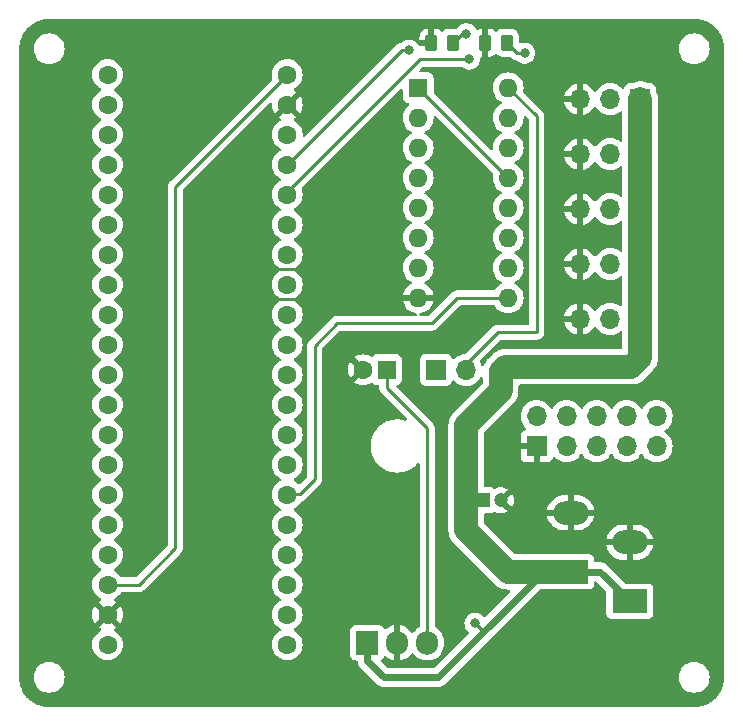
<source format=gbl>
%TF.GenerationSoftware,KiCad,Pcbnew,7.0.5-0*%
%TF.CreationDate,2024-02-27T14:02:21-05:00*%
%TF.ProjectId,LED Controller,4c454420-436f-46e7-9472-6f6c6c65722e,rev?*%
%TF.SameCoordinates,Original*%
%TF.FileFunction,Copper,L2,Bot*%
%TF.FilePolarity,Positive*%
%FSLAX46Y46*%
G04 Gerber Fmt 4.6, Leading zero omitted, Abs format (unit mm)*
G04 Created by KiCad (PCBNEW 7.0.5-0) date 2024-02-27 14:02:21*
%MOMM*%
%LPD*%
G01*
G04 APERTURE LIST*
G04 Aperture macros list*
%AMRoundRect*
0 Rectangle with rounded corners*
0 $1 Rounding radius*
0 $2 $3 $4 $5 $6 $7 $8 $9 X,Y pos of 4 corners*
0 Add a 4 corners polygon primitive as box body*
4,1,4,$2,$3,$4,$5,$6,$7,$8,$9,$2,$3,0*
0 Add four circle primitives for the rounded corners*
1,1,$1+$1,$2,$3*
1,1,$1+$1,$4,$5*
1,1,$1+$1,$6,$7*
1,1,$1+$1,$8,$9*
0 Add four rect primitives between the rounded corners*
20,1,$1+$1,$2,$3,$4,$5,0*
20,1,$1+$1,$4,$5,$6,$7,0*
20,1,$1+$1,$6,$7,$8,$9,0*
20,1,$1+$1,$8,$9,$2,$3,0*%
G04 Aperture macros list end*
%TA.AperFunction,ComponentPad*%
%ADD10R,1.200000X1.200000*%
%TD*%
%TA.AperFunction,ComponentPad*%
%ADD11C,1.200000*%
%TD*%
%TA.AperFunction,ComponentPad*%
%ADD12R,1.700000X1.700000*%
%TD*%
%TA.AperFunction,ComponentPad*%
%ADD13O,1.700000X1.700000*%
%TD*%
%TA.AperFunction,ComponentPad*%
%ADD14R,3.000000X2.000000*%
%TD*%
%TA.AperFunction,ComponentPad*%
%ADD15O,3.000000X2.000000*%
%TD*%
%TA.AperFunction,ComponentPad*%
%ADD16C,1.600000*%
%TD*%
%TA.AperFunction,ComponentPad*%
%ADD17R,1.600000X1.600000*%
%TD*%
%TA.AperFunction,ComponentPad*%
%ADD18O,1.600000X1.600000*%
%TD*%
%TA.AperFunction,ComponentPad*%
%ADD19R,1.905000X2.000000*%
%TD*%
%TA.AperFunction,ComponentPad*%
%ADD20O,1.905000X2.000000*%
%TD*%
%TA.AperFunction,SMDPad,CuDef*%
%ADD21RoundRect,0.250000X-0.262500X-0.450000X0.262500X-0.450000X0.262500X0.450000X-0.262500X0.450000X0*%
%TD*%
%TA.AperFunction,ViaPad*%
%ADD22C,0.800000*%
%TD*%
%TA.AperFunction,Conductor*%
%ADD23C,1.000000*%
%TD*%
%TA.AperFunction,Conductor*%
%ADD24C,0.250000*%
%TD*%
%TA.AperFunction,Conductor*%
%ADD25C,2.000000*%
%TD*%
%TA.AperFunction,Conductor*%
%ADD26C,0.600000*%
%TD*%
G04 APERTURE END LIST*
D10*
%TO.P,C2,1*%
%TO.N,/12V*%
X167537000Y-96774000D03*
D11*
%TO.P,C2,2*%
%TO.N,GND*%
X169037000Y-96774000D03*
%TD*%
D12*
%TO.P,J4,1,Pin_1*%
%TO.N,/12V*%
X180848000Y-76757000D03*
D13*
%TO.P,J4,2,Pin_2*%
%TO.N,/CH4_H*%
X178308000Y-76757000D03*
%TO.P,J4,3,Pin_3*%
%TO.N,GND*%
X175768000Y-76757000D03*
%TD*%
D14*
%TO.P,J6,1,Pin_1*%
%TO.N,/12V*%
X179959000Y-105330000D03*
X174959000Y-102830000D03*
D15*
%TO.P,J6,2,Pin_2*%
%TO.N,GND*%
X179959000Y-100330000D03*
X174959000Y-97830000D03*
%TD*%
D16*
%TO.P,M1,1,B12*%
%TO.N,unconnected-(M1-B12-Pad1)*%
X135751999Y-60742000D03*
%TO.P,M1,2,B13*%
%TO.N,unconnected-(M1-B13-Pad2)*%
X135751999Y-63282000D03*
%TO.P,M1,3,B14*%
%TO.N,unconnected-(M1-B14-Pad3)*%
X135751999Y-65822000D03*
%TO.P,M1,4,B15*%
%TO.N,unconnected-(M1-B15-Pad4)*%
X135751999Y-68362000D03*
%TO.P,M1,5,A8*%
%TO.N,unconnected-(M1-A8-Pad5)*%
X135751999Y-70902000D03*
%TO.P,M1,6,A9*%
%TO.N,unconnected-(M1-A9-Pad6)*%
X135751999Y-73442000D03*
%TO.P,M1,7,A10*%
%TO.N,unconnected-(M1-A10-Pad7)*%
X135751999Y-75982000D03*
%TO.P,M1,8,A11*%
%TO.N,unconnected-(M1-A11-Pad8)*%
X135751999Y-78522000D03*
%TO.P,M1,9,A12*%
%TO.N,unconnected-(M1-A12-Pad9)*%
X135751999Y-81062000D03*
%TO.P,M1,10,A15*%
%TO.N,/SPI1_NSS*%
X135751999Y-83602000D03*
%TO.P,M1,11,B3*%
%TO.N,/SPI1_SCK*%
X135751999Y-86142000D03*
%TO.P,M1,12,B4*%
%TO.N,/SPI1_MISO*%
X135751999Y-88682000D03*
%TO.P,M1,13,B5*%
%TO.N,/SPI1_MOSI*%
X135751999Y-91222000D03*
%TO.P,M1,14,B6*%
%TO.N,unconnected-(M1-B6-Pad14)*%
X135751999Y-93762000D03*
%TO.P,M1,15,B7*%
%TO.N,unconnected-(M1-B7-Pad15)*%
X135751999Y-96302000D03*
%TO.P,M1,16,B8*%
%TO.N,unconnected-(M1-B8-Pad16)*%
X135751999Y-98842000D03*
%TO.P,M1,17,B9*%
%TO.N,unconnected-(M1-B9-Pad17)*%
X135751999Y-101382000D03*
%TO.P,M1,18,5V*%
%TO.N,+5V*%
X135751999Y-103922000D03*
%TO.P,M1,19,GND*%
%TO.N,GND*%
X135751999Y-106462000D03*
%TO.P,M1,20,3V3*%
%TO.N,unconnected-(M1-3V3-Pad20)*%
X135751999Y-109002000D03*
%TO.P,M1,21,VB*%
%TO.N,unconnected-(M1-VB-Pad21)*%
X150971999Y-109002000D03*
%TO.P,M1,22,C13*%
%TO.N,unconnected-(M1-C13-Pad22)*%
X150971999Y-106462000D03*
%TO.P,M1,23,C14*%
%TO.N,unconnected-(M1-C14-Pad23)*%
X150971999Y-103922000D03*
%TO.P,M1,24,C15*%
%TO.N,unconnected-(M1-C15-Pad24)*%
X150971999Y-101382000D03*
%TO.P,M1,25,R*%
%TO.N,unconnected-(M1-R-Pad25)*%
X150971999Y-98842000D03*
%TO.P,M1,26,A0*%
%TO.N,/CH5_L*%
X150971999Y-96302000D03*
%TO.P,M1,27,A1*%
%TO.N,/12V_SNS*%
X150971999Y-93762000D03*
%TO.P,M1,28,A2*%
%TO.N,unconnected-(M1-A2-Pad28)*%
X150971999Y-91222000D03*
%TO.P,M1,29,A3*%
%TO.N,unconnected-(M1-A3-Pad29)*%
X150971999Y-88682000D03*
%TO.P,M1,30,A4*%
%TO.N,unconnected-(M1-A4-Pad30)*%
X150971999Y-86142000D03*
%TO.P,M1,31,A5*%
%TO.N,unconnected-(M1-A5-Pad31)*%
X150971999Y-83602000D03*
%TO.P,M1,32,A6*%
%TO.N,/CH4_L*%
X150971999Y-81062000D03*
%TO.P,M1,33,A7*%
%TO.N,/CH3_L*%
X150971999Y-78522000D03*
%TO.P,M1,34,B0*%
%TO.N,/CH2_L*%
X150971999Y-75982000D03*
%TO.P,M1,35,B1*%
%TO.N,/CH1_L*%
X150971999Y-73442000D03*
%TO.P,M1,36,B2*%
%TO.N,/STATUS*%
X150971999Y-70902000D03*
%TO.P,M1,37,B10*%
%TO.N,/COMM*%
X150971999Y-68362000D03*
%TO.P,M1,38,3V3*%
%TO.N,+3V3*%
X150971999Y-65822000D03*
%TO.P,M1,39,GND*%
%TO.N,GND*%
X150971999Y-63282000D03*
%TO.P,M1,40,5V*%
%TO.N,+5V*%
X150971999Y-60742000D03*
%TD*%
D17*
%TO.P,U1,1,VCC*%
%TO.N,+3V3*%
X162052000Y-61849000D03*
D18*
%TO.P,U1,2,Aout*%
%TO.N,/CH1_H*%
X162052000Y-64389000D03*
%TO.P,U1,3,Ain*%
%TO.N,/CH1_L*%
X162052000Y-66929000D03*
%TO.P,U1,4,Bout*%
%TO.N,/CH2_H*%
X162052000Y-69469000D03*
%TO.P,U1,5,Bin*%
%TO.N,/CH2_L*%
X162052000Y-72009000D03*
%TO.P,U1,6,Cout*%
%TO.N,/CH3_H*%
X162052000Y-74549000D03*
%TO.P,U1,7,Cin*%
%TO.N,/CH3_L*%
X162052000Y-77089000D03*
%TO.P,U1,8,VSS*%
%TO.N,GND*%
X162052000Y-79629000D03*
%TO.P,U1,9,Din*%
%TO.N,/CH5_L*%
X169672000Y-79629000D03*
%TO.P,U1,10,Dout*%
%TO.N,/CH5_H*%
X169672000Y-77089000D03*
%TO.P,U1,11,Ein*%
%TO.N,/CH4_L*%
X169672000Y-74549000D03*
%TO.P,U1,12,Eout*%
%TO.N,/CH4_H*%
X169672000Y-72009000D03*
%TO.P,U1,13,Select*%
%TO.N,+3V3*%
X169672000Y-69469000D03*
%TO.P,U1,14,Fin*%
%TO.N,unconnected-(U1-Fin-Pad14)*%
X169672000Y-66929000D03*
%TO.P,U1,15,Fout*%
%TO.N,unconnected-(U1-Fout-Pad15)*%
X169672000Y-64389000D03*
%TO.P,U1,16,VDD*%
%TO.N,+5V*%
X169672000Y-61849000D03*
%TD*%
D17*
%TO.P,C1,1*%
%TO.N,Net-(J8-Pin_1)*%
X159385000Y-85725000D03*
D16*
%TO.P,C1,2*%
%TO.N,GND*%
X157385000Y-85725000D03*
%TD*%
D19*
%TO.P,U2,1,IN*%
%TO.N,/12V*%
X157734000Y-108839000D03*
D20*
%TO.P,U2,2,GND*%
%TO.N,GND*%
X160274000Y-108839000D03*
%TO.P,U2,3,OUT*%
%TO.N,Net-(J8-Pin_1)*%
X162814000Y-108839000D03*
%TD*%
D12*
%TO.P,J2,1,Pin_1*%
%TO.N,/12V*%
X180848000Y-67457000D03*
D13*
%TO.P,J2,2,Pin_2*%
%TO.N,/CH2_H*%
X178308000Y-67457000D03*
%TO.P,J2,3,Pin_3*%
%TO.N,GND*%
X175768000Y-67457000D03*
%TD*%
D12*
%TO.P,J3,1,Pin_1*%
%TO.N,/12V*%
X180848000Y-72107000D03*
D13*
%TO.P,J3,2,Pin_2*%
%TO.N,/CH3_H*%
X178308000Y-72107000D03*
%TO.P,J3,3,Pin_3*%
%TO.N,GND*%
X175768000Y-72107000D03*
%TD*%
D12*
%TO.P,J7,1,Pin_1*%
%TO.N,GND*%
X172085000Y-92202000D03*
D13*
%TO.P,J7,2,Pin_2*%
%TO.N,/SPI1_SCK*%
X172085000Y-89662000D03*
%TO.P,J7,3,Pin_3*%
%TO.N,/SPI1_MOSI*%
X174625000Y-92202000D03*
%TO.P,J7,4,Pin_4*%
%TO.N,/SPI1_MISO*%
X174625000Y-89662000D03*
%TO.P,J7,5,Pin_5*%
%TO.N,unconnected-(J7-Pin_5-Pad5)*%
X177165000Y-92202000D03*
%TO.P,J7,6,Pin_6*%
%TO.N,unconnected-(J7-Pin_6-Pad6)*%
X177165000Y-89662000D03*
%TO.P,J7,7,Pin_7*%
%TO.N,unconnected-(J7-Pin_7-Pad7)*%
X179705000Y-92202000D03*
%TO.P,J7,8,Pin_8*%
%TO.N,unconnected-(J7-Pin_8-Pad8)*%
X179705000Y-89662000D03*
%TO.P,J7,9,Pin_9*%
%TO.N,unconnected-(J7-Pin_9-Pad9)*%
X182245000Y-92202000D03*
%TO.P,J7,10,Pin_10*%
%TO.N,/SPI1_NSS*%
X182245000Y-89662000D03*
%TD*%
D12*
%TO.P,J5,1,Pin_1*%
%TO.N,/12V*%
X180848000Y-81407000D03*
D13*
%TO.P,J5,2,Pin_2*%
%TO.N,/CH5_H*%
X178308000Y-81407000D03*
%TO.P,J5,3,Pin_3*%
%TO.N,GND*%
X175768000Y-81407000D03*
%TD*%
D12*
%TO.P,J8,1,Pin_1*%
%TO.N,Net-(J8-Pin_1)*%
X163576000Y-85725000D03*
D13*
%TO.P,J8,2,Pin_2*%
%TO.N,+5V*%
X166116000Y-85725000D03*
%TD*%
D12*
%TO.P,J1,1,Pin_1*%
%TO.N,/12V*%
X180848000Y-62807000D03*
D13*
%TO.P,J1,2,Pin_2*%
%TO.N,/CH1_H*%
X178308000Y-62807000D03*
%TO.P,J1,3,Pin_3*%
%TO.N,GND*%
X175768000Y-62807000D03*
%TD*%
D21*
%TO.P,R4,1*%
%TO.N,GND*%
X163171500Y-58039000D03*
%TO.P,R4,2*%
%TO.N,Net-(D2-K)*%
X164996500Y-58039000D03*
%TD*%
%TO.P,R3,1*%
%TO.N,GND*%
X167743500Y-58039000D03*
%TO.P,R3,2*%
%TO.N,Net-(D1-K)*%
X169568500Y-58039000D03*
%TD*%
D22*
%TO.N,GND*%
X156591000Y-80010000D03*
X147066000Y-77216000D03*
X156464000Y-77216000D03*
X147193000Y-79502000D03*
%TO.N,/12V*%
X166878000Y-107188000D03*
%TO.N,Net-(D1-K)*%
X171069000Y-58928000D03*
%TO.N,/STATUS*%
X166370000Y-59436000D03*
%TO.N,Net-(D2-K)*%
X166116000Y-57277000D03*
%TO.N,/COMM*%
X161290000Y-58674000D03*
%TD*%
D23*
%TO.N,/12V*%
X167537000Y-96774000D02*
X166243000Y-96774000D01*
D24*
X166243000Y-96774000D02*
X166116000Y-96647000D01*
D25*
X166116000Y-96647000D02*
X166116000Y-99321000D01*
X166116000Y-90424000D02*
X166116000Y-96647000D01*
D24*
%TO.N,GND*%
X147447000Y-79756000D02*
X147193000Y-79502000D01*
X156591000Y-80010000D02*
X156337000Y-79756000D01*
X156337000Y-79756000D02*
X147447000Y-79756000D01*
X156464000Y-77216000D02*
X147066000Y-77216000D01*
D25*
%TO.N,/12V*%
X180848000Y-67457000D02*
X180848000Y-72107000D01*
D26*
X157734000Y-110363000D02*
X159131000Y-111760000D01*
X167723500Y-107779500D02*
X172673000Y-102830000D01*
D25*
X180848000Y-81407000D02*
X180848000Y-84709000D01*
X169037000Y-85852000D02*
X169037000Y-87503000D01*
X169625000Y-102830000D02*
X174959000Y-102830000D01*
X169037000Y-87503000D02*
X166116000Y-90424000D01*
D26*
X159131000Y-111760000D02*
X163743000Y-111760000D01*
D25*
X166116000Y-99321000D02*
X169625000Y-102830000D01*
X180848000Y-72107000D02*
X180848000Y-76757000D01*
X180848000Y-76757000D02*
X180848000Y-81407000D01*
X180086000Y-85471000D02*
X169418000Y-85471000D01*
D24*
X166878000Y-107188000D02*
X167469500Y-107779500D01*
D26*
X163743000Y-111760000D02*
X167723500Y-107779500D01*
X172673000Y-102830000D02*
X174959000Y-102830000D01*
X157734000Y-108839000D02*
X157734000Y-110363000D01*
D24*
X167469500Y-107779500D02*
X167723500Y-107779500D01*
D25*
X180848000Y-84709000D02*
X180086000Y-85471000D01*
X169418000Y-85471000D02*
X169037000Y-85852000D01*
D26*
X174959000Y-102830000D02*
X177459000Y-102830000D01*
D25*
X180848000Y-62807000D02*
X180848000Y-67457000D01*
D26*
X177459000Y-102830000D02*
X179959000Y-105330000D01*
D24*
%TO.N,Net-(D1-K)*%
X170457500Y-58928000D02*
X169568500Y-58039000D01*
X171069000Y-58928000D02*
X170457500Y-58928000D01*
%TO.N,/STATUS*%
X150971999Y-70679001D02*
X150971999Y-70902000D01*
X162215000Y-59436000D02*
X150971999Y-70679001D01*
X166370000Y-59436000D02*
X162215000Y-59436000D01*
%TO.N,Net-(D2-K)*%
X166116000Y-57277000D02*
X165758500Y-57277000D01*
X165758500Y-57277000D02*
X164996500Y-58039000D01*
%TO.N,/COMM*%
X161290000Y-58674000D02*
X160659999Y-58674000D01*
X160659999Y-58674000D02*
X150971999Y-68362000D01*
%TO.N,+5V*%
X141478000Y-70235999D02*
X150971999Y-60742000D01*
X135751999Y-103922000D02*
X138394000Y-103922000D01*
X172085000Y-82550000D02*
X172085000Y-64262000D01*
X141478000Y-100838000D02*
X141478000Y-70235999D01*
X168783000Y-82550000D02*
X172085000Y-82550000D01*
X138394000Y-103922000D02*
X141478000Y-100838000D01*
X172085000Y-64262000D02*
X169672000Y-61849000D01*
X165608000Y-85725000D02*
X168783000Y-82550000D01*
%TO.N,+3V3*%
X162052000Y-61849000D02*
X169672000Y-69469000D01*
%TO.N,/CH5_L*%
X165354000Y-79629000D02*
X163195000Y-81788000D01*
X155194000Y-81788000D02*
X153289000Y-83693000D01*
X169672000Y-79629000D02*
X165354000Y-79629000D01*
X163195000Y-81788000D02*
X155194000Y-81788000D01*
X152019000Y-96266000D02*
X151007999Y-96266000D01*
X153289000Y-94996000D02*
X152019000Y-96266000D01*
X151007999Y-96266000D02*
X150971999Y-96302000D01*
X153289000Y-83693000D02*
X153289000Y-94996000D01*
%TO.N,Net-(J8-Pin_1)*%
X162814000Y-90678000D02*
X159385000Y-87249000D01*
X162814000Y-104648000D02*
X162814000Y-90678000D01*
X162814000Y-108839000D02*
X162814000Y-104648000D01*
X159385000Y-87249000D02*
X159385000Y-85725000D01*
%TD*%
%TA.AperFunction,Conductor*%
%TO.N,GND*%
G36*
X168738261Y-96801490D02*
G01*
X168737643Y-96800357D01*
X168737866Y-96797227D01*
X168738261Y-96801490D01*
G37*
%TD.AperFunction*%
%TA.AperFunction,Conductor*%
G36*
X160670834Y-61967269D02*
G01*
X160726767Y-62009141D01*
X160751184Y-62074605D01*
X160751500Y-62083451D01*
X160751500Y-62696870D01*
X160751501Y-62696876D01*
X160757908Y-62756483D01*
X160808202Y-62891328D01*
X160808206Y-62891335D01*
X160894452Y-63006544D01*
X160894455Y-63006547D01*
X161009664Y-63092793D01*
X161009671Y-63092797D01*
X161043387Y-63105372D01*
X161144517Y-63143091D01*
X161179596Y-63146862D01*
X161244144Y-63173599D01*
X161283993Y-63230991D01*
X161286488Y-63300816D01*
X161250836Y-63360905D01*
X161237464Y-63371725D01*
X161212858Y-63388954D01*
X161051954Y-63549858D01*
X160921432Y-63736265D01*
X160921431Y-63736267D01*
X160825261Y-63942502D01*
X160825258Y-63942511D01*
X160766366Y-64162302D01*
X160766364Y-64162313D01*
X160746532Y-64388998D01*
X160746532Y-64389001D01*
X160766364Y-64615686D01*
X160766366Y-64615697D01*
X160825258Y-64835488D01*
X160825261Y-64835497D01*
X160921431Y-65041732D01*
X160921432Y-65041734D01*
X161051954Y-65228141D01*
X161212858Y-65389045D01*
X161212861Y-65389047D01*
X161399266Y-65519568D01*
X161457275Y-65546618D01*
X161509714Y-65592791D01*
X161528866Y-65659984D01*
X161508650Y-65726865D01*
X161457275Y-65771382D01*
X161399267Y-65798431D01*
X161399265Y-65798432D01*
X161212858Y-65928954D01*
X161051954Y-66089858D01*
X160921432Y-66276265D01*
X160921431Y-66276267D01*
X160825261Y-66482502D01*
X160825258Y-66482511D01*
X160766366Y-66702302D01*
X160766364Y-66702313D01*
X160746532Y-66928998D01*
X160746532Y-66929001D01*
X160766364Y-67155686D01*
X160766366Y-67155697D01*
X160825258Y-67375488D01*
X160825261Y-67375497D01*
X160921431Y-67581732D01*
X160921432Y-67581734D01*
X161051954Y-67768141D01*
X161212858Y-67929045D01*
X161252782Y-67957000D01*
X161399266Y-68059568D01*
X161457275Y-68086618D01*
X161509714Y-68132791D01*
X161528866Y-68199984D01*
X161508650Y-68266865D01*
X161457275Y-68311382D01*
X161399267Y-68338431D01*
X161399265Y-68338432D01*
X161212858Y-68468954D01*
X161051954Y-68629858D01*
X160921432Y-68816265D01*
X160921431Y-68816267D01*
X160825261Y-69022502D01*
X160825258Y-69022511D01*
X160766366Y-69242302D01*
X160766364Y-69242313D01*
X160746532Y-69468998D01*
X160746532Y-69469001D01*
X160766364Y-69695686D01*
X160766366Y-69695697D01*
X160825258Y-69915488D01*
X160825261Y-69915497D01*
X160921431Y-70121732D01*
X160921432Y-70121734D01*
X161051954Y-70308141D01*
X161212858Y-70469045D01*
X161212861Y-70469047D01*
X161399266Y-70599568D01*
X161457275Y-70626618D01*
X161509714Y-70672791D01*
X161528866Y-70739984D01*
X161508650Y-70806865D01*
X161457275Y-70851382D01*
X161399267Y-70878431D01*
X161399265Y-70878432D01*
X161212858Y-71008954D01*
X161051954Y-71169858D01*
X160921432Y-71356265D01*
X160921431Y-71356267D01*
X160825261Y-71562502D01*
X160825258Y-71562511D01*
X160766366Y-71782302D01*
X160766364Y-71782313D01*
X160746532Y-72008998D01*
X160746532Y-72009001D01*
X160766364Y-72235686D01*
X160766366Y-72235697D01*
X160825258Y-72455488D01*
X160825261Y-72455497D01*
X160921431Y-72661732D01*
X160921432Y-72661734D01*
X161051954Y-72848141D01*
X161212858Y-73009045D01*
X161212861Y-73009047D01*
X161399266Y-73139568D01*
X161457275Y-73166618D01*
X161509714Y-73212791D01*
X161528866Y-73279984D01*
X161508650Y-73346865D01*
X161457275Y-73391382D01*
X161399267Y-73418431D01*
X161399265Y-73418432D01*
X161212858Y-73548954D01*
X161051954Y-73709858D01*
X160921432Y-73896265D01*
X160921431Y-73896267D01*
X160825261Y-74102502D01*
X160825258Y-74102511D01*
X160766366Y-74322302D01*
X160766364Y-74322313D01*
X160746532Y-74548998D01*
X160746532Y-74549001D01*
X160766364Y-74775686D01*
X160766366Y-74775697D01*
X160825258Y-74995488D01*
X160825261Y-74995497D01*
X160921431Y-75201732D01*
X160921432Y-75201734D01*
X161051954Y-75388141D01*
X161212858Y-75549045D01*
X161212861Y-75549047D01*
X161399266Y-75679568D01*
X161442186Y-75699582D01*
X161457275Y-75706618D01*
X161509714Y-75752791D01*
X161528866Y-75819984D01*
X161508650Y-75886865D01*
X161457275Y-75931382D01*
X161399267Y-75958431D01*
X161399265Y-75958432D01*
X161212858Y-76088954D01*
X161051954Y-76249858D01*
X160921432Y-76436265D01*
X160921431Y-76436267D01*
X160825261Y-76642502D01*
X160825258Y-76642511D01*
X160766366Y-76862302D01*
X160766364Y-76862313D01*
X160746532Y-77088998D01*
X160746532Y-77089001D01*
X160766364Y-77315686D01*
X160766366Y-77315697D01*
X160825258Y-77535488D01*
X160825261Y-77535497D01*
X160921431Y-77741732D01*
X160921432Y-77741734D01*
X161051954Y-77928141D01*
X161212858Y-78089045D01*
X161212861Y-78089047D01*
X161399266Y-78219568D01*
X161457865Y-78246893D01*
X161510305Y-78293065D01*
X161529457Y-78360258D01*
X161509242Y-78427139D01*
X161457867Y-78471657D01*
X161399515Y-78498867D01*
X161213179Y-78629342D01*
X161052342Y-78790179D01*
X160921865Y-78976517D01*
X160825734Y-79182673D01*
X160825730Y-79182682D01*
X160773127Y-79378999D01*
X160773128Y-79379000D01*
X161736314Y-79379000D01*
X161724359Y-79390955D01*
X161666835Y-79503852D01*
X161647014Y-79629000D01*
X161666835Y-79754148D01*
X161724359Y-79867045D01*
X161736314Y-79879000D01*
X160773128Y-79879000D01*
X160825730Y-80075317D01*
X160825734Y-80075326D01*
X160921865Y-80281482D01*
X161052342Y-80467820D01*
X161213179Y-80628657D01*
X161399517Y-80759134D01*
X161605673Y-80855265D01*
X161605682Y-80855269D01*
X161825389Y-80914139D01*
X161825399Y-80914141D01*
X161834895Y-80914972D01*
X161899963Y-80940425D01*
X161940942Y-80997015D01*
X161944820Y-81066777D01*
X161910366Y-81127562D01*
X161848519Y-81160069D01*
X161824087Y-81162500D01*
X155276743Y-81162500D01*
X155261122Y-81160775D01*
X155261096Y-81161061D01*
X155253333Y-81160326D01*
X155185153Y-81162469D01*
X155183206Y-81162500D01*
X155154649Y-81162500D01*
X155147766Y-81163369D01*
X155141949Y-81163826D01*
X155095373Y-81165290D01*
X155076129Y-81170881D01*
X155057079Y-81174825D01*
X155037211Y-81177334D01*
X154993884Y-81194488D01*
X154988358Y-81196379D01*
X154943614Y-81209379D01*
X154943610Y-81209381D01*
X154926366Y-81219579D01*
X154908905Y-81228133D01*
X154890274Y-81235510D01*
X154890262Y-81235517D01*
X154852570Y-81262902D01*
X154847687Y-81266109D01*
X154807580Y-81289829D01*
X154793414Y-81303995D01*
X154778624Y-81316627D01*
X154762414Y-81328404D01*
X154762411Y-81328407D01*
X154732710Y-81364309D01*
X154728777Y-81368631D01*
X152905208Y-83192199D01*
X152892951Y-83202020D01*
X152893134Y-83202241D01*
X152887122Y-83207214D01*
X152840432Y-83256932D01*
X152839079Y-83258329D01*
X152818889Y-83278519D01*
X152818877Y-83278532D01*
X152814621Y-83284017D01*
X152810837Y-83288447D01*
X152778937Y-83322418D01*
X152778936Y-83322420D01*
X152769284Y-83339976D01*
X152758610Y-83356226D01*
X152746329Y-83372061D01*
X152746324Y-83372068D01*
X152727815Y-83414838D01*
X152725245Y-83420084D01*
X152702803Y-83460906D01*
X152697822Y-83480307D01*
X152691521Y-83498710D01*
X152683562Y-83517102D01*
X152683561Y-83517105D01*
X152676271Y-83563127D01*
X152675087Y-83568846D01*
X152663501Y-83613972D01*
X152663500Y-83613982D01*
X152663500Y-83634016D01*
X152661973Y-83653415D01*
X152658840Y-83673194D01*
X152658840Y-83673195D01*
X152663225Y-83719583D01*
X152663500Y-83725421D01*
X152663500Y-94685546D01*
X152643815Y-94752585D01*
X152627181Y-94773227D01*
X152042478Y-95357929D01*
X151981155Y-95391414D01*
X151911463Y-95386430D01*
X151867116Y-95357930D01*
X151811136Y-95301951D01*
X151624733Y-95171432D01*
X151624727Y-95171429D01*
X151566724Y-95144382D01*
X151514284Y-95098210D01*
X151495132Y-95031017D01*
X151515347Y-94964135D01*
X151566724Y-94919618D01*
X151624733Y-94892568D01*
X151811138Y-94762047D01*
X151972046Y-94601139D01*
X152102567Y-94414734D01*
X152198738Y-94208496D01*
X152257634Y-93988692D01*
X152277467Y-93762000D01*
X152276157Y-93747032D01*
X152271800Y-93697230D01*
X152257634Y-93535308D01*
X152207224Y-93347174D01*
X152198740Y-93315511D01*
X152198737Y-93315502D01*
X152188754Y-93294093D01*
X152102567Y-93109266D01*
X151972046Y-92922861D01*
X151972044Y-92922858D01*
X151811140Y-92761954D01*
X151624733Y-92631432D01*
X151624727Y-92631429D01*
X151566724Y-92604382D01*
X151514284Y-92558210D01*
X151495132Y-92491017D01*
X151515347Y-92424135D01*
X151566724Y-92379618D01*
X151624733Y-92352568D01*
X151811138Y-92222047D01*
X151972046Y-92061139D01*
X152102567Y-91874734D01*
X152198738Y-91668496D01*
X152257634Y-91448692D01*
X152277467Y-91222000D01*
X152257634Y-90995308D01*
X152198738Y-90775504D01*
X152102567Y-90569266D01*
X151972046Y-90382861D01*
X151972044Y-90382858D01*
X151811140Y-90221954D01*
X151624733Y-90091432D01*
X151624727Y-90091429D01*
X151566724Y-90064382D01*
X151514284Y-90018210D01*
X151495132Y-89951017D01*
X151515347Y-89884135D01*
X151566724Y-89839618D01*
X151624733Y-89812568D01*
X151811138Y-89682047D01*
X151972046Y-89521139D01*
X152102567Y-89334734D01*
X152198738Y-89128496D01*
X152257634Y-88908692D01*
X152277467Y-88682000D01*
X152257634Y-88455308D01*
X152198738Y-88235504D01*
X152102567Y-88029266D01*
X151972046Y-87842861D01*
X151972044Y-87842858D01*
X151811140Y-87681954D01*
X151624733Y-87551432D01*
X151624727Y-87551429D01*
X151566724Y-87524382D01*
X151514284Y-87478210D01*
X151495132Y-87411017D01*
X151515347Y-87344135D01*
X151566724Y-87299618D01*
X151576132Y-87295231D01*
X151624733Y-87272568D01*
X151811138Y-87142047D01*
X151972046Y-86981139D01*
X152102567Y-86794734D01*
X152198738Y-86588496D01*
X152257634Y-86368692D01*
X152277467Y-86142000D01*
X152257634Y-85915308D01*
X152198738Y-85695504D01*
X152102567Y-85489266D01*
X151972046Y-85302861D01*
X151972044Y-85302858D01*
X151811140Y-85141954D01*
X151624733Y-85011432D01*
X151624727Y-85011429D01*
X151566724Y-84984382D01*
X151514284Y-84938210D01*
X151495132Y-84871017D01*
X151515347Y-84804135D01*
X151566724Y-84759618D01*
X151624733Y-84732568D01*
X151811138Y-84602047D01*
X151972046Y-84441139D01*
X152102567Y-84254734D01*
X152198738Y-84048496D01*
X152257634Y-83828692D01*
X152277467Y-83602000D01*
X152257634Y-83375308D01*
X152204096Y-83175500D01*
X152198740Y-83155511D01*
X152198737Y-83155502D01*
X152174015Y-83102486D01*
X152102567Y-82949266D01*
X151972046Y-82762861D01*
X151972044Y-82762858D01*
X151811140Y-82601954D01*
X151624733Y-82471432D01*
X151624727Y-82471429D01*
X151578384Y-82449819D01*
X151566723Y-82444381D01*
X151514284Y-82398210D01*
X151495132Y-82331017D01*
X151515347Y-82264135D01*
X151566724Y-82219618D01*
X151624733Y-82192568D01*
X151811138Y-82062047D01*
X151972046Y-81901139D01*
X152102567Y-81714734D01*
X152198738Y-81508496D01*
X152257634Y-81288692D01*
X152275016Y-81090011D01*
X152277467Y-81062001D01*
X152277467Y-81061998D01*
X152267085Y-80943337D01*
X152257634Y-80835308D01*
X152198738Y-80615504D01*
X152102567Y-80409266D01*
X151972046Y-80222861D01*
X151972044Y-80222858D01*
X151811140Y-80061954D01*
X151624733Y-79931432D01*
X151624727Y-79931429D01*
X151566724Y-79904382D01*
X151514284Y-79858210D01*
X151495132Y-79791017D01*
X151515347Y-79724135D01*
X151566724Y-79679618D01*
X151624733Y-79652568D01*
X151811138Y-79522047D01*
X151972046Y-79361139D01*
X152102567Y-79174734D01*
X152198738Y-78968496D01*
X152257634Y-78748692D01*
X152277467Y-78522000D01*
X152273038Y-78471382D01*
X152257634Y-78295313D01*
X152257634Y-78295308D01*
X152198738Y-78075504D01*
X152102567Y-77869266D01*
X151972046Y-77682861D01*
X151972044Y-77682858D01*
X151811140Y-77521954D01*
X151624733Y-77391432D01*
X151624727Y-77391429D01*
X151566724Y-77364382D01*
X151514284Y-77318210D01*
X151495132Y-77251017D01*
X151515347Y-77184135D01*
X151566724Y-77139618D01*
X151624733Y-77112568D01*
X151811138Y-76982047D01*
X151972046Y-76821139D01*
X152102567Y-76634734D01*
X152198738Y-76428496D01*
X152257634Y-76208692D01*
X152277467Y-75982000D01*
X152273038Y-75931382D01*
X152271800Y-75917230D01*
X152257634Y-75755308D01*
X152198738Y-75535504D01*
X152102567Y-75329266D01*
X151972046Y-75142861D01*
X151972044Y-75142858D01*
X151811140Y-74981954D01*
X151624734Y-74851433D01*
X151624735Y-74851433D01*
X151624733Y-74851432D01*
X151566721Y-74824380D01*
X151514283Y-74778208D01*
X151495132Y-74711014D01*
X151515348Y-74644133D01*
X151566720Y-74599619D01*
X151624733Y-74572568D01*
X151811138Y-74442047D01*
X151972046Y-74281139D01*
X152102567Y-74094734D01*
X152198738Y-73888496D01*
X152257634Y-73668692D01*
X152275660Y-73462659D01*
X152277467Y-73442001D01*
X152277467Y-73441998D01*
X152257634Y-73215313D01*
X152257634Y-73215308D01*
X152198738Y-72995504D01*
X152102567Y-72789266D01*
X151972046Y-72602861D01*
X151972044Y-72602858D01*
X151811140Y-72441954D01*
X151624733Y-72311432D01*
X151624727Y-72311429D01*
X151566724Y-72284382D01*
X151514284Y-72238210D01*
X151495132Y-72171017D01*
X151515347Y-72104135D01*
X151566724Y-72059618D01*
X151624733Y-72032568D01*
X151811138Y-71902047D01*
X151972046Y-71741139D01*
X152102567Y-71554734D01*
X152198738Y-71348496D01*
X152257634Y-71128692D01*
X152277467Y-70902000D01*
X152273038Y-70851382D01*
X152271439Y-70833097D01*
X152257634Y-70675308D01*
X152198738Y-70455504D01*
X152197702Y-70453283D01*
X152197539Y-70452210D01*
X152196887Y-70450418D01*
X152197247Y-70450286D01*
X152187204Y-70384210D01*
X152215718Y-70320423D01*
X152222386Y-70313202D01*
X160539821Y-61995768D01*
X160601142Y-61962285D01*
X160670834Y-61967269D01*
G37*
%TD.AperFunction*%
%TA.AperFunction,Conductor*%
G36*
X163549862Y-64233655D02*
G01*
X163564817Y-64246407D01*
X165979548Y-66661139D01*
X168372586Y-69054177D01*
X168406071Y-69115500D01*
X168404680Y-69173949D01*
X168386367Y-69242296D01*
X168386364Y-69242313D01*
X168366532Y-69468999D01*
X168366532Y-69469001D01*
X168386364Y-69695686D01*
X168386366Y-69695697D01*
X168445258Y-69915488D01*
X168445261Y-69915497D01*
X168541431Y-70121732D01*
X168541432Y-70121734D01*
X168671954Y-70308141D01*
X168832858Y-70469045D01*
X168832861Y-70469047D01*
X169019266Y-70599568D01*
X169077278Y-70626619D01*
X169129713Y-70672788D01*
X169148866Y-70739982D01*
X169128651Y-70806863D01*
X169077277Y-70851380D01*
X169019268Y-70878430D01*
X169019265Y-70878432D01*
X168832858Y-71008954D01*
X168671954Y-71169858D01*
X168541432Y-71356265D01*
X168541431Y-71356267D01*
X168445261Y-71562502D01*
X168445258Y-71562511D01*
X168386366Y-71782302D01*
X168386364Y-71782313D01*
X168366532Y-72008998D01*
X168366532Y-72009001D01*
X168386364Y-72235686D01*
X168386366Y-72235697D01*
X168445258Y-72455488D01*
X168445261Y-72455497D01*
X168541431Y-72661732D01*
X168541432Y-72661734D01*
X168671954Y-72848141D01*
X168832858Y-73009045D01*
X168832861Y-73009047D01*
X169019266Y-73139568D01*
X169077275Y-73166618D01*
X169129714Y-73212791D01*
X169148866Y-73279984D01*
X169128650Y-73346865D01*
X169077275Y-73391382D01*
X169019267Y-73418431D01*
X169019265Y-73418432D01*
X168832858Y-73548954D01*
X168671954Y-73709858D01*
X168541432Y-73896265D01*
X168541431Y-73896267D01*
X168445261Y-74102502D01*
X168445258Y-74102511D01*
X168386366Y-74322302D01*
X168386364Y-74322313D01*
X168366532Y-74548998D01*
X168366532Y-74549001D01*
X168386364Y-74775686D01*
X168386366Y-74775697D01*
X168445258Y-74995488D01*
X168445261Y-74995497D01*
X168541431Y-75201732D01*
X168541432Y-75201734D01*
X168671954Y-75388141D01*
X168832858Y-75549045D01*
X168832861Y-75549047D01*
X169019266Y-75679568D01*
X169062186Y-75699582D01*
X169077275Y-75706618D01*
X169129714Y-75752791D01*
X169148866Y-75819984D01*
X169128650Y-75886865D01*
X169077275Y-75931382D01*
X169019267Y-75958431D01*
X169019265Y-75958432D01*
X168832858Y-76088954D01*
X168671954Y-76249858D01*
X168541432Y-76436265D01*
X168541431Y-76436267D01*
X168445261Y-76642502D01*
X168445258Y-76642511D01*
X168386366Y-76862302D01*
X168386364Y-76862313D01*
X168366532Y-77088998D01*
X168366532Y-77089001D01*
X168386364Y-77315686D01*
X168386366Y-77315697D01*
X168445258Y-77535488D01*
X168445261Y-77535497D01*
X168541431Y-77741732D01*
X168541432Y-77741734D01*
X168671954Y-77928141D01*
X168832858Y-78089045D01*
X168832861Y-78089047D01*
X169019266Y-78219568D01*
X169077275Y-78246618D01*
X169129714Y-78292791D01*
X169148866Y-78359984D01*
X169128650Y-78426865D01*
X169077275Y-78471382D01*
X169019267Y-78498431D01*
X169019265Y-78498432D01*
X168832858Y-78628954D01*
X168671954Y-78789858D01*
X168559387Y-78950623D01*
X168504811Y-78994248D01*
X168457812Y-79003500D01*
X165436738Y-79003500D01*
X165421121Y-79001776D01*
X165421094Y-79002062D01*
X165413332Y-79001327D01*
X165345172Y-79003469D01*
X165343225Y-79003500D01*
X165314650Y-79003500D01*
X165313929Y-79003590D01*
X165307757Y-79004369D01*
X165301945Y-79004826D01*
X165255373Y-79006290D01*
X165255372Y-79006290D01*
X165236129Y-79011881D01*
X165217079Y-79015825D01*
X165197211Y-79018334D01*
X165153884Y-79035488D01*
X165148358Y-79037379D01*
X165103614Y-79050379D01*
X165103610Y-79050381D01*
X165086366Y-79060579D01*
X165068905Y-79069133D01*
X165050274Y-79076510D01*
X165050262Y-79076517D01*
X165012570Y-79103902D01*
X165007687Y-79107109D01*
X164967580Y-79130829D01*
X164953414Y-79144995D01*
X164938624Y-79157627D01*
X164922414Y-79169404D01*
X164922411Y-79169407D01*
X164892710Y-79205309D01*
X164888777Y-79209631D01*
X162972228Y-81126181D01*
X162910905Y-81159666D01*
X162884547Y-81162500D01*
X162279913Y-81162500D01*
X162212874Y-81142815D01*
X162167119Y-81090011D01*
X162157175Y-81020853D01*
X162186200Y-80957297D01*
X162244978Y-80919523D01*
X162269105Y-80914972D01*
X162278600Y-80914141D01*
X162278610Y-80914139D01*
X162498317Y-80855269D01*
X162498326Y-80855265D01*
X162704482Y-80759134D01*
X162890820Y-80628657D01*
X163051657Y-80467820D01*
X163182134Y-80281482D01*
X163278265Y-80075326D01*
X163278269Y-80075317D01*
X163330872Y-79879000D01*
X162367686Y-79879000D01*
X162379641Y-79867045D01*
X162437165Y-79754148D01*
X162456986Y-79629000D01*
X162437165Y-79503852D01*
X162379641Y-79390955D01*
X162367686Y-79379000D01*
X163330872Y-79379000D01*
X163330872Y-79378999D01*
X163278269Y-79182682D01*
X163278265Y-79182673D01*
X163182134Y-78976517D01*
X163051657Y-78790179D01*
X162890820Y-78629342D01*
X162704482Y-78498865D01*
X162646133Y-78471657D01*
X162593694Y-78425484D01*
X162574542Y-78358291D01*
X162594758Y-78291410D01*
X162646129Y-78246895D01*
X162704734Y-78219568D01*
X162891139Y-78089047D01*
X163052047Y-77928139D01*
X163182568Y-77741734D01*
X163278739Y-77535496D01*
X163337635Y-77315692D01*
X163357468Y-77089000D01*
X163337635Y-76862308D01*
X163278739Y-76642504D01*
X163182568Y-76436266D01*
X163052047Y-76249861D01*
X163052045Y-76249858D01*
X162891141Y-76088954D01*
X162704734Y-75958432D01*
X162704728Y-75958429D01*
X162646725Y-75931382D01*
X162594285Y-75885210D01*
X162575133Y-75818017D01*
X162595348Y-75751135D01*
X162646725Y-75706618D01*
X162704734Y-75679568D01*
X162891139Y-75549047D01*
X163052047Y-75388139D01*
X163182568Y-75201734D01*
X163278739Y-74995496D01*
X163337635Y-74775692D01*
X163357468Y-74549000D01*
X163337635Y-74322308D01*
X163278739Y-74102504D01*
X163182568Y-73896266D01*
X163052047Y-73709861D01*
X163052045Y-73709858D01*
X162891141Y-73548954D01*
X162704734Y-73418432D01*
X162704728Y-73418429D01*
X162646725Y-73391382D01*
X162594285Y-73345210D01*
X162575133Y-73278017D01*
X162595348Y-73211135D01*
X162646725Y-73166618D01*
X162704734Y-73139568D01*
X162891139Y-73009047D01*
X163052047Y-72848139D01*
X163182568Y-72661734D01*
X163278739Y-72455496D01*
X163337635Y-72235692D01*
X163357468Y-72009000D01*
X163337635Y-71782308D01*
X163278739Y-71562504D01*
X163182568Y-71356266D01*
X163052047Y-71169861D01*
X163052045Y-71169858D01*
X162891141Y-71008954D01*
X162704735Y-70878433D01*
X162704736Y-70878433D01*
X162704734Y-70878432D01*
X162646722Y-70851380D01*
X162594284Y-70805208D01*
X162575133Y-70738014D01*
X162595349Y-70671133D01*
X162646721Y-70626619D01*
X162704734Y-70599568D01*
X162891139Y-70469047D01*
X163052047Y-70308139D01*
X163182568Y-70121734D01*
X163278739Y-69915496D01*
X163337635Y-69695692D01*
X163357468Y-69469000D01*
X163337635Y-69242308D01*
X163278739Y-69022504D01*
X163182568Y-68816266D01*
X163052867Y-68631032D01*
X163052045Y-68629858D01*
X162891141Y-68468954D01*
X162704735Y-68338433D01*
X162704736Y-68338433D01*
X162704734Y-68338432D01*
X162646722Y-68311380D01*
X162594284Y-68265208D01*
X162575133Y-68198014D01*
X162595349Y-68131133D01*
X162646721Y-68086619D01*
X162704734Y-68059568D01*
X162891139Y-67929047D01*
X163052047Y-67768139D01*
X163182568Y-67581734D01*
X163278739Y-67375496D01*
X163337635Y-67155692D01*
X163357468Y-66929000D01*
X163337635Y-66702308D01*
X163278739Y-66482504D01*
X163182568Y-66276266D01*
X163052047Y-66089861D01*
X163052045Y-66089858D01*
X162891141Y-65928954D01*
X162704734Y-65798432D01*
X162704728Y-65798429D01*
X162646725Y-65771382D01*
X162594285Y-65725210D01*
X162575133Y-65658017D01*
X162595348Y-65591135D01*
X162646725Y-65546618D01*
X162704734Y-65519568D01*
X162891139Y-65389047D01*
X163052047Y-65228139D01*
X163182568Y-65041734D01*
X163278739Y-64835496D01*
X163337635Y-64615692D01*
X163357468Y-64389000D01*
X163353609Y-64344896D01*
X163367375Y-64276398D01*
X163415990Y-64226214D01*
X163484018Y-64210280D01*
X163549862Y-64233655D01*
G37*
%TD.AperFunction*%
%TA.AperFunction,Conductor*%
G36*
X185421808Y-56004432D02*
G01*
X185522311Y-56010318D01*
X185721669Y-56022968D01*
X185728562Y-56023795D01*
X185864276Y-56047858D01*
X186026609Y-56079096D01*
X186032748Y-56080606D01*
X186170776Y-56122167D01*
X186172110Y-56122587D01*
X186322449Y-56171881D01*
X186327781Y-56173907D01*
X186462448Y-56232351D01*
X186464328Y-56233205D01*
X186604797Y-56299949D01*
X186609293Y-56302319D01*
X186737387Y-56376761D01*
X186739644Y-56378140D01*
X186785535Y-56407575D01*
X186869471Y-56461414D01*
X186873195Y-56463999D01*
X186992152Y-56553204D01*
X186994757Y-56555269D01*
X187112604Y-56653936D01*
X187115535Y-56656553D01*
X187223412Y-56759170D01*
X187226172Y-56761967D01*
X187330611Y-56874749D01*
X187332794Y-56877237D01*
X187427832Y-56991595D01*
X187430600Y-56995185D01*
X187520256Y-57120697D01*
X187521775Y-57122926D01*
X187602471Y-57247067D01*
X187605090Y-57251487D01*
X187678743Y-57388404D01*
X187679714Y-57390285D01*
X187744790Y-57521828D01*
X187747096Y-57527087D01*
X187803812Y-57674715D01*
X187804337Y-57676132D01*
X187852708Y-57811823D01*
X187854530Y-57817904D01*
X187893862Y-57978582D01*
X187924643Y-58112801D01*
X187925815Y-58119655D01*
X187948445Y-58318483D01*
X187959135Y-58416661D01*
X187959500Y-58423378D01*
X187959500Y-111758259D01*
X187959402Y-111761736D01*
X187953013Y-111875490D01*
X187942599Y-112047668D01*
X187941835Y-112054315D01*
X187918722Y-112190343D01*
X187891440Y-112339218D01*
X187890032Y-112345209D01*
X187850798Y-112481394D01*
X187850413Y-112482676D01*
X187806744Y-112622815D01*
X187804831Y-112628099D01*
X187749959Y-112760572D01*
X187749216Y-112762291D01*
X187689668Y-112894600D01*
X187687393Y-112899147D01*
X187617624Y-113025385D01*
X187616419Y-113027470D01*
X187541781Y-113150934D01*
X187539287Y-113154738D01*
X187455571Y-113272726D01*
X187453811Y-113275086D01*
X187365088Y-113388332D01*
X187362512Y-113391409D01*
X187265980Y-113499430D01*
X187263590Y-113501957D01*
X187161957Y-113603590D01*
X187159430Y-113605980D01*
X187051409Y-113702512D01*
X187048332Y-113705088D01*
X186935086Y-113793811D01*
X186932726Y-113795571D01*
X186814738Y-113879287D01*
X186810934Y-113881781D01*
X186687470Y-113956419D01*
X186685385Y-113957624D01*
X186559147Y-114027393D01*
X186554600Y-114029668D01*
X186422291Y-114089216D01*
X186420572Y-114089959D01*
X186288099Y-114144831D01*
X186282815Y-114146744D01*
X186142676Y-114190413D01*
X186141394Y-114190798D01*
X186005209Y-114230032D01*
X185999218Y-114231440D01*
X185850343Y-114258722D01*
X185714315Y-114281835D01*
X185707668Y-114282599D01*
X185535490Y-114293013D01*
X185421736Y-114299402D01*
X185418259Y-114299500D01*
X130811741Y-114299500D01*
X130808264Y-114299402D01*
X130694508Y-114293013D01*
X130522330Y-114282599D01*
X130515683Y-114281835D01*
X130379655Y-114258722D01*
X130230780Y-114231440D01*
X130224789Y-114230032D01*
X130088604Y-114190798D01*
X130087322Y-114190413D01*
X129947183Y-114146744D01*
X129941899Y-114144831D01*
X129809426Y-114089959D01*
X129807707Y-114089216D01*
X129675398Y-114029668D01*
X129670851Y-114027393D01*
X129544613Y-113957624D01*
X129542528Y-113956419D01*
X129419064Y-113881781D01*
X129415260Y-113879287D01*
X129297272Y-113795571D01*
X129294912Y-113793811D01*
X129181666Y-113705088D01*
X129178589Y-113702512D01*
X129070568Y-113605980D01*
X129068041Y-113603590D01*
X128966408Y-113501957D01*
X128964018Y-113499430D01*
X128867486Y-113391409D01*
X128864910Y-113388332D01*
X128850874Y-113370416D01*
X128776176Y-113275072D01*
X128774427Y-113272726D01*
X128690711Y-113154738D01*
X128688217Y-113150934D01*
X128633546Y-113060499D01*
X128613568Y-113027451D01*
X128612374Y-113025385D01*
X128542605Y-112899147D01*
X128540330Y-112894600D01*
X128480754Y-112762227D01*
X128480058Y-112760617D01*
X128425164Y-112628092D01*
X128423259Y-112622830D01*
X128379569Y-112482624D01*
X128379200Y-112481394D01*
X128374307Y-112464409D01*
X128339963Y-112345198D01*
X128338561Y-112339232D01*
X128311288Y-112190416D01*
X128288161Y-112054299D01*
X128287401Y-112047691D01*
X128276986Y-111875490D01*
X128272686Y-111798927D01*
X128270598Y-111761735D01*
X128270549Y-111760001D01*
X129504532Y-111760001D01*
X129524364Y-111986686D01*
X129524366Y-111986697D01*
X129583258Y-112206488D01*
X129583261Y-112206497D01*
X129679431Y-112412732D01*
X129679432Y-112412734D01*
X129809954Y-112599141D01*
X129970858Y-112760045D01*
X129970861Y-112760047D01*
X130157266Y-112890568D01*
X130363504Y-112986739D01*
X130363509Y-112986740D01*
X130363511Y-112986741D01*
X130416415Y-113000916D01*
X130583308Y-113045635D01*
X130753214Y-113060499D01*
X130753215Y-113060500D01*
X130753216Y-113060500D01*
X130866785Y-113060500D01*
X130866785Y-113060499D01*
X131036692Y-113045635D01*
X131256496Y-112986739D01*
X131462734Y-112890568D01*
X131649139Y-112760047D01*
X131810047Y-112599139D01*
X131940568Y-112412734D01*
X132036739Y-112206496D01*
X132095635Y-111986692D01*
X132115468Y-111760000D01*
X132095635Y-111533308D01*
X132036739Y-111313504D01*
X131940568Y-111107266D01*
X131823319Y-110939815D01*
X131810045Y-110920858D01*
X131649141Y-110759954D01*
X131462734Y-110629432D01*
X131462732Y-110629431D01*
X131256497Y-110533261D01*
X131256488Y-110533258D01*
X131036697Y-110474366D01*
X131036687Y-110474364D01*
X130866785Y-110459500D01*
X130866784Y-110459500D01*
X130753216Y-110459500D01*
X130753215Y-110459500D01*
X130583312Y-110474364D01*
X130583302Y-110474366D01*
X130363511Y-110533258D01*
X130363502Y-110533261D01*
X130157267Y-110629431D01*
X130157265Y-110629432D01*
X129970858Y-110759954D01*
X129809954Y-110920858D01*
X129679432Y-111107265D01*
X129679431Y-111107267D01*
X129583261Y-111313502D01*
X129583258Y-111313511D01*
X129524366Y-111533302D01*
X129524364Y-111533313D01*
X129504532Y-111759998D01*
X129504532Y-111760001D01*
X128270549Y-111760001D01*
X128270500Y-111758259D01*
X128270500Y-109002001D01*
X134446531Y-109002001D01*
X134466363Y-109228686D01*
X134466365Y-109228697D01*
X134525257Y-109448488D01*
X134525260Y-109448497D01*
X134621430Y-109654732D01*
X134621431Y-109654734D01*
X134751953Y-109841141D01*
X134912857Y-110002045D01*
X134912860Y-110002047D01*
X135099265Y-110132568D01*
X135305503Y-110228739D01*
X135525307Y-110287635D01*
X135687229Y-110301801D01*
X135751997Y-110307468D01*
X135751999Y-110307468D01*
X135752001Y-110307468D01*
X135808671Y-110302509D01*
X135978691Y-110287635D01*
X136198495Y-110228739D01*
X136404733Y-110132568D01*
X136591138Y-110002047D01*
X136752046Y-109841139D01*
X136882567Y-109654734D01*
X136978738Y-109448496D01*
X137037634Y-109228692D01*
X137057467Y-109002000D01*
X137037634Y-108775308D01*
X136978738Y-108555504D01*
X136882567Y-108349266D01*
X136752046Y-108162861D01*
X136752044Y-108162858D01*
X136591140Y-108001954D01*
X136404734Y-107871433D01*
X136404735Y-107871433D01*
X136404733Y-107871432D01*
X136346131Y-107844105D01*
X136293693Y-107797933D01*
X136274542Y-107730739D01*
X136294758Y-107663858D01*
X136346134Y-107619341D01*
X136404481Y-107592133D01*
X136477471Y-107541025D01*
X135796400Y-106859953D01*
X135877147Y-106847165D01*
X135990044Y-106789641D01*
X136079640Y-106700045D01*
X136137164Y-106587148D01*
X136149952Y-106506400D01*
X136831024Y-107187472D01*
X136882135Y-107114478D01*
X136978263Y-106908331D01*
X136978268Y-106908317D01*
X137037138Y-106688610D01*
X137037140Y-106688599D01*
X137056965Y-106462002D01*
X137056965Y-106461997D01*
X137037140Y-106235400D01*
X137037138Y-106235389D01*
X136978268Y-106015682D01*
X136978264Y-106015673D01*
X136882132Y-105809516D01*
X136882130Y-105809512D01*
X136831025Y-105736526D01*
X136831024Y-105736526D01*
X136149952Y-106417597D01*
X136137164Y-106336852D01*
X136079640Y-106223955D01*
X135990044Y-106134359D01*
X135877147Y-106076835D01*
X135796399Y-106064046D01*
X136477471Y-105382974D01*
X136477470Y-105382973D01*
X136404482Y-105331866D01*
X136404480Y-105331865D01*
X136346132Y-105304657D01*
X136293693Y-105258484D01*
X136274541Y-105191291D01*
X136294757Y-105124410D01*
X136346128Y-105079895D01*
X136404733Y-105052568D01*
X136591138Y-104922047D01*
X136752046Y-104761139D01*
X136864611Y-104600377D01*
X136919188Y-104556752D01*
X136966187Y-104547500D01*
X138311257Y-104547500D01*
X138326877Y-104549224D01*
X138326904Y-104548939D01*
X138334666Y-104549673D01*
X138334666Y-104549672D01*
X138334667Y-104549673D01*
X138337999Y-104549568D01*
X138402847Y-104547531D01*
X138404794Y-104547500D01*
X138433347Y-104547500D01*
X138433350Y-104547500D01*
X138440228Y-104546630D01*
X138446041Y-104546172D01*
X138492627Y-104544709D01*
X138511869Y-104539117D01*
X138530912Y-104535174D01*
X138550792Y-104532664D01*
X138594122Y-104515507D01*
X138599646Y-104513617D01*
X138603396Y-104512527D01*
X138644390Y-104500618D01*
X138661629Y-104490422D01*
X138679103Y-104481862D01*
X138697727Y-104474488D01*
X138697727Y-104474487D01*
X138697732Y-104474486D01*
X138735449Y-104447082D01*
X138740305Y-104443892D01*
X138780420Y-104420170D01*
X138794589Y-104405999D01*
X138809379Y-104393368D01*
X138825587Y-104381594D01*
X138855299Y-104345676D01*
X138859212Y-104341376D01*
X141861786Y-101338802D01*
X141874048Y-101328980D01*
X141873865Y-101328759D01*
X141879873Y-101323788D01*
X141879877Y-101323786D01*
X141926649Y-101273977D01*
X141927891Y-101272697D01*
X141948120Y-101252470D01*
X141952373Y-101246986D01*
X141956150Y-101242563D01*
X141988062Y-101208582D01*
X141997714Y-101191023D01*
X142008389Y-101174772D01*
X142020674Y-101158936D01*
X142039186Y-101116152D01*
X142041742Y-101110935D01*
X142064197Y-101070092D01*
X142069180Y-101050680D01*
X142075477Y-101032291D01*
X142083438Y-101013895D01*
X142090729Y-100967853D01*
X142091908Y-100962162D01*
X142103500Y-100917019D01*
X142103500Y-100896982D01*
X142105027Y-100877582D01*
X142108160Y-100857804D01*
X142103775Y-100811415D01*
X142103500Y-100805577D01*
X142103500Y-70546450D01*
X142123185Y-70479411D01*
X142139814Y-70458774D01*
X149459734Y-63138854D01*
X149521053Y-63105372D01*
X149590745Y-63110356D01*
X149646678Y-63152228D01*
X149671095Y-63217692D01*
X149670939Y-63237344D01*
X149667033Y-63281996D01*
X149667033Y-63282002D01*
X149686857Y-63508599D01*
X149686859Y-63508610D01*
X149745729Y-63728317D01*
X149745733Y-63728326D01*
X149841864Y-63934481D01*
X149841865Y-63934483D01*
X149892972Y-64007471D01*
X149892972Y-64007472D01*
X150574045Y-63326400D01*
X150586834Y-63407148D01*
X150644358Y-63520045D01*
X150733954Y-63609641D01*
X150846851Y-63667165D01*
X150927598Y-63679953D01*
X150246525Y-64361025D01*
X150246525Y-64361026D01*
X150319511Y-64412131D01*
X150319519Y-64412135D01*
X150377864Y-64439342D01*
X150430304Y-64485514D01*
X150449456Y-64552707D01*
X150429241Y-64619589D01*
X150377866Y-64664105D01*
X150319267Y-64691431D01*
X150319263Y-64691433D01*
X150132857Y-64821954D01*
X149971953Y-64982858D01*
X149841431Y-65169265D01*
X149841430Y-65169267D01*
X149745260Y-65375502D01*
X149745257Y-65375511D01*
X149686365Y-65595302D01*
X149686363Y-65595313D01*
X149666531Y-65821998D01*
X149666531Y-65822001D01*
X149686363Y-66048686D01*
X149686365Y-66048697D01*
X149745257Y-66268488D01*
X149745260Y-66268497D01*
X149841430Y-66474732D01*
X149841431Y-66474734D01*
X149971953Y-66661141D01*
X150132857Y-66822045D01*
X150132860Y-66822047D01*
X150319265Y-66952568D01*
X150377274Y-66979618D01*
X150429713Y-67025791D01*
X150448865Y-67092984D01*
X150428649Y-67159865D01*
X150377274Y-67204381D01*
X150360271Y-67212310D01*
X150319266Y-67231431D01*
X150319264Y-67231432D01*
X150132857Y-67361954D01*
X149971953Y-67522858D01*
X149841431Y-67709265D01*
X149841430Y-67709267D01*
X149745260Y-67915502D01*
X149745257Y-67915511D01*
X149686365Y-68135302D01*
X149686363Y-68135313D01*
X149666531Y-68361998D01*
X149666531Y-68362001D01*
X149686363Y-68588686D01*
X149686365Y-68588697D01*
X149745257Y-68808488D01*
X149745260Y-68808497D01*
X149841430Y-69014732D01*
X149841431Y-69014734D01*
X149971953Y-69201141D01*
X150132857Y-69362045D01*
X150132860Y-69362047D01*
X150319265Y-69492568D01*
X150377274Y-69519618D01*
X150429713Y-69565791D01*
X150448865Y-69632984D01*
X150428649Y-69699865D01*
X150377274Y-69744381D01*
X150375434Y-69745240D01*
X150319266Y-69771431D01*
X150319264Y-69771432D01*
X150132857Y-69901954D01*
X149971953Y-70062858D01*
X149841431Y-70249265D01*
X149841430Y-70249267D01*
X149745260Y-70455502D01*
X149745257Y-70455511D01*
X149686365Y-70675302D01*
X149686363Y-70675313D01*
X149666531Y-70901998D01*
X149666531Y-70902001D01*
X149686363Y-71128686D01*
X149686365Y-71128697D01*
X149745257Y-71348488D01*
X149745260Y-71348497D01*
X149841430Y-71554732D01*
X149841431Y-71554734D01*
X149971953Y-71741141D01*
X150132857Y-71902045D01*
X150132860Y-71902047D01*
X150319265Y-72032568D01*
X150377274Y-72059618D01*
X150429713Y-72105791D01*
X150448865Y-72172984D01*
X150428649Y-72239865D01*
X150377274Y-72284382D01*
X150319266Y-72311431D01*
X150319264Y-72311432D01*
X150132857Y-72441954D01*
X149971953Y-72602858D01*
X149841431Y-72789265D01*
X149841430Y-72789267D01*
X149745260Y-72995502D01*
X149745257Y-72995511D01*
X149686365Y-73215302D01*
X149686363Y-73215313D01*
X149666531Y-73441998D01*
X149666531Y-73442001D01*
X149686363Y-73668686D01*
X149686365Y-73668697D01*
X149745257Y-73888488D01*
X149745260Y-73888497D01*
X149841430Y-74094732D01*
X149841431Y-74094734D01*
X149971953Y-74281141D01*
X150132857Y-74442045D01*
X150132860Y-74442047D01*
X150319265Y-74572568D01*
X150377274Y-74599618D01*
X150429713Y-74645791D01*
X150448865Y-74712984D01*
X150428649Y-74779865D01*
X150377274Y-74824382D01*
X150319266Y-74851431D01*
X150319264Y-74851432D01*
X150132857Y-74981954D01*
X149971953Y-75142858D01*
X149841431Y-75329265D01*
X149841430Y-75329267D01*
X149745260Y-75535502D01*
X149745257Y-75535511D01*
X149686365Y-75755302D01*
X149686363Y-75755313D01*
X149666531Y-75981998D01*
X149666531Y-75982001D01*
X149686363Y-76208686D01*
X149686365Y-76208697D01*
X149745257Y-76428488D01*
X149745260Y-76428497D01*
X149841430Y-76634732D01*
X149841431Y-76634734D01*
X149971953Y-76821141D01*
X150132857Y-76982045D01*
X150132860Y-76982047D01*
X150319265Y-77112568D01*
X150377274Y-77139618D01*
X150429713Y-77185791D01*
X150448865Y-77252984D01*
X150428649Y-77319865D01*
X150377274Y-77364382D01*
X150319266Y-77391431D01*
X150319264Y-77391432D01*
X150132857Y-77521954D01*
X149971953Y-77682858D01*
X149841431Y-77869265D01*
X149841430Y-77869267D01*
X149745260Y-78075502D01*
X149745257Y-78075511D01*
X149686365Y-78295302D01*
X149686363Y-78295313D01*
X149666531Y-78521998D01*
X149666531Y-78522001D01*
X149686363Y-78748686D01*
X149686365Y-78748697D01*
X149745257Y-78968488D01*
X149745260Y-78968497D01*
X149841430Y-79174732D01*
X149841431Y-79174734D01*
X149971953Y-79361141D01*
X150132857Y-79522045D01*
X150132860Y-79522047D01*
X150319265Y-79652568D01*
X150377274Y-79679618D01*
X150429713Y-79725791D01*
X150448865Y-79792984D01*
X150428649Y-79859865D01*
X150377274Y-79904382D01*
X150319266Y-79931431D01*
X150319264Y-79931432D01*
X150132857Y-80061954D01*
X149971953Y-80222858D01*
X149841431Y-80409265D01*
X149841430Y-80409267D01*
X149745260Y-80615502D01*
X149745257Y-80615511D01*
X149686365Y-80835302D01*
X149686363Y-80835313D01*
X149666531Y-81061998D01*
X149666531Y-81062001D01*
X149686363Y-81288686D01*
X149686365Y-81288697D01*
X149745257Y-81508488D01*
X149745260Y-81508497D01*
X149841430Y-81714732D01*
X149841431Y-81714734D01*
X149971953Y-81901141D01*
X150132857Y-82062045D01*
X150132860Y-82062047D01*
X150319265Y-82192568D01*
X150360270Y-82211689D01*
X150377274Y-82219618D01*
X150429713Y-82265791D01*
X150448865Y-82332984D01*
X150428649Y-82399865D01*
X150377274Y-82444381D01*
X150365614Y-82449819D01*
X150319266Y-82471431D01*
X150319264Y-82471432D01*
X150132857Y-82601954D01*
X149971953Y-82762858D01*
X149841431Y-82949265D01*
X149841430Y-82949267D01*
X149745260Y-83155502D01*
X149745257Y-83155511D01*
X149686365Y-83375302D01*
X149686363Y-83375313D01*
X149666531Y-83601998D01*
X149666531Y-83602001D01*
X149686363Y-83828686D01*
X149686365Y-83828697D01*
X149745257Y-84048488D01*
X149745260Y-84048497D01*
X149841430Y-84254732D01*
X149841431Y-84254734D01*
X149971953Y-84441141D01*
X150132857Y-84602045D01*
X150176586Y-84632664D01*
X150319265Y-84732568D01*
X150344343Y-84744262D01*
X150377274Y-84759618D01*
X150429713Y-84805791D01*
X150448865Y-84872984D01*
X150428649Y-84939865D01*
X150377274Y-84984382D01*
X150319266Y-85011431D01*
X150319264Y-85011432D01*
X150132857Y-85141954D01*
X149971953Y-85302858D01*
X149841431Y-85489265D01*
X149841430Y-85489267D01*
X149745260Y-85695502D01*
X149745257Y-85695511D01*
X149686365Y-85915302D01*
X149686363Y-85915313D01*
X149666531Y-86141998D01*
X149666531Y-86142001D01*
X149686363Y-86368686D01*
X149686365Y-86368697D01*
X149745257Y-86588488D01*
X149745260Y-86588497D01*
X149841430Y-86794732D01*
X149841431Y-86794734D01*
X149971953Y-86981141D01*
X150132857Y-87142045D01*
X150132860Y-87142047D01*
X150319265Y-87272568D01*
X150367866Y-87295231D01*
X150377274Y-87299618D01*
X150429713Y-87345791D01*
X150448865Y-87412984D01*
X150428649Y-87479865D01*
X150377274Y-87524382D01*
X150319266Y-87551431D01*
X150319264Y-87551432D01*
X150132857Y-87681954D01*
X149971953Y-87842858D01*
X149841431Y-88029265D01*
X149841430Y-88029267D01*
X149745260Y-88235502D01*
X149745257Y-88235511D01*
X149686365Y-88455302D01*
X149686363Y-88455313D01*
X149666531Y-88681998D01*
X149666531Y-88682001D01*
X149686363Y-88908686D01*
X149686365Y-88908697D01*
X149745257Y-89128488D01*
X149745260Y-89128497D01*
X149841430Y-89334732D01*
X149841431Y-89334734D01*
X149971953Y-89521141D01*
X150132857Y-89682045D01*
X150132860Y-89682047D01*
X150319265Y-89812568D01*
X150346301Y-89825175D01*
X150377274Y-89839618D01*
X150429713Y-89885791D01*
X150448865Y-89952984D01*
X150428649Y-90019865D01*
X150377274Y-90064382D01*
X150319266Y-90091431D01*
X150319264Y-90091432D01*
X150132857Y-90221954D01*
X149971953Y-90382858D01*
X149841431Y-90569265D01*
X149841430Y-90569267D01*
X149745260Y-90775502D01*
X149745257Y-90775511D01*
X149686365Y-90995302D01*
X149686363Y-90995313D01*
X149666531Y-91221998D01*
X149666531Y-91222001D01*
X149686363Y-91448686D01*
X149686365Y-91448697D01*
X149745257Y-91668488D01*
X149745260Y-91668497D01*
X149841430Y-91874732D01*
X149841431Y-91874734D01*
X149971953Y-92061141D01*
X150132857Y-92222045D01*
X150132860Y-92222047D01*
X150319265Y-92352568D01*
X150377274Y-92379618D01*
X150429713Y-92425791D01*
X150448865Y-92492984D01*
X150428649Y-92559865D01*
X150377274Y-92604382D01*
X150319266Y-92631431D01*
X150319264Y-92631432D01*
X150132857Y-92761954D01*
X149971953Y-92922858D01*
X149841431Y-93109265D01*
X149841430Y-93109267D01*
X149745260Y-93315502D01*
X149745257Y-93315511D01*
X149686365Y-93535302D01*
X149686363Y-93535313D01*
X149666531Y-93761998D01*
X149666531Y-93762001D01*
X149686363Y-93988686D01*
X149686365Y-93988697D01*
X149745257Y-94208488D01*
X149745260Y-94208497D01*
X149841430Y-94414732D01*
X149841431Y-94414734D01*
X149971953Y-94601141D01*
X150132857Y-94762045D01*
X150132860Y-94762047D01*
X150319265Y-94892568D01*
X150377274Y-94919618D01*
X150429713Y-94965791D01*
X150448865Y-95032984D01*
X150428649Y-95099865D01*
X150377274Y-95144382D01*
X150319266Y-95171431D01*
X150319264Y-95171432D01*
X150132857Y-95301954D01*
X149971953Y-95462858D01*
X149841431Y-95649265D01*
X149841430Y-95649267D01*
X149745260Y-95855502D01*
X149745257Y-95855511D01*
X149686365Y-96075302D01*
X149686363Y-96075313D01*
X149666531Y-96301998D01*
X149666531Y-96302001D01*
X149686363Y-96528686D01*
X149686365Y-96528697D01*
X149745257Y-96748488D01*
X149745260Y-96748497D01*
X149841430Y-96954732D01*
X149841431Y-96954734D01*
X149971953Y-97141141D01*
X150132857Y-97302045D01*
X150132860Y-97302047D01*
X150319265Y-97432568D01*
X150377274Y-97459618D01*
X150429713Y-97505791D01*
X150448865Y-97572984D01*
X150428649Y-97639865D01*
X150377274Y-97684382D01*
X150319266Y-97711431D01*
X150319264Y-97711432D01*
X150132857Y-97841954D01*
X149971953Y-98002858D01*
X149841431Y-98189265D01*
X149841430Y-98189267D01*
X149745260Y-98395502D01*
X149745257Y-98395511D01*
X149686365Y-98615302D01*
X149686363Y-98615313D01*
X149666531Y-98841998D01*
X149666531Y-98842001D01*
X149686363Y-99068686D01*
X149686365Y-99068697D01*
X149745257Y-99288488D01*
X149745260Y-99288497D01*
X149841430Y-99494732D01*
X149841431Y-99494734D01*
X149971953Y-99681141D01*
X150132857Y-99842045D01*
X150132860Y-99842047D01*
X150319265Y-99972568D01*
X150340082Y-99982275D01*
X150377274Y-99999618D01*
X150429713Y-100045791D01*
X150448865Y-100112984D01*
X150428649Y-100179865D01*
X150377274Y-100224382D01*
X150319266Y-100251431D01*
X150319264Y-100251432D01*
X150132857Y-100381954D01*
X149971953Y-100542858D01*
X149841431Y-100729265D01*
X149841430Y-100729267D01*
X149745260Y-100935502D01*
X149745257Y-100935511D01*
X149686365Y-101155302D01*
X149686363Y-101155313D01*
X149666531Y-101381998D01*
X149666531Y-101382001D01*
X149686363Y-101608686D01*
X149686365Y-101608697D01*
X149745257Y-101828488D01*
X149745260Y-101828497D01*
X149841430Y-102034732D01*
X149841431Y-102034734D01*
X149971953Y-102221141D01*
X150132857Y-102382045D01*
X150132860Y-102382047D01*
X150319265Y-102512568D01*
X150377274Y-102539618D01*
X150429713Y-102585791D01*
X150448865Y-102652984D01*
X150428649Y-102719865D01*
X150377274Y-102764382D01*
X150319266Y-102791431D01*
X150319264Y-102791432D01*
X150132857Y-102921954D01*
X149971953Y-103082858D01*
X149841431Y-103269265D01*
X149841430Y-103269267D01*
X149745260Y-103475502D01*
X149745257Y-103475511D01*
X149686365Y-103695302D01*
X149686363Y-103695313D01*
X149666531Y-103921998D01*
X149666531Y-103922001D01*
X149686363Y-104148686D01*
X149686365Y-104148697D01*
X149745257Y-104368488D01*
X149745260Y-104368497D01*
X149841430Y-104574732D01*
X149841431Y-104574734D01*
X149971953Y-104761141D01*
X150132857Y-104922045D01*
X150132860Y-104922047D01*
X150319265Y-105052568D01*
X150377274Y-105079618D01*
X150429713Y-105125791D01*
X150448865Y-105192984D01*
X150428649Y-105259865D01*
X150377274Y-105304382D01*
X150319266Y-105331431D01*
X150319264Y-105331432D01*
X150132857Y-105461954D01*
X149971953Y-105622858D01*
X149841431Y-105809265D01*
X149841430Y-105809267D01*
X149745260Y-106015502D01*
X149745257Y-106015511D01*
X149686365Y-106235302D01*
X149686363Y-106235313D01*
X149666531Y-106461998D01*
X149666531Y-106462001D01*
X149686363Y-106688686D01*
X149686365Y-106688697D01*
X149745257Y-106908488D01*
X149745260Y-106908497D01*
X149841430Y-107114732D01*
X149841431Y-107114734D01*
X149971953Y-107301141D01*
X150132857Y-107462045D01*
X150132860Y-107462047D01*
X150319265Y-107592568D01*
X150376680Y-107619341D01*
X150377274Y-107619618D01*
X150429713Y-107665791D01*
X150448865Y-107732984D01*
X150428649Y-107799865D01*
X150377274Y-107844382D01*
X150319266Y-107871431D01*
X150319264Y-107871432D01*
X150132857Y-108001954D01*
X149971953Y-108162858D01*
X149841431Y-108349265D01*
X149841430Y-108349267D01*
X149745260Y-108555502D01*
X149745257Y-108555511D01*
X149686365Y-108775302D01*
X149686363Y-108775313D01*
X149666531Y-109001998D01*
X149666531Y-109002001D01*
X149686363Y-109228686D01*
X149686365Y-109228697D01*
X149745257Y-109448488D01*
X149745260Y-109448497D01*
X149841430Y-109654732D01*
X149841431Y-109654734D01*
X149971953Y-109841141D01*
X150132857Y-110002045D01*
X150132860Y-110002047D01*
X150319265Y-110132568D01*
X150525503Y-110228739D01*
X150745307Y-110287635D01*
X150907229Y-110301801D01*
X150971997Y-110307468D01*
X150971999Y-110307468D01*
X150972001Y-110307468D01*
X151028671Y-110302509D01*
X151198691Y-110287635D01*
X151418495Y-110228739D01*
X151624733Y-110132568D01*
X151811138Y-110002047D01*
X151972046Y-109841139D01*
X152102567Y-109654734D01*
X152198738Y-109448496D01*
X152257634Y-109228692D01*
X152277467Y-109002000D01*
X152257634Y-108775308D01*
X152198738Y-108555504D01*
X152102567Y-108349266D01*
X151972046Y-108162861D01*
X151972044Y-108162858D01*
X151811140Y-108001954D01*
X151624733Y-107871432D01*
X151624727Y-107871429D01*
X151566724Y-107844382D01*
X151514284Y-107798210D01*
X151495132Y-107731017D01*
X151515347Y-107664135D01*
X151566724Y-107619618D01*
X151567318Y-107619341D01*
X151624733Y-107592568D01*
X151811138Y-107462047D01*
X151972046Y-107301139D01*
X152102567Y-107114734D01*
X152198738Y-106908496D01*
X152257634Y-106688692D01*
X152277467Y-106462000D01*
X152257634Y-106235308D01*
X152198738Y-106015504D01*
X152102567Y-105809266D01*
X151972046Y-105622861D01*
X151972044Y-105622858D01*
X151811140Y-105461954D01*
X151624733Y-105331432D01*
X151624727Y-105331429D01*
X151566724Y-105304382D01*
X151514284Y-105258210D01*
X151495132Y-105191017D01*
X151515347Y-105124135D01*
X151566724Y-105079618D01*
X151624733Y-105052568D01*
X151811138Y-104922047D01*
X151972046Y-104761139D01*
X152102567Y-104574734D01*
X152198738Y-104368496D01*
X152257634Y-104148692D01*
X152276112Y-103937483D01*
X152277467Y-103922001D01*
X152277467Y-103921998D01*
X152269374Y-103829500D01*
X152257634Y-103695308D01*
X152198738Y-103475504D01*
X152102567Y-103269266D01*
X151972046Y-103082861D01*
X151972044Y-103082858D01*
X151811140Y-102921954D01*
X151624733Y-102791432D01*
X151624727Y-102791429D01*
X151566724Y-102764382D01*
X151514284Y-102718210D01*
X151495132Y-102651017D01*
X151515347Y-102584135D01*
X151566724Y-102539618D01*
X151624733Y-102512568D01*
X151811138Y-102382047D01*
X151972046Y-102221139D01*
X152102567Y-102034734D01*
X152198738Y-101828496D01*
X152257634Y-101608692D01*
X152277467Y-101382000D01*
X152274615Y-101349407D01*
X152266135Y-101252473D01*
X152257634Y-101155308D01*
X152212915Y-100988415D01*
X152198740Y-100935511D01*
X152198737Y-100935502D01*
X152171728Y-100877582D01*
X152102567Y-100729266D01*
X151972046Y-100542861D01*
X151972044Y-100542858D01*
X151811140Y-100381954D01*
X151624733Y-100251432D01*
X151624727Y-100251429D01*
X151566724Y-100224382D01*
X151514284Y-100178210D01*
X151495132Y-100111017D01*
X151515347Y-100044135D01*
X151566724Y-99999618D01*
X151624733Y-99972568D01*
X151811138Y-99842047D01*
X151972046Y-99681139D01*
X152102567Y-99494734D01*
X152198738Y-99288496D01*
X152257634Y-99068692D01*
X152277467Y-98842000D01*
X152257634Y-98615308D01*
X152209217Y-98434614D01*
X152198740Y-98395511D01*
X152198737Y-98395502D01*
X152102567Y-98189267D01*
X152102566Y-98189265D01*
X151972044Y-98002858D01*
X151811140Y-97841954D01*
X151624733Y-97711432D01*
X151624727Y-97711429D01*
X151566724Y-97684382D01*
X151514284Y-97638210D01*
X151495132Y-97571017D01*
X151515347Y-97504135D01*
X151566724Y-97459618D01*
X151624733Y-97432568D01*
X151811138Y-97302047D01*
X151972046Y-97141139D01*
X152102567Y-96954734D01*
X152109778Y-96939268D01*
X152155948Y-96886828D01*
X152176504Y-96876382D01*
X152219128Y-96859505D01*
X152224647Y-96857617D01*
X152239581Y-96853278D01*
X152269390Y-96844618D01*
X152286629Y-96834422D01*
X152304103Y-96825862D01*
X152322727Y-96818488D01*
X152322727Y-96818487D01*
X152322732Y-96818486D01*
X152360449Y-96791082D01*
X152365305Y-96787892D01*
X152405420Y-96764170D01*
X152419589Y-96749999D01*
X152434379Y-96737368D01*
X152450587Y-96725594D01*
X152480299Y-96689676D01*
X152484212Y-96685376D01*
X153672787Y-95496802D01*
X153685042Y-95486986D01*
X153684859Y-95486764D01*
X153690868Y-95481791D01*
X153690877Y-95481786D01*
X153737607Y-95432022D01*
X153738846Y-95430743D01*
X153759120Y-95410471D01*
X153763379Y-95404978D01*
X153767152Y-95400561D01*
X153799062Y-95366582D01*
X153808713Y-95349024D01*
X153819396Y-95332761D01*
X153831673Y-95316936D01*
X153850185Y-95274153D01*
X153852738Y-95268941D01*
X153875197Y-95228092D01*
X153880180Y-95208680D01*
X153886481Y-95190280D01*
X153894437Y-95171896D01*
X153901729Y-95125852D01*
X153902906Y-95120171D01*
X153914500Y-95075019D01*
X153914500Y-95054983D01*
X153916027Y-95035582D01*
X153919160Y-95015804D01*
X153914775Y-94969415D01*
X153914500Y-94963577D01*
X153914500Y-84003452D01*
X153934185Y-83936413D01*
X153950819Y-83915771D01*
X155416772Y-82449819D01*
X155478095Y-82416334D01*
X155504453Y-82413500D01*
X163112257Y-82413500D01*
X163127877Y-82415224D01*
X163127904Y-82414939D01*
X163135666Y-82415673D01*
X163135666Y-82415672D01*
X163135667Y-82415673D01*
X163138999Y-82415568D01*
X163203847Y-82413531D01*
X163205794Y-82413500D01*
X163234347Y-82413500D01*
X163234350Y-82413500D01*
X163241228Y-82412630D01*
X163247041Y-82412172D01*
X163293627Y-82410709D01*
X163312869Y-82405117D01*
X163331912Y-82401174D01*
X163351792Y-82398664D01*
X163395122Y-82381507D01*
X163400646Y-82379617D01*
X163404396Y-82378527D01*
X163445390Y-82366618D01*
X163462629Y-82356422D01*
X163480103Y-82347862D01*
X163498727Y-82340488D01*
X163498727Y-82340487D01*
X163498732Y-82340486D01*
X163536449Y-82313082D01*
X163541305Y-82309892D01*
X163581420Y-82286170D01*
X163595589Y-82271999D01*
X163610379Y-82259368D01*
X163626587Y-82247594D01*
X163656299Y-82211676D01*
X163660212Y-82207376D01*
X165576771Y-80290819D01*
X165638095Y-80257334D01*
X165664453Y-80254500D01*
X168457812Y-80254500D01*
X168524851Y-80274185D01*
X168559387Y-80307377D01*
X168671954Y-80468141D01*
X168832858Y-80629045D01*
X168832861Y-80629047D01*
X169019266Y-80759568D01*
X169225504Y-80855739D01*
X169445308Y-80914635D01*
X169607230Y-80928801D01*
X169671998Y-80934468D01*
X169672000Y-80934468D01*
X169672002Y-80934468D01*
X169728672Y-80929509D01*
X169898692Y-80914635D01*
X170118496Y-80855739D01*
X170324734Y-80759568D01*
X170511139Y-80629047D01*
X170672047Y-80468139D01*
X170802568Y-80281734D01*
X170898739Y-80075496D01*
X170957635Y-79855692D01*
X170977468Y-79629000D01*
X170957635Y-79402308D01*
X170898739Y-79182504D01*
X170802568Y-78976266D01*
X170672047Y-78789861D01*
X170672045Y-78789858D01*
X170511141Y-78628954D01*
X170324734Y-78498432D01*
X170324728Y-78498429D01*
X170266725Y-78471382D01*
X170214285Y-78425210D01*
X170195133Y-78358017D01*
X170215348Y-78291135D01*
X170266725Y-78246618D01*
X170324734Y-78219568D01*
X170511139Y-78089047D01*
X170672047Y-77928139D01*
X170802568Y-77741734D01*
X170898739Y-77535496D01*
X170957635Y-77315692D01*
X170977468Y-77089000D01*
X170957635Y-76862308D01*
X170898739Y-76642504D01*
X170802568Y-76436266D01*
X170672047Y-76249861D01*
X170672045Y-76249858D01*
X170511141Y-76088954D01*
X170324734Y-75958432D01*
X170324728Y-75958429D01*
X170266725Y-75931382D01*
X170214285Y-75885210D01*
X170195133Y-75818017D01*
X170215348Y-75751135D01*
X170266725Y-75706618D01*
X170324734Y-75679568D01*
X170511139Y-75549047D01*
X170672047Y-75388139D01*
X170802568Y-75201734D01*
X170898739Y-74995496D01*
X170957635Y-74775692D01*
X170977468Y-74549000D01*
X170957635Y-74322308D01*
X170898739Y-74102504D01*
X170802568Y-73896266D01*
X170672047Y-73709861D01*
X170672045Y-73709858D01*
X170511141Y-73548954D01*
X170324734Y-73418432D01*
X170324728Y-73418429D01*
X170266725Y-73391382D01*
X170214285Y-73345210D01*
X170195133Y-73278017D01*
X170215348Y-73211135D01*
X170266725Y-73166618D01*
X170324734Y-73139568D01*
X170511139Y-73009047D01*
X170672047Y-72848139D01*
X170802568Y-72661734D01*
X170898739Y-72455496D01*
X170957635Y-72235692D01*
X170977468Y-72009000D01*
X170957635Y-71782308D01*
X170898739Y-71562504D01*
X170802568Y-71356266D01*
X170672047Y-71169861D01*
X170672045Y-71169858D01*
X170511141Y-71008954D01*
X170324734Y-70878432D01*
X170324728Y-70878429D01*
X170266725Y-70851382D01*
X170214285Y-70805210D01*
X170195133Y-70738017D01*
X170215348Y-70671135D01*
X170266725Y-70626618D01*
X170324734Y-70599568D01*
X170511139Y-70469047D01*
X170672047Y-70308139D01*
X170802568Y-70121734D01*
X170898739Y-69915496D01*
X170957635Y-69695692D01*
X170977468Y-69469000D01*
X170957635Y-69242308D01*
X170898739Y-69022504D01*
X170802568Y-68816266D01*
X170672867Y-68631032D01*
X170672045Y-68629858D01*
X170511141Y-68468954D01*
X170324734Y-68338432D01*
X170324728Y-68338429D01*
X170294171Y-68324180D01*
X170266724Y-68311381D01*
X170214285Y-68265210D01*
X170195133Y-68198017D01*
X170215348Y-68131135D01*
X170266725Y-68086618D01*
X170324734Y-68059568D01*
X170511139Y-67929047D01*
X170672047Y-67768139D01*
X170802568Y-67581734D01*
X170898739Y-67375496D01*
X170957635Y-67155692D01*
X170977468Y-66929000D01*
X170957635Y-66702308D01*
X170898739Y-66482504D01*
X170802568Y-66276266D01*
X170672047Y-66089861D01*
X170672045Y-66089858D01*
X170511141Y-65928954D01*
X170324734Y-65798432D01*
X170324728Y-65798429D01*
X170266725Y-65771382D01*
X170214285Y-65725210D01*
X170195133Y-65658017D01*
X170215348Y-65591135D01*
X170266725Y-65546618D01*
X170324734Y-65519568D01*
X170511139Y-65389047D01*
X170672047Y-65228139D01*
X170802568Y-65041734D01*
X170898739Y-64835496D01*
X170957635Y-64615692D01*
X170977468Y-64389000D01*
X170973609Y-64344896D01*
X170987375Y-64276399D01*
X171035989Y-64226215D01*
X171104018Y-64210281D01*
X171169862Y-64233655D01*
X171184818Y-64246409D01*
X171423181Y-64484771D01*
X171456666Y-64546094D01*
X171459500Y-64572452D01*
X171459500Y-81800500D01*
X171439815Y-81867539D01*
X171387011Y-81913294D01*
X171335500Y-81924500D01*
X168865738Y-81924500D01*
X168850121Y-81922776D01*
X168850094Y-81923062D01*
X168842332Y-81922327D01*
X168774172Y-81924469D01*
X168772225Y-81924500D01*
X168743650Y-81924500D01*
X168742929Y-81924590D01*
X168736757Y-81925369D01*
X168730945Y-81925826D01*
X168684373Y-81927290D01*
X168684372Y-81927290D01*
X168665129Y-81932881D01*
X168646079Y-81936825D01*
X168626211Y-81939334D01*
X168582884Y-81956488D01*
X168577358Y-81958379D01*
X168532614Y-81971379D01*
X168532610Y-81971381D01*
X168515366Y-81981579D01*
X168497905Y-81990133D01*
X168479274Y-81997510D01*
X168479262Y-81997517D01*
X168441570Y-82024902D01*
X168436687Y-82028109D01*
X168396580Y-82051829D01*
X168382414Y-82065995D01*
X168367624Y-82078627D01*
X168351414Y-82090404D01*
X168351411Y-82090407D01*
X168321710Y-82126309D01*
X168317777Y-82130631D01*
X166107440Y-84340967D01*
X166046117Y-84374452D01*
X166030568Y-84376814D01*
X165880596Y-84389936D01*
X165880586Y-84389938D01*
X165652344Y-84451094D01*
X165652335Y-84451098D01*
X165438171Y-84550964D01*
X165438169Y-84550965D01*
X165244600Y-84686503D01*
X165122673Y-84808430D01*
X165061350Y-84841914D01*
X164991658Y-84836930D01*
X164935725Y-84795058D01*
X164918810Y-84764081D01*
X164869797Y-84632671D01*
X164869793Y-84632664D01*
X164783547Y-84517455D01*
X164783544Y-84517452D01*
X164668335Y-84431206D01*
X164668328Y-84431202D01*
X164533482Y-84380908D01*
X164533483Y-84380908D01*
X164473883Y-84374501D01*
X164473881Y-84374500D01*
X164473873Y-84374500D01*
X164473864Y-84374500D01*
X162678129Y-84374500D01*
X162678123Y-84374501D01*
X162618516Y-84380908D01*
X162483671Y-84431202D01*
X162483664Y-84431206D01*
X162368455Y-84517452D01*
X162368452Y-84517455D01*
X162282206Y-84632664D01*
X162282202Y-84632671D01*
X162231908Y-84767517D01*
X162225501Y-84827116D01*
X162225500Y-84827135D01*
X162225500Y-86622870D01*
X162225501Y-86622876D01*
X162231908Y-86682483D01*
X162282202Y-86817328D01*
X162282206Y-86817335D01*
X162368452Y-86932544D01*
X162368455Y-86932547D01*
X162483664Y-87018793D01*
X162483671Y-87018797D01*
X162618517Y-87069091D01*
X162618516Y-87069091D01*
X162625444Y-87069835D01*
X162678127Y-87075500D01*
X164473872Y-87075499D01*
X164533483Y-87069091D01*
X164668331Y-87018796D01*
X164783546Y-86932546D01*
X164869796Y-86817331D01*
X164918810Y-86685916D01*
X164960681Y-86629984D01*
X165026145Y-86605566D01*
X165094418Y-86620417D01*
X165122672Y-86641568D01*
X165244599Y-86763495D01*
X165330516Y-86823655D01*
X165438165Y-86899032D01*
X165438167Y-86899033D01*
X165438170Y-86899035D01*
X165652337Y-86998903D01*
X165880592Y-87060063D01*
X166057034Y-87075500D01*
X166115999Y-87080659D01*
X166116000Y-87080659D01*
X166116001Y-87080659D01*
X166174966Y-87075500D01*
X166351408Y-87060063D01*
X166579663Y-86998903D01*
X166793830Y-86899035D01*
X166987401Y-86763495D01*
X167154495Y-86596401D01*
X167290035Y-86402830D01*
X167300117Y-86381207D01*
X167346290Y-86328767D01*
X167413483Y-86309615D01*
X167480364Y-86329830D01*
X167525699Y-86382995D01*
X167536500Y-86433611D01*
X167536500Y-86830109D01*
X167516815Y-86897148D01*
X167500181Y-86917790D01*
X165123588Y-89294382D01*
X165117827Y-89299471D01*
X165096255Y-89316262D01*
X165033909Y-89383986D01*
X165032136Y-89385834D01*
X165011104Y-89406865D01*
X165011094Y-89406877D01*
X164991861Y-89429586D01*
X164990166Y-89431506D01*
X164927837Y-89499212D01*
X164927835Y-89499215D01*
X164912892Y-89522087D01*
X164908297Y-89528250D01*
X164890635Y-89549104D01*
X164843518Y-89628173D01*
X164842162Y-89630345D01*
X164791829Y-89707389D01*
X164791824Y-89707397D01*
X164780853Y-89732409D01*
X164777335Y-89739244D01*
X164763348Y-89762717D01*
X164763343Y-89762727D01*
X164729881Y-89848481D01*
X164728901Y-89850848D01*
X164691936Y-89935118D01*
X164691935Y-89935122D01*
X164685226Y-89961616D01*
X164682881Y-89968935D01*
X164672953Y-89994379D01*
X164672948Y-89994395D01*
X164654062Y-90084465D01*
X164653484Y-90086960D01*
X164630892Y-90176175D01*
X164630890Y-90176185D01*
X164628635Y-90203408D01*
X164627526Y-90211016D01*
X164621920Y-90237750D01*
X164621919Y-90237763D01*
X164618115Y-90329719D01*
X164617957Y-90332274D01*
X164615500Y-90361934D01*
X164615500Y-90391683D01*
X164615447Y-90394246D01*
X164611642Y-90486219D01*
X164611642Y-90486220D01*
X164615023Y-90513342D01*
X164615500Y-90521018D01*
X164615500Y-99223981D01*
X164615024Y-99231656D01*
X164611643Y-99258779D01*
X164615447Y-99350752D01*
X164615500Y-99353315D01*
X164615500Y-99383064D01*
X164617957Y-99412723D01*
X164618115Y-99415279D01*
X164621918Y-99507233D01*
X164627526Y-99533983D01*
X164628635Y-99541590D01*
X164630891Y-99568818D01*
X164630891Y-99568822D01*
X164653485Y-99658044D01*
X164654063Y-99660539D01*
X164672949Y-99750608D01*
X164672951Y-99750616D01*
X164682882Y-99776067D01*
X164685227Y-99783387D01*
X164691936Y-99809878D01*
X164728907Y-99894167D01*
X164729887Y-99896534D01*
X164763344Y-99982275D01*
X164777332Y-100005750D01*
X164780852Y-100012588D01*
X164791824Y-100037604D01*
X164812166Y-100068739D01*
X164842181Y-100114682D01*
X164843496Y-100116787D01*
X164890634Y-100195894D01*
X164908296Y-100216747D01*
X164912887Y-100222904D01*
X164927836Y-100245785D01*
X164950135Y-100270009D01*
X164990162Y-100313489D01*
X164991858Y-100315410D01*
X165011103Y-100338132D01*
X165021618Y-100348646D01*
X165032156Y-100359184D01*
X165033908Y-100361010D01*
X165096252Y-100428734D01*
X165096257Y-100428739D01*
X165117822Y-100445524D01*
X165123587Y-100450615D01*
X168495392Y-103822419D01*
X168500473Y-103828174D01*
X168501506Y-103829501D01*
X168517258Y-103849739D01*
X168517265Y-103849747D01*
X168585000Y-103912101D01*
X168586825Y-103913852D01*
X168607871Y-103934897D01*
X168607871Y-103934898D01*
X168607874Y-103934901D01*
X168630576Y-103954129D01*
X168632497Y-103955825D01*
X168700215Y-104018164D01*
X168700217Y-104018165D01*
X168700218Y-104018166D01*
X168723086Y-104033106D01*
X168729250Y-104037702D01*
X168750106Y-104055366D01*
X168829178Y-104102482D01*
X168831313Y-104103814D01*
X168908393Y-104154173D01*
X168933414Y-104165148D01*
X168940245Y-104168664D01*
X168963726Y-104182655D01*
X169049476Y-104216114D01*
X169051794Y-104217074D01*
X169136119Y-104254063D01*
X169136123Y-104254064D01*
X169162609Y-104260771D01*
X169169932Y-104263116D01*
X169195386Y-104273049D01*
X169285443Y-104291932D01*
X169287940Y-104292510D01*
X169347985Y-104307715D01*
X169377179Y-104315108D01*
X169404415Y-104317364D01*
X169412018Y-104318471D01*
X169438763Y-104324080D01*
X169530731Y-104327883D01*
X169533255Y-104328040D01*
X169562933Y-104330500D01*
X169592694Y-104330500D01*
X169595254Y-104330552D01*
X169687221Y-104334357D01*
X169703914Y-104332276D01*
X169714342Y-104330977D01*
X169722018Y-104330500D01*
X169741060Y-104330500D01*
X169808099Y-104350185D01*
X169853854Y-104402989D01*
X169863798Y-104472147D01*
X169834773Y-104535703D01*
X169828741Y-104542181D01*
X167752490Y-106618430D01*
X167691167Y-106651915D01*
X167621475Y-106646931D01*
X167572659Y-106613721D01*
X167483870Y-106515111D01*
X167330734Y-106403851D01*
X167330729Y-106403848D01*
X167157807Y-106326857D01*
X167157802Y-106326855D01*
X167012000Y-106295865D01*
X166972646Y-106287500D01*
X166783354Y-106287500D01*
X166750897Y-106294398D01*
X166598197Y-106326855D01*
X166598192Y-106326857D01*
X166425270Y-106403848D01*
X166425265Y-106403851D01*
X166272129Y-106515111D01*
X166145466Y-106655785D01*
X166050821Y-106819715D01*
X166050818Y-106819722D01*
X165992327Y-106999740D01*
X165992326Y-106999744D01*
X165972540Y-107188000D01*
X165992326Y-107376256D01*
X165992327Y-107376259D01*
X166050818Y-107556277D01*
X166050821Y-107556284D01*
X166145467Y-107720216D01*
X166272129Y-107860888D01*
X166286642Y-107871432D01*
X166292464Y-107875662D01*
X166335130Y-107930993D01*
X166341108Y-108000606D01*
X166308502Y-108062401D01*
X166307259Y-108063661D01*
X163447741Y-110923181D01*
X163386418Y-110956666D01*
X163360060Y-110959500D01*
X159513940Y-110959500D01*
X159446901Y-110939815D01*
X159426259Y-110923181D01*
X158948264Y-110445186D01*
X158914779Y-110383863D01*
X158919763Y-110314171D01*
X158961633Y-110258240D01*
X159044046Y-110196546D01*
X159130296Y-110081331D01*
X159130297Y-110081328D01*
X159130298Y-110081327D01*
X159141907Y-110050199D01*
X159183776Y-109994264D01*
X159249240Y-109969844D01*
X159317513Y-109984694D01*
X159334252Y-109995675D01*
X159476831Y-110106649D01*
X159476840Y-110106655D01*
X159688531Y-110221215D01*
X159688545Y-110221221D01*
X159916207Y-110299379D01*
X160024000Y-110317366D01*
X160024000Y-109330683D01*
X160052819Y-109348209D01*
X160198404Y-109389000D01*
X160311622Y-109389000D01*
X160423783Y-109373584D01*
X160524000Y-109330053D01*
X160524000Y-110317366D01*
X160631792Y-110299379D01*
X160859454Y-110221221D01*
X160859468Y-110221215D01*
X161071159Y-110106655D01*
X161071168Y-110106649D01*
X161261116Y-109958806D01*
X161261126Y-109958797D01*
X161424154Y-109781702D01*
X161424155Y-109781701D01*
X161439891Y-109757616D01*
X161493036Y-109712258D01*
X161562267Y-109702833D01*
X161625604Y-109732333D01*
X161647510Y-109757614D01*
X161663446Y-109782007D01*
X161663448Y-109782009D01*
X161663449Y-109782010D01*
X161826537Y-109959171D01*
X161982908Y-110080879D01*
X162016017Y-110106649D01*
X162016561Y-110107072D01*
X162181894Y-110196546D01*
X162227478Y-110221215D01*
X162228336Y-110221679D01*
X162334829Y-110258238D01*
X162456083Y-110299865D01*
X162456085Y-110299865D01*
X162456087Y-110299866D01*
X162693601Y-110339500D01*
X162693602Y-110339500D01*
X162934398Y-110339500D01*
X162934399Y-110339500D01*
X163171913Y-110299866D01*
X163399664Y-110221679D01*
X163611439Y-110107072D01*
X163801463Y-109959171D01*
X163964551Y-109782010D01*
X164096255Y-109580422D01*
X164192983Y-109359905D01*
X164252095Y-109126476D01*
X164267000Y-108946600D01*
X164267000Y-108731400D01*
X164252095Y-108551524D01*
X164192983Y-108318095D01*
X164096255Y-108097578D01*
X163964551Y-107895990D01*
X163801463Y-107718829D01*
X163639245Y-107592570D01*
X163611441Y-107570929D01*
X163611432Y-107570923D01*
X163504482Y-107513044D01*
X163454891Y-107463825D01*
X163439500Y-107403990D01*
X163439500Y-90760737D01*
X163441224Y-90745123D01*
X163440938Y-90745096D01*
X163441672Y-90737333D01*
X163439531Y-90669171D01*
X163439500Y-90667224D01*
X163439500Y-90638651D01*
X163439500Y-90638650D01*
X163438629Y-90631759D01*
X163438172Y-90625945D01*
X163436709Y-90579373D01*
X163431121Y-90560139D01*
X163427174Y-90541081D01*
X163426204Y-90533400D01*
X163424664Y-90521208D01*
X163410811Y-90486220D01*
X163407507Y-90477875D01*
X163405614Y-90472346D01*
X163392618Y-90427614D01*
X163392617Y-90427610D01*
X163382420Y-90410368D01*
X163373863Y-90392902D01*
X163366486Y-90374268D01*
X163339083Y-90336550D01*
X163335900Y-90331705D01*
X163312170Y-90291579D01*
X163312165Y-90291573D01*
X163298005Y-90277413D01*
X163285370Y-90262620D01*
X163273593Y-90246412D01*
X163237693Y-90216713D01*
X163233381Y-90212790D01*
X160244792Y-87224200D01*
X160211307Y-87162878D01*
X160216291Y-87093186D01*
X160258163Y-87037253D01*
X160289140Y-87020338D01*
X160409740Y-86975357D01*
X160427331Y-86968796D01*
X160542546Y-86882546D01*
X160628796Y-86767331D01*
X160679091Y-86632483D01*
X160685500Y-86572873D01*
X160685499Y-84877128D01*
X160679091Y-84817517D01*
X160677717Y-84813834D01*
X160628797Y-84682671D01*
X160628793Y-84682664D01*
X160542547Y-84567455D01*
X160542544Y-84567452D01*
X160427335Y-84481206D01*
X160427328Y-84481202D01*
X160292482Y-84430908D01*
X160292483Y-84430908D01*
X160232883Y-84424501D01*
X160232881Y-84424500D01*
X160232873Y-84424500D01*
X160232864Y-84424500D01*
X158537129Y-84424500D01*
X158537123Y-84424501D01*
X158477516Y-84430908D01*
X158342671Y-84481202D01*
X158342664Y-84481206D01*
X158227457Y-84567451D01*
X158227452Y-84567456D01*
X158220645Y-84576549D01*
X158164710Y-84618418D01*
X158095018Y-84623400D01*
X158050260Y-84603812D01*
X158037485Y-84594868D01*
X158037481Y-84594865D01*
X157831326Y-84498734D01*
X157831317Y-84498730D01*
X157611610Y-84439860D01*
X157611599Y-84439858D01*
X157385002Y-84420034D01*
X157384998Y-84420034D01*
X157158400Y-84439858D01*
X157158389Y-84439860D01*
X156938682Y-84498730D01*
X156938673Y-84498734D01*
X156732513Y-84594868D01*
X156659526Y-84645973D01*
X157340599Y-85327046D01*
X157259852Y-85339835D01*
X157146955Y-85397359D01*
X157057359Y-85486955D01*
X156999835Y-85599852D01*
X156987046Y-85680599D01*
X156305973Y-84999526D01*
X156305972Y-84999527D01*
X156254868Y-85072513D01*
X156158734Y-85278673D01*
X156158730Y-85278682D01*
X156099860Y-85498389D01*
X156099858Y-85498400D01*
X156080034Y-85724997D01*
X156080034Y-85725002D01*
X156099858Y-85951599D01*
X156099860Y-85951610D01*
X156158730Y-86171317D01*
X156158734Y-86171326D01*
X156254865Y-86377481D01*
X156254866Y-86377483D01*
X156305973Y-86450471D01*
X156305974Y-86450472D01*
X156987046Y-85769399D01*
X156999835Y-85850148D01*
X157057359Y-85963045D01*
X157146955Y-86052641D01*
X157259852Y-86110165D01*
X157340597Y-86122953D01*
X156659526Y-86804025D01*
X156659526Y-86804026D01*
X156732512Y-86855131D01*
X156732516Y-86855133D01*
X156938673Y-86951265D01*
X156938682Y-86951269D01*
X157158389Y-87010139D01*
X157158400Y-87010141D01*
X157384998Y-87029966D01*
X157385002Y-87029966D01*
X157611599Y-87010141D01*
X157611610Y-87010139D01*
X157831317Y-86951269D01*
X157831326Y-86951265D01*
X158037481Y-86855134D01*
X158050253Y-86846191D01*
X158116459Y-86823862D01*
X158184227Y-86840870D01*
X158220644Y-86873449D01*
X158227454Y-86882546D01*
X158254399Y-86902717D01*
X158342664Y-86968793D01*
X158342671Y-86968797D01*
X158360257Y-86975356D01*
X158477517Y-87019091D01*
X158537127Y-87025500D01*
X158635500Y-87025499D01*
X158702538Y-87045183D01*
X158748294Y-87097986D01*
X158759500Y-87149499D01*
X158759500Y-87166255D01*
X158757775Y-87181872D01*
X158758061Y-87181899D01*
X158757326Y-87189666D01*
X158759469Y-87257846D01*
X158759500Y-87259793D01*
X158759500Y-87288343D01*
X158759501Y-87288360D01*
X158760368Y-87295231D01*
X158760826Y-87301050D01*
X158762290Y-87347624D01*
X158762291Y-87347627D01*
X158767880Y-87366867D01*
X158771824Y-87385911D01*
X158774336Y-87405792D01*
X158788188Y-87440779D01*
X158791490Y-87449119D01*
X158793382Y-87454647D01*
X158806381Y-87499388D01*
X158816580Y-87516634D01*
X158825138Y-87534103D01*
X158832514Y-87552732D01*
X158859898Y-87590423D01*
X158863106Y-87595307D01*
X158886827Y-87635416D01*
X158886833Y-87635424D01*
X158900990Y-87649580D01*
X158913628Y-87664376D01*
X158925405Y-87680586D01*
X158925406Y-87680587D01*
X158961309Y-87710288D01*
X158965620Y-87714210D01*
X160042007Y-88790597D01*
X161076585Y-89825175D01*
X161110070Y-89886498D01*
X161105086Y-89956190D01*
X161063214Y-90012123D01*
X160997750Y-90036540D01*
X160956140Y-90032449D01*
X160935363Y-90026757D01*
X160931815Y-90025670D01*
X160857734Y-90000522D01*
X160857723Y-90000519D01*
X160857722Y-90000519D01*
X160793608Y-89987765D01*
X160789333Y-89986756D01*
X160723281Y-89968662D01*
X160723265Y-89968658D01*
X160645792Y-89958239D01*
X160641962Y-89957601D01*
X160595006Y-89948262D01*
X160568380Y-89942966D01*
X160568377Y-89942965D01*
X160568374Y-89942965D01*
X160499959Y-89938481D01*
X160495750Y-89938061D01*
X160461282Y-89933426D01*
X160424653Y-89928500D01*
X160424650Y-89928500D01*
X160349698Y-89928500D01*
X160345650Y-89928367D01*
X160313627Y-89926268D01*
X160274006Y-89923671D01*
X160274002Y-89923671D01*
X160274000Y-89923671D01*
X160244972Y-89925573D01*
X160202971Y-89928326D01*
X160200997Y-89928424D01*
X160198764Y-89928498D01*
X160137977Y-89932567D01*
X160125157Y-89933426D01*
X160081461Y-89936290D01*
X159979620Y-89942965D01*
X159978420Y-89943123D01*
X159974506Y-89943511D01*
X159973375Y-89943587D01*
X159973372Y-89943587D01*
X159973366Y-89943588D01*
X159866321Y-89965345D01*
X159830399Y-89972646D01*
X159690277Y-90000518D01*
X159690270Y-90000520D01*
X159689508Y-90000779D01*
X159681943Y-90002822D01*
X159678095Y-90003603D01*
X159543244Y-90050428D01*
X159410921Y-90095348D01*
X159407320Y-90097124D01*
X159400241Y-90100086D01*
X159393461Y-90102440D01*
X159393457Y-90102442D01*
X159268703Y-90165482D01*
X159146337Y-90225827D01*
X159146328Y-90225832D01*
X159140301Y-90229858D01*
X159133828Y-90233637D01*
X159124544Y-90238329D01*
X159011944Y-90315624D01*
X158901040Y-90389729D01*
X158898812Y-90391683D01*
X158893156Y-90396642D01*
X158887373Y-90401138D01*
X158876132Y-90408854D01*
X158777178Y-90498352D01*
X158679241Y-90584242D01*
X158670196Y-90594555D01*
X158665175Y-90599653D01*
X158652667Y-90610967D01*
X158652660Y-90610974D01*
X158568575Y-90710431D01*
X158484726Y-90806043D01*
X158475308Y-90820136D01*
X158471106Y-90825716D01*
X158458141Y-90841052D01*
X158458140Y-90841053D01*
X158390072Y-90947677D01*
X158389365Y-90948759D01*
X158320828Y-91051336D01*
X158311905Y-91069427D01*
X158308560Y-91075362D01*
X158298198Y-91091597D01*
X158296007Y-91095030D01*
X158278207Y-91133386D01*
X158244103Y-91206877D01*
X158243470Y-91208200D01*
X158190347Y-91315924D01*
X158190345Y-91315930D01*
X158182822Y-91338089D01*
X158180353Y-91344257D01*
X158169176Y-91368344D01*
X158169176Y-91368345D01*
X158133610Y-91482998D01*
X158133103Y-91484558D01*
X158095522Y-91595266D01*
X158095516Y-91595288D01*
X158090320Y-91621410D01*
X158088728Y-91627683D01*
X158079905Y-91656125D01*
X158060472Y-91771327D01*
X158060145Y-91773107D01*
X158037965Y-91884623D01*
X158037964Y-91884628D01*
X158036012Y-91914416D01*
X158035281Y-91920673D01*
X158029791Y-91953230D01*
X158025994Y-92066771D01*
X158025895Y-92068752D01*
X158018671Y-92179000D01*
X158020835Y-92212027D01*
X158020933Y-92218155D01*
X158019723Y-92254367D01*
X158019723Y-92254377D01*
X158030772Y-92364210D01*
X158030951Y-92366360D01*
X158037965Y-92473376D01*
X158037966Y-92473389D01*
X158045050Y-92509003D01*
X158045930Y-92514891D01*
X158049882Y-92554164D01*
X158074727Y-92658421D01*
X158075225Y-92660698D01*
X158095516Y-92762711D01*
X158095518Y-92762719D01*
X158108230Y-92800171D01*
X158109831Y-92805727D01*
X158119729Y-92847255D01*
X158119730Y-92847258D01*
X158119731Y-92847261D01*
X158132276Y-92879834D01*
X158157094Y-92944273D01*
X158157946Y-92946626D01*
X158190348Y-93042076D01*
X158209263Y-93080433D01*
X158211515Y-93085573D01*
X158228019Y-93128428D01*
X158228023Y-93128436D01*
X158244977Y-93159372D01*
X158276441Y-93216789D01*
X158277665Y-93219141D01*
X158320822Y-93306655D01*
X158320833Y-93306673D01*
X158346380Y-93344907D01*
X158349199Y-93349557D01*
X158372822Y-93392659D01*
X158372829Y-93392671D01*
X158430671Y-93471175D01*
X158432308Y-93473507D01*
X158480476Y-93545596D01*
X158484727Y-93551957D01*
X158517182Y-93588965D01*
X158520482Y-93593068D01*
X158551551Y-93635235D01*
X158617114Y-93703028D01*
X158619160Y-93705249D01*
X158679242Y-93773758D01*
X158714025Y-93804262D01*
X158718670Y-93808336D01*
X158722358Y-93811849D01*
X158761018Y-93851822D01*
X158761020Y-93851824D01*
X158770934Y-93859653D01*
X158832495Y-93908267D01*
X158834950Y-93910311D01*
X158901040Y-93968270D01*
X158901040Y-93968271D01*
X158901043Y-93968273D01*
X158931609Y-93988697D01*
X158947336Y-93999205D01*
X158951307Y-94002092D01*
X158997484Y-94038558D01*
X158997485Y-94038558D01*
X159073059Y-94083320D01*
X159075897Y-94085106D01*
X159127622Y-94119668D01*
X159146338Y-94132174D01*
X159163190Y-94140484D01*
X159199187Y-94158236D01*
X159203318Y-94160473D01*
X159237458Y-94180694D01*
X159256717Y-94192102D01*
X159256722Y-94192104D01*
X159256730Y-94192109D01*
X159334665Y-94225156D01*
X159337826Y-94226604D01*
X159410923Y-94262652D01*
X159469759Y-94282624D01*
X159474014Y-94284245D01*
X159534128Y-94309736D01*
X159612640Y-94331242D01*
X159616160Y-94332320D01*
X159690278Y-94357481D01*
X159748967Y-94369154D01*
X159754384Y-94370232D01*
X159758658Y-94371241D01*
X159824729Y-94389340D01*
X159902224Y-94399761D01*
X159906037Y-94400397D01*
X159979620Y-94415034D01*
X160048067Y-94419519D01*
X160052246Y-94419937D01*
X160123347Y-94429500D01*
X160198302Y-94429500D01*
X160202349Y-94429632D01*
X160234372Y-94431731D01*
X160273994Y-94434329D01*
X160274000Y-94434329D01*
X160274004Y-94434329D01*
X160283771Y-94433688D01*
X160345141Y-94429666D01*
X160347032Y-94429573D01*
X160349218Y-94429500D01*
X160349244Y-94429500D01*
X160422670Y-94424584D01*
X160422845Y-94424623D01*
X160422842Y-94424574D01*
X160515347Y-94418509D01*
X160568380Y-94415034D01*
X160568411Y-94415027D01*
X160569522Y-94414882D01*
X160573478Y-94414489D01*
X160574634Y-94414412D01*
X160717658Y-94385341D01*
X160857722Y-94357481D01*
X160858442Y-94357236D01*
X160866018Y-94355185D01*
X160869903Y-94354396D01*
X161004821Y-94307547D01*
X161137077Y-94262652D01*
X161140687Y-94260871D01*
X161147754Y-94257914D01*
X161154537Y-94255560D01*
X161279220Y-94192554D01*
X161401665Y-94132172D01*
X161407700Y-94128138D01*
X161414164Y-94124364D01*
X161423459Y-94119668D01*
X161536040Y-94042385D01*
X161646957Y-93968273D01*
X161654840Y-93961358D01*
X161660622Y-93956863D01*
X161671869Y-93949144D01*
X161770824Y-93859643D01*
X161868758Y-93773758D01*
X161877799Y-93763446D01*
X161882823Y-93758345D01*
X161895333Y-93747032D01*
X161969809Y-93658939D01*
X162028120Y-93620456D01*
X162097985Y-93619606D01*
X162157218Y-93656662D01*
X162187014Y-93719860D01*
X162188500Y-93738999D01*
X162188500Y-107403990D01*
X162168815Y-107471029D01*
X162123518Y-107513044D01*
X162016567Y-107570923D01*
X162016558Y-107570929D01*
X161882456Y-107675305D01*
X161826537Y-107718829D01*
X161826534Y-107718831D01*
X161826534Y-107718832D01*
X161663450Y-107895988D01*
X161663446Y-107895994D01*
X161647507Y-107920389D01*
X161594359Y-107965744D01*
X161525127Y-107975165D01*
X161461793Y-107945661D01*
X161439892Y-107920385D01*
X161424154Y-107896296D01*
X161261126Y-107719202D01*
X161261116Y-107719193D01*
X161071168Y-107571350D01*
X161071159Y-107571344D01*
X160859468Y-107456784D01*
X160859454Y-107456778D01*
X160631791Y-107378619D01*
X160524000Y-107360633D01*
X160524000Y-108347316D01*
X160495181Y-108329791D01*
X160349596Y-108289000D01*
X160236378Y-108289000D01*
X160124217Y-108304416D01*
X160024000Y-108347946D01*
X160024000Y-107360633D01*
X160023999Y-107360633D01*
X159916208Y-107378619D01*
X159688545Y-107456778D01*
X159688531Y-107456784D01*
X159476840Y-107571344D01*
X159476838Y-107571345D01*
X159334252Y-107682325D01*
X159269258Y-107707967D01*
X159200718Y-107694400D01*
X159150393Y-107645932D01*
X159141907Y-107627801D01*
X159130297Y-107596671D01*
X159130293Y-107596664D01*
X159044047Y-107481455D01*
X159044044Y-107481452D01*
X158928835Y-107395206D01*
X158928828Y-107395202D01*
X158793982Y-107344908D01*
X158793983Y-107344908D01*
X158734383Y-107338501D01*
X158734381Y-107338500D01*
X158734373Y-107338500D01*
X158734364Y-107338500D01*
X156733629Y-107338500D01*
X156733623Y-107338501D01*
X156674016Y-107344908D01*
X156539171Y-107395202D01*
X156539164Y-107395206D01*
X156423955Y-107481452D01*
X156423952Y-107481455D01*
X156337706Y-107596664D01*
X156337702Y-107596671D01*
X156287408Y-107731517D01*
X156281001Y-107791116D01*
X156281000Y-107791135D01*
X156281000Y-109886870D01*
X156281001Y-109886876D01*
X156287408Y-109946483D01*
X156337702Y-110081328D01*
X156337706Y-110081335D01*
X156423952Y-110196544D01*
X156423955Y-110196547D01*
X156539164Y-110282793D01*
X156539171Y-110282797D01*
X156552143Y-110287635D01*
X156674017Y-110333091D01*
X156733627Y-110339500D01*
X156809876Y-110339499D01*
X156876914Y-110359183D01*
X156922670Y-110411986D01*
X156933096Y-110449612D01*
X156933499Y-110453194D01*
X156942791Y-110493908D01*
X156943955Y-110500763D01*
X156948632Y-110542259D01*
X156962420Y-110581662D01*
X156964345Y-110588345D01*
X156973639Y-110629061D01*
X156991759Y-110666688D01*
X156994421Y-110673114D01*
X157008212Y-110712525D01*
X157030422Y-110747872D01*
X157033787Y-110753959D01*
X157051910Y-110791589D01*
X157077940Y-110824229D01*
X157081966Y-110829904D01*
X157104182Y-110865259D01*
X157104184Y-110865262D01*
X158628740Y-112389818D01*
X158641790Y-112398017D01*
X158664104Y-112412038D01*
X158669757Y-112416049D01*
X158702413Y-112442091D01*
X158740044Y-112460213D01*
X158746106Y-112463563D01*
X158776441Y-112482624D01*
X158781478Y-112485789D01*
X158820898Y-112499583D01*
X158827326Y-112502245D01*
X158864939Y-112520359D01*
X158905655Y-112529652D01*
X158912324Y-112531574D01*
X158951745Y-112545368D01*
X158993251Y-112550044D01*
X159000076Y-112551203D01*
X159040805Y-112560500D01*
X163833194Y-112560500D01*
X163873903Y-112551208D01*
X163880760Y-112550043D01*
X163922255Y-112545368D01*
X163961680Y-112531571D01*
X163968321Y-112529658D01*
X164009061Y-112520360D01*
X164046693Y-112502236D01*
X164053105Y-112499580D01*
X164092522Y-112485789D01*
X164127889Y-112463565D01*
X164133961Y-112460209D01*
X164171587Y-112442091D01*
X164204236Y-112416052D01*
X164209895Y-112412037D01*
X164245262Y-112389816D01*
X164372816Y-112262262D01*
X164372816Y-112262261D01*
X164875076Y-111760001D01*
X184114532Y-111760001D01*
X184134364Y-111986686D01*
X184134366Y-111986697D01*
X184193258Y-112206488D01*
X184193261Y-112206497D01*
X184289431Y-112412732D01*
X184289432Y-112412734D01*
X184419954Y-112599141D01*
X184580858Y-112760045D01*
X184580861Y-112760047D01*
X184767266Y-112890568D01*
X184973504Y-112986739D01*
X184973509Y-112986740D01*
X184973511Y-112986741D01*
X185026415Y-113000916D01*
X185193308Y-113045635D01*
X185363214Y-113060499D01*
X185363215Y-113060500D01*
X185363216Y-113060500D01*
X185476785Y-113060500D01*
X185476785Y-113060499D01*
X185646692Y-113045635D01*
X185866496Y-112986739D01*
X186072734Y-112890568D01*
X186259139Y-112760047D01*
X186420047Y-112599139D01*
X186550568Y-112412734D01*
X186646739Y-112206496D01*
X186705635Y-111986692D01*
X186725468Y-111760000D01*
X186705635Y-111533308D01*
X186646739Y-111313504D01*
X186550568Y-111107266D01*
X186433319Y-110939815D01*
X186420045Y-110920858D01*
X186259141Y-110759954D01*
X186072734Y-110629432D01*
X186072732Y-110629431D01*
X185866497Y-110533261D01*
X185866488Y-110533258D01*
X185646697Y-110474366D01*
X185646687Y-110474364D01*
X185476785Y-110459500D01*
X185476784Y-110459500D01*
X185363216Y-110459500D01*
X185363215Y-110459500D01*
X185193312Y-110474364D01*
X185193302Y-110474366D01*
X184973511Y-110533258D01*
X184973502Y-110533261D01*
X184767267Y-110629431D01*
X184767265Y-110629432D01*
X184580858Y-110759954D01*
X184419954Y-110920858D01*
X184289432Y-111107265D01*
X184289431Y-111107267D01*
X184193261Y-111313502D01*
X184193258Y-111313511D01*
X184134366Y-111533302D01*
X184134364Y-111533313D01*
X184114532Y-111759998D01*
X184114532Y-111760001D01*
X164875076Y-111760001D01*
X168321326Y-108313752D01*
X168321326Y-108313751D01*
X172268258Y-104366819D01*
X172329582Y-104333334D01*
X172355940Y-104330500D01*
X175023600Y-104330500D01*
X175023624Y-104330499D01*
X176506871Y-104330499D01*
X176506872Y-104330499D01*
X176566483Y-104324091D01*
X176701331Y-104273796D01*
X176816546Y-104187546D01*
X176902796Y-104072331D01*
X176953091Y-103937483D01*
X176959500Y-103877873D01*
X176959500Y-103761940D01*
X176979185Y-103694901D01*
X177031989Y-103649146D01*
X177101147Y-103639202D01*
X177164703Y-103668227D01*
X177171181Y-103674259D01*
X177922181Y-104425259D01*
X177955666Y-104486582D01*
X177958500Y-104512940D01*
X177958500Y-106377870D01*
X177958501Y-106377876D01*
X177964908Y-106437483D01*
X178015202Y-106572328D01*
X178015206Y-106572335D01*
X178101452Y-106687544D01*
X178101455Y-106687547D01*
X178216664Y-106773793D01*
X178216671Y-106773797D01*
X178351517Y-106824091D01*
X178351516Y-106824091D01*
X178358444Y-106824835D01*
X178411127Y-106830500D01*
X181506872Y-106830499D01*
X181566483Y-106824091D01*
X181701331Y-106773796D01*
X181816546Y-106687546D01*
X181902796Y-106572331D01*
X181953091Y-106437483D01*
X181959500Y-106377873D01*
X181959499Y-104282128D01*
X181953091Y-104222517D01*
X181938223Y-104182655D01*
X181902797Y-104087671D01*
X181902793Y-104087664D01*
X181816547Y-103972455D01*
X181816544Y-103972452D01*
X181701335Y-103886206D01*
X181701328Y-103886202D01*
X181566482Y-103835908D01*
X181566483Y-103835908D01*
X181506883Y-103829501D01*
X181506881Y-103829500D01*
X181506873Y-103829500D01*
X181506865Y-103829500D01*
X179641940Y-103829500D01*
X179574901Y-103809815D01*
X179554259Y-103793181D01*
X177961262Y-102200184D01*
X177961259Y-102200182D01*
X177925904Y-102177966D01*
X177920229Y-102173940D01*
X177887589Y-102147910D01*
X177849959Y-102129787D01*
X177843872Y-102126422D01*
X177808525Y-102104212D01*
X177769114Y-102090421D01*
X177762688Y-102087759D01*
X177725061Y-102069639D01*
X177684345Y-102060345D01*
X177677662Y-102058420D01*
X177638259Y-102044632D01*
X177596763Y-102039955D01*
X177589908Y-102038791D01*
X177549200Y-102029501D01*
X177549196Y-102029500D01*
X177549194Y-102029500D01*
X177549191Y-102029500D01*
X177083499Y-102029500D01*
X177016460Y-102009815D01*
X176970705Y-101957011D01*
X176959499Y-101905500D01*
X176959499Y-101782129D01*
X176959498Y-101782123D01*
X176953091Y-101722516D01*
X176902797Y-101587671D01*
X176902793Y-101587664D01*
X176816547Y-101472455D01*
X176816544Y-101472452D01*
X176701335Y-101386206D01*
X176701328Y-101386202D01*
X176566482Y-101335908D01*
X176566483Y-101335908D01*
X176506883Y-101329501D01*
X176506881Y-101329500D01*
X176506873Y-101329500D01*
X176506865Y-101329500D01*
X170297889Y-101329500D01*
X170230850Y-101309815D01*
X170210208Y-101293181D01*
X168997026Y-100079999D01*
X177979976Y-100079999D01*
X177979978Y-100080000D01*
X179413118Y-100080000D01*
X179374444Y-100173369D01*
X179353823Y-100330000D01*
X179374444Y-100486631D01*
X179413118Y-100580000D01*
X177979977Y-100580000D01*
X177999916Y-100699492D01*
X178080630Y-100934603D01*
X178080635Y-100934614D01*
X178198942Y-101153228D01*
X178198948Y-101153237D01*
X178351626Y-101349397D01*
X178351635Y-101349407D01*
X178534522Y-101517767D01*
X178534521Y-101517767D01*
X178742632Y-101653732D01*
X178970282Y-101753587D01*
X179211261Y-101814612D01*
X179211269Y-101814614D01*
X179396945Y-101829999D01*
X179396961Y-101830000D01*
X179709000Y-101830000D01*
X179709000Y-100875881D01*
X179802369Y-100914556D01*
X179919677Y-100930000D01*
X179998323Y-100930000D01*
X180115631Y-100914556D01*
X180209000Y-100875881D01*
X180209000Y-101830000D01*
X180521039Y-101830000D01*
X180521054Y-101829999D01*
X180706730Y-101814614D01*
X180706738Y-101814612D01*
X180947717Y-101753587D01*
X181175367Y-101653732D01*
X181383478Y-101517767D01*
X181566364Y-101349407D01*
X181566373Y-101349397D01*
X181719051Y-101153237D01*
X181719057Y-101153228D01*
X181837364Y-100934614D01*
X181837369Y-100934603D01*
X181918083Y-100699492D01*
X181938023Y-100580000D01*
X180504882Y-100580000D01*
X180543556Y-100486631D01*
X180564177Y-100330000D01*
X180543556Y-100173369D01*
X180504882Y-100080000D01*
X181938022Y-100080000D01*
X181938023Y-100079999D01*
X181918083Y-99960507D01*
X181837369Y-99725396D01*
X181837364Y-99725385D01*
X181719057Y-99506771D01*
X181719051Y-99506762D01*
X181566373Y-99310602D01*
X181566364Y-99310592D01*
X181383477Y-99142232D01*
X181383478Y-99142232D01*
X181175367Y-99006267D01*
X180947717Y-98906412D01*
X180706738Y-98845387D01*
X180706730Y-98845385D01*
X180521054Y-98830000D01*
X180209000Y-98830000D01*
X180209000Y-99784118D01*
X180115631Y-99745444D01*
X179998323Y-99730000D01*
X179919677Y-99730000D01*
X179802369Y-99745444D01*
X179709000Y-99784118D01*
X179709000Y-98830000D01*
X179396945Y-98830000D01*
X179211269Y-98845385D01*
X179211261Y-98845387D01*
X178970282Y-98906412D01*
X178742632Y-99006267D01*
X178534521Y-99142232D01*
X178351635Y-99310592D01*
X178351626Y-99310602D01*
X178198948Y-99506762D01*
X178198942Y-99506771D01*
X178080635Y-99725385D01*
X178080630Y-99725396D01*
X177999916Y-99960507D01*
X177979976Y-100079999D01*
X168997026Y-100079999D01*
X167652819Y-98735791D01*
X167619334Y-98674468D01*
X167616500Y-98648110D01*
X167616500Y-97998499D01*
X167636185Y-97931460D01*
X167688989Y-97885705D01*
X167740500Y-97874499D01*
X168184871Y-97874499D01*
X168184872Y-97874499D01*
X168244483Y-97868091D01*
X168314563Y-97841953D01*
X168379329Y-97817797D01*
X168379329Y-97817796D01*
X168379331Y-97817796D01*
X168428993Y-97780618D01*
X168494454Y-97756201D01*
X168548097Y-97764258D01*
X168734678Y-97836539D01*
X168935072Y-97874000D01*
X169138928Y-97874000D01*
X169339321Y-97836539D01*
X169529414Y-97762897D01*
X169617688Y-97708240D01*
X169489447Y-97579999D01*
X172979976Y-97579999D01*
X172979978Y-97580000D01*
X174413118Y-97580000D01*
X174374444Y-97673369D01*
X174353823Y-97830000D01*
X174374444Y-97986631D01*
X174413118Y-98080000D01*
X172979977Y-98080000D01*
X172999916Y-98199492D01*
X173080630Y-98434603D01*
X173080635Y-98434614D01*
X173198942Y-98653228D01*
X173198948Y-98653237D01*
X173351626Y-98849397D01*
X173351635Y-98849407D01*
X173534522Y-99017767D01*
X173534521Y-99017767D01*
X173742632Y-99153732D01*
X173970282Y-99253587D01*
X174211261Y-99314612D01*
X174211269Y-99314614D01*
X174396945Y-99329999D01*
X174396961Y-99330000D01*
X174709000Y-99330000D01*
X174709000Y-98375881D01*
X174802369Y-98414556D01*
X174919677Y-98430000D01*
X174998323Y-98430000D01*
X175115631Y-98414556D01*
X175209000Y-98375881D01*
X175209000Y-99330000D01*
X175521039Y-99330000D01*
X175521054Y-99329999D01*
X175706730Y-99314614D01*
X175706738Y-99314612D01*
X175947717Y-99253587D01*
X176175367Y-99153732D01*
X176383478Y-99017767D01*
X176566364Y-98849407D01*
X176566373Y-98849397D01*
X176719051Y-98653237D01*
X176719057Y-98653228D01*
X176837364Y-98434614D01*
X176837369Y-98434603D01*
X176918083Y-98199492D01*
X176938023Y-98080000D01*
X175504882Y-98080000D01*
X175543556Y-97986631D01*
X175564177Y-97830000D01*
X175543556Y-97673369D01*
X175504882Y-97580000D01*
X176938022Y-97580000D01*
X176938023Y-97579999D01*
X176918083Y-97460507D01*
X176837369Y-97225396D01*
X176837364Y-97225385D01*
X176719057Y-97006771D01*
X176719051Y-97006762D01*
X176566373Y-96810602D01*
X176566364Y-96810592D01*
X176383477Y-96642232D01*
X176383478Y-96642232D01*
X176175367Y-96506267D01*
X175947717Y-96406412D01*
X175706738Y-96345387D01*
X175706730Y-96345385D01*
X175521054Y-96330000D01*
X175209000Y-96330000D01*
X175209000Y-97284118D01*
X175115631Y-97245444D01*
X174998323Y-97230000D01*
X174919677Y-97230000D01*
X174802369Y-97245444D01*
X174709000Y-97284118D01*
X174709000Y-96330000D01*
X174396945Y-96330000D01*
X174211269Y-96345385D01*
X174211261Y-96345387D01*
X173970282Y-96406412D01*
X173742632Y-96506267D01*
X173534521Y-96642232D01*
X173351635Y-96810592D01*
X173351626Y-96810602D01*
X173198948Y-97006762D01*
X173198942Y-97006771D01*
X173080635Y-97225385D01*
X173080630Y-97225396D01*
X172999916Y-97460507D01*
X172979976Y-97579999D01*
X169489447Y-97579999D01*
X168983448Y-97074000D01*
X169064802Y-97074000D01*
X169147250Y-97058588D01*
X169242610Y-96999543D01*
X169310201Y-96910038D01*
X169340895Y-96802160D01*
X169338286Y-96774000D01*
X169390553Y-96774000D01*
X169974465Y-97357912D01*
X169976247Y-97355552D01*
X169976249Y-97355550D01*
X170067113Y-97173069D01*
X170067116Y-97173063D01*
X170122902Y-96976992D01*
X170122903Y-96976989D01*
X170141713Y-96774000D01*
X170141713Y-96773999D01*
X170122903Y-96571010D01*
X170122902Y-96571007D01*
X170067116Y-96374936D01*
X170067113Y-96374930D01*
X169976244Y-96192441D01*
X169974466Y-96190086D01*
X169974465Y-96190085D01*
X169390553Y-96773999D01*
X169390553Y-96774000D01*
X169338286Y-96774000D01*
X169330546Y-96690479D01*
X169280552Y-96590078D01*
X169197666Y-96514516D01*
X169093080Y-96474000D01*
X169009198Y-96474000D01*
X168977526Y-96479920D01*
X169037000Y-96420447D01*
X169617688Y-95839758D01*
X169617687Y-95839757D01*
X169529418Y-95785104D01*
X169529411Y-95785100D01*
X169339321Y-95711460D01*
X169138928Y-95674000D01*
X168935072Y-95674000D01*
X168734677Y-95711460D01*
X168548098Y-95783741D01*
X168478474Y-95789603D01*
X168428993Y-95767381D01*
X168379331Y-95730204D01*
X168379329Y-95730203D01*
X168379328Y-95730202D01*
X168244482Y-95679908D01*
X168244483Y-95679908D01*
X168184883Y-95673501D01*
X168184881Y-95673500D01*
X168184873Y-95673500D01*
X168184865Y-95673500D01*
X167740500Y-95673500D01*
X167673461Y-95653815D01*
X167627706Y-95601011D01*
X167616500Y-95549500D01*
X167616500Y-91096889D01*
X167636185Y-91029850D01*
X167652814Y-91009213D01*
X169000026Y-89662000D01*
X170729341Y-89662000D01*
X170749936Y-89897403D01*
X170749938Y-89897413D01*
X170811094Y-90125655D01*
X170811096Y-90125659D01*
X170811097Y-90125663D01*
X170901458Y-90319442D01*
X170910965Y-90339830D01*
X170910967Y-90339834D01*
X170972429Y-90427610D01*
X171046504Y-90533400D01*
X171046506Y-90533402D01*
X171168818Y-90655714D01*
X171202303Y-90717037D01*
X171197319Y-90786729D01*
X171155447Y-90842662D01*
X171124471Y-90859577D01*
X170992912Y-90908646D01*
X170992906Y-90908649D01*
X170877812Y-90994809D01*
X170877809Y-90994812D01*
X170791649Y-91109906D01*
X170791645Y-91109913D01*
X170741403Y-91244620D01*
X170741401Y-91244627D01*
X170735000Y-91304155D01*
X170735000Y-91952000D01*
X171651314Y-91952000D01*
X171625507Y-91992156D01*
X171585000Y-92130111D01*
X171585000Y-92273889D01*
X171625507Y-92411844D01*
X171651314Y-92452000D01*
X170735000Y-92452000D01*
X170735000Y-93099844D01*
X170741401Y-93159372D01*
X170741403Y-93159379D01*
X170791645Y-93294086D01*
X170791649Y-93294093D01*
X170877809Y-93409187D01*
X170877812Y-93409190D01*
X170992906Y-93495350D01*
X170992913Y-93495354D01*
X171127620Y-93545596D01*
X171127627Y-93545598D01*
X171187155Y-93551999D01*
X171187172Y-93552000D01*
X171835000Y-93552000D01*
X171835000Y-92637501D01*
X171942685Y-92686680D01*
X172049237Y-92702000D01*
X172120763Y-92702000D01*
X172227315Y-92686680D01*
X172335000Y-92637501D01*
X172335000Y-93552000D01*
X172982828Y-93552000D01*
X172982844Y-93551999D01*
X173042372Y-93545598D01*
X173042379Y-93545596D01*
X173177086Y-93495354D01*
X173177093Y-93495350D01*
X173292187Y-93409190D01*
X173292190Y-93409187D01*
X173378350Y-93294093D01*
X173378354Y-93294086D01*
X173427422Y-93162529D01*
X173469293Y-93106595D01*
X173534757Y-93082178D01*
X173603030Y-93097030D01*
X173631284Y-93118181D01*
X173753599Y-93240495D01*
X173830135Y-93294086D01*
X173947165Y-93376032D01*
X173947167Y-93376033D01*
X173947170Y-93376035D01*
X174161337Y-93475903D01*
X174389592Y-93537063D01*
X174560319Y-93552000D01*
X174624999Y-93557659D01*
X174625000Y-93557659D01*
X174625001Y-93557659D01*
X174689681Y-93552000D01*
X174860408Y-93537063D01*
X175088663Y-93475903D01*
X175302830Y-93376035D01*
X175496401Y-93240495D01*
X175663495Y-93073401D01*
X175793424Y-92887842D01*
X175848002Y-92844217D01*
X175917500Y-92837023D01*
X175979855Y-92868546D01*
X175996575Y-92887842D01*
X176126500Y-93073395D01*
X176126505Y-93073401D01*
X176293599Y-93240495D01*
X176370135Y-93294086D01*
X176487165Y-93376032D01*
X176487167Y-93376033D01*
X176487170Y-93376035D01*
X176701337Y-93475903D01*
X176929592Y-93537063D01*
X177100319Y-93552000D01*
X177164999Y-93557659D01*
X177165000Y-93557659D01*
X177165001Y-93557659D01*
X177229681Y-93552000D01*
X177400408Y-93537063D01*
X177628663Y-93475903D01*
X177842830Y-93376035D01*
X178036401Y-93240495D01*
X178203495Y-93073401D01*
X178333424Y-92887842D01*
X178388002Y-92844217D01*
X178457500Y-92837023D01*
X178519855Y-92868546D01*
X178536575Y-92887842D01*
X178666500Y-93073395D01*
X178666505Y-93073401D01*
X178833599Y-93240495D01*
X178910135Y-93294086D01*
X179027165Y-93376032D01*
X179027167Y-93376033D01*
X179027170Y-93376035D01*
X179241337Y-93475903D01*
X179469592Y-93537063D01*
X179640319Y-93552000D01*
X179704999Y-93557659D01*
X179705000Y-93557659D01*
X179705001Y-93557659D01*
X179769681Y-93552000D01*
X179940408Y-93537063D01*
X180168663Y-93475903D01*
X180382830Y-93376035D01*
X180576401Y-93240495D01*
X180743495Y-93073401D01*
X180873424Y-92887842D01*
X180928002Y-92844217D01*
X180997500Y-92837023D01*
X181059855Y-92868546D01*
X181076575Y-92887842D01*
X181206500Y-93073395D01*
X181206505Y-93073401D01*
X181373599Y-93240495D01*
X181450135Y-93294086D01*
X181567165Y-93376032D01*
X181567167Y-93376033D01*
X181567170Y-93376035D01*
X181781337Y-93475903D01*
X182009592Y-93537063D01*
X182180319Y-93552000D01*
X182244999Y-93557659D01*
X182245000Y-93557659D01*
X182245001Y-93557659D01*
X182309681Y-93552000D01*
X182480408Y-93537063D01*
X182708663Y-93475903D01*
X182922830Y-93376035D01*
X183116401Y-93240495D01*
X183283495Y-93073401D01*
X183419035Y-92879830D01*
X183518903Y-92665663D01*
X183580063Y-92437408D01*
X183600659Y-92202000D01*
X183580063Y-91966592D01*
X183529275Y-91777048D01*
X183518905Y-91738344D01*
X183518904Y-91738343D01*
X183518903Y-91738337D01*
X183419035Y-91524171D01*
X183413425Y-91516158D01*
X183283494Y-91330597D01*
X183116402Y-91163506D01*
X183116401Y-91163505D01*
X182982044Y-91069427D01*
X182930841Y-91033574D01*
X182887216Y-90978997D01*
X182880024Y-90909498D01*
X182911546Y-90847144D01*
X182930836Y-90830428D01*
X183116401Y-90700495D01*
X183283495Y-90533401D01*
X183419035Y-90339830D01*
X183518903Y-90125663D01*
X183580063Y-89897408D01*
X183600659Y-89662000D01*
X183597889Y-89630345D01*
X183586417Y-89499215D01*
X183580063Y-89426592D01*
X183518903Y-89198337D01*
X183419035Y-88984171D01*
X183413425Y-88976158D01*
X183283494Y-88790597D01*
X183116402Y-88623506D01*
X183116395Y-88623501D01*
X183098163Y-88610735D01*
X183001461Y-88543023D01*
X182922834Y-88487967D01*
X182922830Y-88487965D01*
X182922828Y-88487964D01*
X182708663Y-88388097D01*
X182708659Y-88388096D01*
X182708655Y-88388094D01*
X182480413Y-88326938D01*
X182480403Y-88326936D01*
X182245001Y-88306341D01*
X182244999Y-88306341D01*
X182009596Y-88326936D01*
X182009586Y-88326938D01*
X181781344Y-88388094D01*
X181781335Y-88388098D01*
X181567171Y-88487964D01*
X181567169Y-88487965D01*
X181373597Y-88623505D01*
X181206505Y-88790597D01*
X181076575Y-88976158D01*
X181021998Y-89019783D01*
X180952500Y-89026977D01*
X180890145Y-88995454D01*
X180873425Y-88976158D01*
X180743494Y-88790597D01*
X180576402Y-88623506D01*
X180576395Y-88623501D01*
X180558163Y-88610735D01*
X180461461Y-88543023D01*
X180382834Y-88487967D01*
X180382830Y-88487965D01*
X180382828Y-88487964D01*
X180168663Y-88388097D01*
X180168659Y-88388096D01*
X180168655Y-88388094D01*
X179940413Y-88326938D01*
X179940403Y-88326936D01*
X179705001Y-88306341D01*
X179704999Y-88306341D01*
X179469596Y-88326936D01*
X179469586Y-88326938D01*
X179241344Y-88388094D01*
X179241335Y-88388098D01*
X179027171Y-88487964D01*
X179027169Y-88487965D01*
X178833597Y-88623505D01*
X178666505Y-88790597D01*
X178536575Y-88976158D01*
X178481998Y-89019783D01*
X178412500Y-89026977D01*
X178350145Y-88995454D01*
X178333425Y-88976158D01*
X178203494Y-88790597D01*
X178036402Y-88623506D01*
X178036395Y-88623501D01*
X178018163Y-88610735D01*
X177921461Y-88543023D01*
X177842834Y-88487967D01*
X177842830Y-88487965D01*
X177842828Y-88487964D01*
X177628663Y-88388097D01*
X177628659Y-88388096D01*
X177628655Y-88388094D01*
X177400413Y-88326938D01*
X177400403Y-88326936D01*
X177165001Y-88306341D01*
X177164999Y-88306341D01*
X176929596Y-88326936D01*
X176929586Y-88326938D01*
X176701344Y-88388094D01*
X176701335Y-88388098D01*
X176487171Y-88487964D01*
X176487169Y-88487965D01*
X176293597Y-88623505D01*
X176126505Y-88790597D01*
X175996575Y-88976158D01*
X175941998Y-89019783D01*
X175872500Y-89026977D01*
X175810145Y-88995454D01*
X175793425Y-88976158D01*
X175663494Y-88790597D01*
X175496402Y-88623506D01*
X175496395Y-88623501D01*
X175478163Y-88610735D01*
X175381461Y-88543023D01*
X175302834Y-88487967D01*
X175302830Y-88487965D01*
X175302828Y-88487964D01*
X175088663Y-88388097D01*
X175088659Y-88388096D01*
X175088655Y-88388094D01*
X174860413Y-88326938D01*
X174860403Y-88326936D01*
X174625001Y-88306341D01*
X174624999Y-88306341D01*
X174389596Y-88326936D01*
X174389586Y-88326938D01*
X174161344Y-88388094D01*
X174161335Y-88388098D01*
X173947171Y-88487964D01*
X173947169Y-88487965D01*
X173753597Y-88623505D01*
X173586505Y-88790597D01*
X173456575Y-88976158D01*
X173401998Y-89019783D01*
X173332500Y-89026977D01*
X173270145Y-88995454D01*
X173253425Y-88976158D01*
X173123494Y-88790597D01*
X172956402Y-88623506D01*
X172956395Y-88623501D01*
X172938163Y-88610735D01*
X172841461Y-88543023D01*
X172762834Y-88487967D01*
X172762830Y-88487965D01*
X172762828Y-88487964D01*
X172548663Y-88388097D01*
X172548659Y-88388096D01*
X172548655Y-88388094D01*
X172320413Y-88326938D01*
X172320403Y-88326936D01*
X172085001Y-88306341D01*
X172084999Y-88306341D01*
X171849596Y-88326936D01*
X171849586Y-88326938D01*
X171621344Y-88388094D01*
X171621335Y-88388098D01*
X171407171Y-88487964D01*
X171407169Y-88487965D01*
X171213597Y-88623505D01*
X171046505Y-88790597D01*
X170910965Y-88984169D01*
X170910964Y-88984171D01*
X170811098Y-89198335D01*
X170811094Y-89198344D01*
X170749938Y-89426586D01*
X170749936Y-89426596D01*
X170729341Y-89661999D01*
X170729341Y-89662000D01*
X169000026Y-89662000D01*
X170029422Y-88632604D01*
X170035167Y-88627530D01*
X170056744Y-88610738D01*
X170119127Y-88542970D01*
X170120830Y-88541196D01*
X170141902Y-88520126D01*
X170161171Y-88497373D01*
X170162798Y-88495530D01*
X170225164Y-88427785D01*
X170240117Y-88404894D01*
X170244697Y-88398754D01*
X170262366Y-88377894D01*
X170309510Y-88298773D01*
X170310797Y-88296711D01*
X170361173Y-88219607D01*
X170372154Y-88194571D01*
X170375657Y-88187764D01*
X170389656Y-88164273D01*
X170423127Y-88078490D01*
X170424094Y-88076160D01*
X170461063Y-87991881D01*
X170467771Y-87965385D01*
X170470110Y-87958083D01*
X170480050Y-87932614D01*
X170498942Y-87842511D01*
X170499516Y-87840034D01*
X170522105Y-87750832D01*
X170522107Y-87750823D01*
X170522108Y-87750821D01*
X170524364Y-87723593D01*
X170525473Y-87715982D01*
X170526667Y-87710288D01*
X170531081Y-87689237D01*
X170534884Y-87597257D01*
X170535043Y-87594706D01*
X170537500Y-87565067D01*
X170537500Y-87535315D01*
X170537553Y-87532752D01*
X170541357Y-87440779D01*
X170537976Y-87413656D01*
X170537500Y-87405981D01*
X170537500Y-87095500D01*
X170557185Y-87028461D01*
X170609989Y-86982706D01*
X170661500Y-86971500D01*
X179988981Y-86971500D01*
X179996652Y-86971975D01*
X180023779Y-86975357D01*
X180115755Y-86971552D01*
X180118315Y-86971500D01*
X180148066Y-86971500D01*
X180148067Y-86971500D01*
X180177726Y-86969041D01*
X180180257Y-86968884D01*
X180272237Y-86965081D01*
X180298982Y-86959472D01*
X180306582Y-86958364D01*
X180333821Y-86956108D01*
X180423101Y-86933498D01*
X180425492Y-86932945D01*
X180515614Y-86914049D01*
X180541077Y-86904112D01*
X180548374Y-86901774D01*
X180574881Y-86895063D01*
X180635310Y-86868556D01*
X180659164Y-86858093D01*
X180661532Y-86857112D01*
X180666609Y-86855131D01*
X180747274Y-86823656D01*
X180770761Y-86809659D01*
X180777581Y-86806149D01*
X180802607Y-86795173D01*
X180879665Y-86744827D01*
X180881791Y-86743500D01*
X180960894Y-86696366D01*
X180981754Y-86678697D01*
X180987894Y-86674117D01*
X181010785Y-86659164D01*
X181078530Y-86596798D01*
X181080373Y-86595171D01*
X181103126Y-86575902D01*
X181124196Y-86554830D01*
X181125970Y-86553127D01*
X181193738Y-86490744D01*
X181210530Y-86469167D01*
X181215604Y-86463422D01*
X181840422Y-85838604D01*
X181846167Y-85833530D01*
X181867744Y-85816738D01*
X181930127Y-85748970D01*
X181931830Y-85747196D01*
X181952902Y-85726126D01*
X181972171Y-85703373D01*
X181973798Y-85701530D01*
X182036164Y-85633785D01*
X182051117Y-85610894D01*
X182055697Y-85604754D01*
X182073366Y-85583894D01*
X182120510Y-85504773D01*
X182121797Y-85502711D01*
X182172173Y-85425607D01*
X182183154Y-85400571D01*
X182186657Y-85393764D01*
X182200656Y-85370273D01*
X182234127Y-85284490D01*
X182235094Y-85282160D01*
X182244229Y-85261335D01*
X182272063Y-85197881D01*
X182278771Y-85171385D01*
X182281110Y-85164083D01*
X182291050Y-85138614D01*
X182309942Y-85048511D01*
X182310516Y-85046034D01*
X182310959Y-85044285D01*
X182333108Y-84956821D01*
X182335364Y-84929593D01*
X182336473Y-84921982D01*
X182337882Y-84915261D01*
X182342081Y-84895237D01*
X182345884Y-84803257D01*
X182346043Y-84800706D01*
X182348500Y-84771067D01*
X182348500Y-84741315D01*
X182348553Y-84738752D01*
X182352357Y-84646779D01*
X182352257Y-84645973D01*
X182348975Y-84619651D01*
X182348500Y-84611981D01*
X182348500Y-62744936D01*
X182348499Y-62744922D01*
X182333109Y-62559186D01*
X182333107Y-62559175D01*
X182272063Y-62318118D01*
X182208943Y-62174219D01*
X182198499Y-62124409D01*
X182198499Y-61909129D01*
X182198498Y-61909123D01*
X182197476Y-61899618D01*
X182192091Y-61849517D01*
X182191898Y-61849000D01*
X182141797Y-61714671D01*
X182141793Y-61714664D01*
X182055547Y-61599455D01*
X182055544Y-61599452D01*
X181940335Y-61513206D01*
X181940328Y-61513202D01*
X181805482Y-61462908D01*
X181805483Y-61462908D01*
X181745883Y-61456501D01*
X181745881Y-61456500D01*
X181745873Y-61456500D01*
X181745865Y-61456500D01*
X181536556Y-61456500D01*
X181477537Y-61441554D01*
X181452810Y-61428172D01*
X181452805Y-61428170D01*
X181452802Y-61428169D01*
X181217616Y-61347429D01*
X180972335Y-61306500D01*
X180723665Y-61306500D01*
X180478383Y-61347429D01*
X180243198Y-61428169D01*
X180243194Y-61428170D01*
X180243190Y-61428172D01*
X180243187Y-61428173D01*
X180243186Y-61428174D01*
X180218455Y-61441557D01*
X180159443Y-61456500D01*
X179950130Y-61456500D01*
X179950123Y-61456501D01*
X179890516Y-61462908D01*
X179755671Y-61513202D01*
X179755664Y-61513206D01*
X179640455Y-61599452D01*
X179640452Y-61599455D01*
X179554206Y-61714664D01*
X179554203Y-61714669D01*
X179505189Y-61846083D01*
X179463317Y-61902016D01*
X179397853Y-61926433D01*
X179329580Y-61911581D01*
X179301326Y-61890430D01*
X179179402Y-61768506D01*
X179179395Y-61768501D01*
X178985834Y-61632967D01*
X178985830Y-61632965D01*
X178962963Y-61622302D01*
X178771663Y-61533097D01*
X178771659Y-61533096D01*
X178771655Y-61533094D01*
X178543413Y-61471938D01*
X178543403Y-61471936D01*
X178308001Y-61451341D01*
X178307999Y-61451341D01*
X178072596Y-61471936D01*
X178072586Y-61471938D01*
X177844344Y-61533094D01*
X177844335Y-61533098D01*
X177630171Y-61632964D01*
X177630169Y-61632965D01*
X177436597Y-61768505D01*
X177269508Y-61935594D01*
X177139269Y-62121595D01*
X177084692Y-62165219D01*
X177015193Y-62172412D01*
X176952839Y-62140890D01*
X176936119Y-62121594D01*
X176806113Y-61935926D01*
X176806108Y-61935920D01*
X176639082Y-61768894D01*
X176445578Y-61633399D01*
X176231492Y-61533570D01*
X176231486Y-61533567D01*
X176018000Y-61476364D01*
X176017999Y-61476364D01*
X176017999Y-62371498D01*
X175910315Y-62322320D01*
X175803763Y-62307000D01*
X175732237Y-62307000D01*
X175625685Y-62322320D01*
X175518000Y-62371498D01*
X175518000Y-61476364D01*
X175517999Y-61476364D01*
X175304513Y-61533567D01*
X175304507Y-61533570D01*
X175090422Y-61633399D01*
X175090420Y-61633400D01*
X174896926Y-61768886D01*
X174896920Y-61768891D01*
X174729891Y-61935920D01*
X174729886Y-61935926D01*
X174594400Y-62129420D01*
X174594399Y-62129422D01*
X174494570Y-62343507D01*
X174494567Y-62343513D01*
X174437364Y-62556999D01*
X174437364Y-62557000D01*
X175334314Y-62557000D01*
X175308507Y-62597156D01*
X175268000Y-62735111D01*
X175268000Y-62878889D01*
X175308507Y-63016844D01*
X175334314Y-63057000D01*
X174437364Y-63057000D01*
X174494567Y-63270486D01*
X174494570Y-63270492D01*
X174594399Y-63484578D01*
X174729894Y-63678082D01*
X174896917Y-63845105D01*
X175090421Y-63980600D01*
X175304507Y-64080429D01*
X175304516Y-64080433D01*
X175518000Y-64137634D01*
X175518000Y-63242501D01*
X175625685Y-63291680D01*
X175732237Y-63307000D01*
X175803763Y-63307000D01*
X175910315Y-63291680D01*
X176017999Y-63242501D01*
X176018000Y-64137634D01*
X176231483Y-64080433D01*
X176231492Y-64080429D01*
X176445578Y-63980600D01*
X176639082Y-63845105D01*
X176806105Y-63678082D01*
X176936119Y-63492405D01*
X176990696Y-63448781D01*
X177060195Y-63441588D01*
X177122549Y-63473110D01*
X177139269Y-63492405D01*
X177269505Y-63678401D01*
X177436599Y-63845495D01*
X177528790Y-63910048D01*
X177630165Y-63981032D01*
X177630167Y-63981033D01*
X177630170Y-63981035D01*
X177844337Y-64080903D01*
X178072592Y-64142063D01*
X178260918Y-64158539D01*
X178307999Y-64162659D01*
X178308000Y-64162659D01*
X178308001Y-64162659D01*
X178347234Y-64159226D01*
X178543408Y-64142063D01*
X178771663Y-64080903D01*
X178985830Y-63981035D01*
X179152379Y-63864415D01*
X179218582Y-63842090D01*
X179286350Y-63859100D01*
X179334163Y-63910048D01*
X179347500Y-63965992D01*
X179347500Y-66298007D01*
X179327815Y-66365046D01*
X179275011Y-66410801D01*
X179205853Y-66420745D01*
X179152377Y-66399582D01*
X178985834Y-66282967D01*
X178985830Y-66282965D01*
X178902580Y-66244145D01*
X178771663Y-66183097D01*
X178771659Y-66183096D01*
X178771655Y-66183094D01*
X178543413Y-66121938D01*
X178543403Y-66121936D01*
X178308001Y-66101341D01*
X178307999Y-66101341D01*
X178072596Y-66121936D01*
X178072586Y-66121938D01*
X177844344Y-66183094D01*
X177844335Y-66183098D01*
X177630171Y-66282964D01*
X177630169Y-66282965D01*
X177436597Y-66418505D01*
X177269508Y-66585594D01*
X177139269Y-66771595D01*
X177084692Y-66815219D01*
X177015193Y-66822412D01*
X176952839Y-66790890D01*
X176936119Y-66771594D01*
X176806113Y-66585926D01*
X176806108Y-66585920D01*
X176639082Y-66418894D01*
X176445578Y-66283399D01*
X176231492Y-66183570D01*
X176231486Y-66183567D01*
X176018000Y-66126364D01*
X176017999Y-66126364D01*
X176017999Y-67021498D01*
X175910315Y-66972320D01*
X175803763Y-66957000D01*
X175732237Y-66957000D01*
X175625685Y-66972320D01*
X175518000Y-67021498D01*
X175518000Y-66126364D01*
X175517999Y-66126364D01*
X175304513Y-66183567D01*
X175304507Y-66183570D01*
X175090422Y-66283399D01*
X175090420Y-66283400D01*
X174896926Y-66418886D01*
X174896920Y-66418891D01*
X174729891Y-66585920D01*
X174729886Y-66585926D01*
X174594400Y-66779420D01*
X174594399Y-66779422D01*
X174494570Y-66993507D01*
X174494567Y-66993513D01*
X174437364Y-67206999D01*
X174437364Y-67207000D01*
X175334314Y-67207000D01*
X175308507Y-67247156D01*
X175268000Y-67385111D01*
X175268000Y-67528889D01*
X175308507Y-67666844D01*
X175334314Y-67707000D01*
X174437364Y-67707000D01*
X174494567Y-67920486D01*
X174494570Y-67920492D01*
X174594399Y-68134578D01*
X174729894Y-68328082D01*
X174896917Y-68495105D01*
X175090421Y-68630600D01*
X175304507Y-68730429D01*
X175304516Y-68730433D01*
X175518000Y-68787634D01*
X175518000Y-67892501D01*
X175625685Y-67941680D01*
X175732237Y-67957000D01*
X175803763Y-67957000D01*
X175910315Y-67941680D01*
X176017999Y-67892501D01*
X176018000Y-68787634D01*
X176231483Y-68730433D01*
X176231492Y-68730429D01*
X176445578Y-68630600D01*
X176639082Y-68495105D01*
X176806105Y-68328082D01*
X176936119Y-68142405D01*
X176990696Y-68098781D01*
X177060195Y-68091588D01*
X177122549Y-68123110D01*
X177139269Y-68142405D01*
X177269505Y-68328401D01*
X177436599Y-68495495D01*
X177528790Y-68560048D01*
X177630165Y-68631032D01*
X177630167Y-68631033D01*
X177630170Y-68631035D01*
X177844337Y-68730903D01*
X178072592Y-68792063D01*
X178260326Y-68808488D01*
X178307999Y-68812659D01*
X178308000Y-68812659D01*
X178308001Y-68812659D01*
X178355582Y-68808496D01*
X178543408Y-68792063D01*
X178771663Y-68730903D01*
X178985830Y-68631035D01*
X179152379Y-68514415D01*
X179218582Y-68492090D01*
X179286350Y-68509100D01*
X179334163Y-68560048D01*
X179347500Y-68615992D01*
X179347500Y-70948007D01*
X179327815Y-71015046D01*
X179275011Y-71060801D01*
X179205853Y-71070745D01*
X179152377Y-71049582D01*
X178985834Y-70932967D01*
X178985830Y-70932965D01*
X178985829Y-70932964D01*
X178771663Y-70833097D01*
X178771659Y-70833096D01*
X178771655Y-70833094D01*
X178543413Y-70771938D01*
X178543403Y-70771936D01*
X178308001Y-70751341D01*
X178307999Y-70751341D01*
X178072596Y-70771936D01*
X178072586Y-70771938D01*
X177844344Y-70833094D01*
X177844335Y-70833098D01*
X177630171Y-70932964D01*
X177630169Y-70932965D01*
X177436597Y-71068505D01*
X177269508Y-71235594D01*
X177139269Y-71421595D01*
X177084692Y-71465219D01*
X177015193Y-71472412D01*
X176952839Y-71440890D01*
X176936119Y-71421594D01*
X176806113Y-71235926D01*
X176806108Y-71235920D01*
X176639082Y-71068894D01*
X176445578Y-70933399D01*
X176231492Y-70833570D01*
X176231486Y-70833567D01*
X176018000Y-70776364D01*
X176017999Y-70776364D01*
X176017999Y-71671498D01*
X175910315Y-71622320D01*
X175803763Y-71607000D01*
X175732237Y-71607000D01*
X175625685Y-71622320D01*
X175518000Y-71671498D01*
X175518000Y-70776364D01*
X175517999Y-70776364D01*
X175304513Y-70833567D01*
X175304507Y-70833570D01*
X175090422Y-70933399D01*
X175090420Y-70933400D01*
X174896926Y-71068886D01*
X174896920Y-71068891D01*
X174729891Y-71235920D01*
X174729886Y-71235926D01*
X174594400Y-71429420D01*
X174594399Y-71429422D01*
X174494570Y-71643507D01*
X174494567Y-71643513D01*
X174437364Y-71856999D01*
X174437364Y-71857000D01*
X175334314Y-71857000D01*
X175308507Y-71897156D01*
X175268000Y-72035111D01*
X175268000Y-72178889D01*
X175308507Y-72316844D01*
X175334314Y-72357000D01*
X174437364Y-72357000D01*
X174494567Y-72570486D01*
X174494570Y-72570492D01*
X174594399Y-72784578D01*
X174729894Y-72978082D01*
X174896917Y-73145105D01*
X175090421Y-73280600D01*
X175304507Y-73380429D01*
X175304516Y-73380433D01*
X175518000Y-73437634D01*
X175518000Y-72542501D01*
X175625685Y-72591680D01*
X175732237Y-72607000D01*
X175803763Y-72607000D01*
X175910315Y-72591680D01*
X176017999Y-72542501D01*
X176018000Y-73437634D01*
X176231483Y-73380433D01*
X176231492Y-73380429D01*
X176445578Y-73280600D01*
X176639082Y-73145105D01*
X176806105Y-72978082D01*
X176936119Y-72792405D01*
X176990696Y-72748781D01*
X177060195Y-72741588D01*
X177122549Y-72773110D01*
X177139269Y-72792405D01*
X177269505Y-72978401D01*
X177436599Y-73145495D01*
X177466766Y-73166618D01*
X177630165Y-73281032D01*
X177630167Y-73281033D01*
X177630170Y-73281035D01*
X177844337Y-73380903D01*
X178072592Y-73442063D01*
X178260918Y-73458539D01*
X178307999Y-73462659D01*
X178308000Y-73462659D01*
X178308001Y-73462659D01*
X178347234Y-73459226D01*
X178543408Y-73442063D01*
X178771663Y-73380903D01*
X178985830Y-73281035D01*
X179152379Y-73164415D01*
X179218582Y-73142090D01*
X179286350Y-73159100D01*
X179334163Y-73210048D01*
X179347500Y-73265992D01*
X179347500Y-75598007D01*
X179327815Y-75665046D01*
X179275011Y-75710801D01*
X179205853Y-75720745D01*
X179152377Y-75699582D01*
X178985834Y-75582967D01*
X178985830Y-75582965D01*
X178985829Y-75582964D01*
X178771663Y-75483097D01*
X178771659Y-75483096D01*
X178771655Y-75483094D01*
X178543413Y-75421938D01*
X178543403Y-75421936D01*
X178308001Y-75401341D01*
X178307999Y-75401341D01*
X178072596Y-75421936D01*
X178072586Y-75421938D01*
X177844344Y-75483094D01*
X177844335Y-75483098D01*
X177630171Y-75582964D01*
X177630169Y-75582965D01*
X177436597Y-75718505D01*
X177269508Y-75885594D01*
X177139269Y-76071595D01*
X177084692Y-76115219D01*
X177015193Y-76122412D01*
X176952839Y-76090890D01*
X176936119Y-76071594D01*
X176806113Y-75885926D01*
X176806108Y-75885920D01*
X176639082Y-75718894D01*
X176445578Y-75583399D01*
X176231492Y-75483570D01*
X176231486Y-75483567D01*
X176018000Y-75426364D01*
X176017999Y-75426364D01*
X176017999Y-76321498D01*
X175910315Y-76272320D01*
X175803763Y-76257000D01*
X175732237Y-76257000D01*
X175625685Y-76272320D01*
X175518000Y-76321498D01*
X175518000Y-75426364D01*
X175517999Y-75426364D01*
X175304513Y-75483567D01*
X175304507Y-75483570D01*
X175090422Y-75583399D01*
X175090420Y-75583400D01*
X174896926Y-75718886D01*
X174896920Y-75718891D01*
X174729891Y-75885920D01*
X174729886Y-75885926D01*
X174594400Y-76079420D01*
X174594399Y-76079422D01*
X174494570Y-76293507D01*
X174494567Y-76293513D01*
X174437364Y-76506999D01*
X174437364Y-76507000D01*
X175334314Y-76507000D01*
X175308507Y-76547156D01*
X175268000Y-76685111D01*
X175268000Y-76828889D01*
X175308507Y-76966844D01*
X175334314Y-77007000D01*
X174437364Y-77007000D01*
X174494567Y-77220486D01*
X174494570Y-77220492D01*
X174594399Y-77434578D01*
X174729894Y-77628082D01*
X174896917Y-77795105D01*
X175090421Y-77930600D01*
X175304507Y-78030429D01*
X175304516Y-78030433D01*
X175518000Y-78087634D01*
X175518000Y-77192501D01*
X175625685Y-77241680D01*
X175732237Y-77257000D01*
X175803763Y-77257000D01*
X175910315Y-77241680D01*
X176017999Y-77192501D01*
X176018000Y-78087634D01*
X176231483Y-78030433D01*
X176231492Y-78030429D01*
X176445578Y-77930600D01*
X176639082Y-77795105D01*
X176806105Y-77628082D01*
X176936119Y-77442405D01*
X176990696Y-77398781D01*
X177060195Y-77391588D01*
X177122549Y-77423110D01*
X177139269Y-77442405D01*
X177269505Y-77628401D01*
X177436599Y-77795495D01*
X177528790Y-77860048D01*
X177630165Y-77931032D01*
X177630167Y-77931033D01*
X177630170Y-77931035D01*
X177844337Y-78030903D01*
X178072592Y-78092063D01*
X178260918Y-78108539D01*
X178307999Y-78112659D01*
X178308000Y-78112659D01*
X178308001Y-78112659D01*
X178347234Y-78109226D01*
X178543408Y-78092063D01*
X178771663Y-78030903D01*
X178985830Y-77931035D01*
X179152379Y-77814415D01*
X179218582Y-77792090D01*
X179286350Y-77809100D01*
X179334163Y-77860048D01*
X179347500Y-77915992D01*
X179347500Y-80248007D01*
X179327815Y-80315046D01*
X179275011Y-80360801D01*
X179205853Y-80370745D01*
X179152377Y-80349582D01*
X178985834Y-80232967D01*
X178985830Y-80232965D01*
X178964162Y-80222861D01*
X178771663Y-80133097D01*
X178771659Y-80133096D01*
X178771655Y-80133094D01*
X178543413Y-80071938D01*
X178543403Y-80071936D01*
X178308001Y-80051341D01*
X178307999Y-80051341D01*
X178072596Y-80071936D01*
X178072586Y-80071938D01*
X177844344Y-80133094D01*
X177844335Y-80133098D01*
X177630171Y-80232964D01*
X177630169Y-80232965D01*
X177436597Y-80368505D01*
X177269508Y-80535594D01*
X177139269Y-80721595D01*
X177084692Y-80765219D01*
X177015193Y-80772412D01*
X176952839Y-80740890D01*
X176936119Y-80721594D01*
X176806113Y-80535926D01*
X176806108Y-80535920D01*
X176639082Y-80368894D01*
X176445578Y-80233399D01*
X176231492Y-80133570D01*
X176231486Y-80133567D01*
X176018000Y-80076364D01*
X176017999Y-80076364D01*
X176017999Y-80971498D01*
X175910315Y-80922320D01*
X175803763Y-80907000D01*
X175732237Y-80907000D01*
X175625685Y-80922320D01*
X175518000Y-80971498D01*
X175518000Y-80076364D01*
X175517999Y-80076364D01*
X175304513Y-80133567D01*
X175304507Y-80133570D01*
X175090422Y-80233399D01*
X175090420Y-80233400D01*
X174896926Y-80368886D01*
X174896920Y-80368891D01*
X174729891Y-80535920D01*
X174729886Y-80535926D01*
X174594400Y-80729420D01*
X174594399Y-80729422D01*
X174494570Y-80943507D01*
X174494567Y-80943513D01*
X174437364Y-81156999D01*
X174437364Y-81157000D01*
X175334314Y-81157000D01*
X175308507Y-81197156D01*
X175268000Y-81335111D01*
X175268000Y-81478889D01*
X175308507Y-81616844D01*
X175334314Y-81657000D01*
X174437364Y-81657000D01*
X174494567Y-81870486D01*
X174494570Y-81870492D01*
X174594399Y-82084578D01*
X174729894Y-82278082D01*
X174896917Y-82445105D01*
X175090421Y-82580600D01*
X175304507Y-82680429D01*
X175304516Y-82680433D01*
X175518000Y-82737634D01*
X175518000Y-81842501D01*
X175625685Y-81891680D01*
X175732237Y-81907000D01*
X175803763Y-81907000D01*
X175910315Y-81891680D01*
X176017999Y-81842501D01*
X176018000Y-82737634D01*
X176231483Y-82680433D01*
X176231492Y-82680429D01*
X176445578Y-82580600D01*
X176639082Y-82445105D01*
X176806105Y-82278082D01*
X176936119Y-82092405D01*
X176990696Y-82048781D01*
X177060195Y-82041588D01*
X177122549Y-82073110D01*
X177139269Y-82092405D01*
X177269505Y-82278401D01*
X177436599Y-82445495D01*
X177473641Y-82471432D01*
X177630165Y-82581032D01*
X177630167Y-82581033D01*
X177630170Y-82581035D01*
X177844337Y-82680903D01*
X177844343Y-82680904D01*
X177844344Y-82680905D01*
X177872425Y-82688429D01*
X178072592Y-82742063D01*
X178260918Y-82758539D01*
X178307999Y-82762659D01*
X178308000Y-82762659D01*
X178308001Y-82762659D01*
X178347234Y-82759226D01*
X178543408Y-82742063D01*
X178771663Y-82680903D01*
X178985830Y-82581035D01*
X179152379Y-82464415D01*
X179218582Y-82442090D01*
X179286350Y-82459100D01*
X179334163Y-82510048D01*
X179347500Y-82565992D01*
X179347500Y-83846500D01*
X179327815Y-83913539D01*
X179275011Y-83959294D01*
X179223500Y-83970500D01*
X169515018Y-83970500D01*
X169507342Y-83970023D01*
X169484307Y-83967152D01*
X169480221Y-83966643D01*
X169480220Y-83966643D01*
X169425141Y-83968921D01*
X169388254Y-83970447D01*
X169385694Y-83970500D01*
X169355933Y-83970500D01*
X169326260Y-83972958D01*
X169323707Y-83973116D01*
X169231765Y-83976919D01*
X169205020Y-83982527D01*
X169197412Y-83983635D01*
X169170179Y-83985891D01*
X169080951Y-84008486D01*
X169078456Y-84009064D01*
X168988390Y-84027950D01*
X168988388Y-84027950D01*
X168988386Y-84027951D01*
X168988383Y-84027951D01*
X168988380Y-84027953D01*
X168962935Y-84037881D01*
X168955616Y-84040226D01*
X168929120Y-84046936D01*
X168929116Y-84046937D01*
X168862151Y-84076310D01*
X168844821Y-84083912D01*
X168842468Y-84084887D01*
X168779192Y-84109578D01*
X168756726Y-84118345D01*
X168756724Y-84118345D01*
X168756724Y-84118346D01*
X168756717Y-84118349D01*
X168733248Y-84132332D01*
X168726417Y-84135848D01*
X168701395Y-84146826D01*
X168624334Y-84197170D01*
X168622181Y-84198514D01*
X168543106Y-84245634D01*
X168543103Y-84245636D01*
X168522250Y-84263297D01*
X168516087Y-84267892D01*
X168493216Y-84282834D01*
X168425505Y-84345166D01*
X168423587Y-84346860D01*
X168400873Y-84366099D01*
X168379847Y-84387125D01*
X168377999Y-84388898D01*
X168310267Y-84451250D01*
X168310259Y-84451258D01*
X168293473Y-84472824D01*
X168288384Y-84478586D01*
X168044586Y-84722385D01*
X168038822Y-84727475D01*
X168017260Y-84744257D01*
X167954909Y-84811986D01*
X167953136Y-84813834D01*
X167932104Y-84834865D01*
X167932094Y-84834877D01*
X167912861Y-84857586D01*
X167911166Y-84859506D01*
X167848837Y-84927212D01*
X167848835Y-84927215D01*
X167833892Y-84950087D01*
X167829297Y-84956250D01*
X167811635Y-84977104D01*
X167764518Y-85056173D01*
X167763162Y-85058345D01*
X167712829Y-85135389D01*
X167712824Y-85135397D01*
X167701853Y-85160409D01*
X167698335Y-85167244D01*
X167684348Y-85190717D01*
X167684343Y-85190726D01*
X167650881Y-85276482D01*
X167649900Y-85278850D01*
X167633311Y-85316667D01*
X167588355Y-85370153D01*
X167521619Y-85390842D01*
X167454291Y-85372167D01*
X167407748Y-85320056D01*
X167399981Y-85298948D01*
X167389906Y-85261346D01*
X167389902Y-85261335D01*
X167331172Y-85135389D01*
X167290035Y-85047171D01*
X167290034Y-85047170D01*
X167288689Y-85044285D01*
X167278197Y-84975208D01*
X167306717Y-84911424D01*
X167313377Y-84904212D01*
X169005771Y-83211819D01*
X169067095Y-83178334D01*
X169093453Y-83175500D01*
X172014153Y-83175500D01*
X172037385Y-83177696D01*
X172038989Y-83178001D01*
X172045412Y-83179227D01*
X172102724Y-83175621D01*
X172106597Y-83175500D01*
X172124342Y-83175500D01*
X172124350Y-83175500D01*
X172141990Y-83173271D01*
X172145807Y-83172910D01*
X172203138Y-83169304D01*
X172210905Y-83166780D01*
X172233680Y-83161688D01*
X172241792Y-83160664D01*
X172295195Y-83139519D01*
X172298835Y-83138209D01*
X172353441Y-83120467D01*
X172360337Y-83116090D01*
X172381133Y-83105494D01*
X172388732Y-83102486D01*
X172435191Y-83068730D01*
X172438390Y-83066555D01*
X172486877Y-83035786D01*
X172492466Y-83029833D01*
X172509979Y-83014394D01*
X172516587Y-83009594D01*
X172553190Y-82965347D01*
X172555736Y-82962457D01*
X172595062Y-82920582D01*
X172598998Y-82913421D01*
X172612119Y-82894114D01*
X172617324Y-82887823D01*
X172641769Y-82835874D01*
X172643528Y-82832419D01*
X172671197Y-82782092D01*
X172673227Y-82774181D01*
X172681135Y-82752218D01*
X172684614Y-82744826D01*
X172685142Y-82742061D01*
X172686859Y-82733054D01*
X172695377Y-82688401D01*
X172696210Y-82684670D01*
X172710500Y-82629019D01*
X172710500Y-82620844D01*
X172712697Y-82597606D01*
X172714227Y-82589588D01*
X172710621Y-82532275D01*
X172710500Y-82528403D01*
X172710500Y-64344737D01*
X172712224Y-64329123D01*
X172711938Y-64329096D01*
X172712672Y-64321333D01*
X172710531Y-64253171D01*
X172710500Y-64251224D01*
X172710500Y-64222651D01*
X172710500Y-64222650D01*
X172709629Y-64215759D01*
X172709172Y-64209945D01*
X172707709Y-64163373D01*
X172702121Y-64144139D01*
X172698174Y-64125081D01*
X172695664Y-64105208D01*
X172690059Y-64091052D01*
X172678507Y-64061875D01*
X172676614Y-64056346D01*
X172663618Y-64011614D01*
X172663617Y-64011610D01*
X172653420Y-63994368D01*
X172644863Y-63976902D01*
X172637486Y-63958268D01*
X172610083Y-63920550D01*
X172606900Y-63915705D01*
X172583170Y-63875579D01*
X172583165Y-63875573D01*
X172569005Y-63861413D01*
X172556370Y-63846620D01*
X172544593Y-63830412D01*
X172508693Y-63800713D01*
X172504381Y-63796790D01*
X170971413Y-62263821D01*
X170937928Y-62202499D01*
X170939319Y-62144048D01*
X170943238Y-62129422D01*
X170957635Y-62075692D01*
X170977468Y-61849000D01*
X170957635Y-61622308D01*
X170898739Y-61402504D01*
X170802568Y-61196266D01*
X170672047Y-61009861D01*
X170672045Y-61009858D01*
X170511141Y-60848954D01*
X170324734Y-60718432D01*
X170324732Y-60718431D01*
X170118497Y-60622261D01*
X170118488Y-60622258D01*
X169898697Y-60563366D01*
X169898693Y-60563365D01*
X169898692Y-60563365D01*
X169898691Y-60563364D01*
X169898686Y-60563364D01*
X169672002Y-60543532D01*
X169671998Y-60543532D01*
X169445313Y-60563364D01*
X169445302Y-60563366D01*
X169225511Y-60622258D01*
X169225502Y-60622261D01*
X169019267Y-60718431D01*
X169019265Y-60718432D01*
X168832858Y-60848954D01*
X168671954Y-61009858D01*
X168541432Y-61196265D01*
X168541431Y-61196267D01*
X168445261Y-61402502D01*
X168445258Y-61402511D01*
X168386366Y-61622302D01*
X168386364Y-61622313D01*
X168366532Y-61848998D01*
X168366532Y-61849001D01*
X168386364Y-62075686D01*
X168386366Y-62075697D01*
X168445258Y-62295488D01*
X168445261Y-62295497D01*
X168541431Y-62501732D01*
X168541432Y-62501734D01*
X168671954Y-62688141D01*
X168832858Y-62849045D01*
X168832861Y-62849047D01*
X169019266Y-62979568D01*
X169077275Y-63006618D01*
X169129714Y-63052791D01*
X169148866Y-63119984D01*
X169128650Y-63186865D01*
X169077275Y-63231381D01*
X169064489Y-63237344D01*
X169019267Y-63258431D01*
X169019265Y-63258432D01*
X168832858Y-63388954D01*
X168671954Y-63549858D01*
X168541432Y-63736265D01*
X168541431Y-63736267D01*
X168445261Y-63942502D01*
X168445258Y-63942511D01*
X168386366Y-64162302D01*
X168386364Y-64162313D01*
X168366532Y-64388998D01*
X168366532Y-64389001D01*
X168386364Y-64615686D01*
X168386366Y-64615697D01*
X168445258Y-64835488D01*
X168445261Y-64835497D01*
X168541431Y-65041732D01*
X168541432Y-65041734D01*
X168671954Y-65228141D01*
X168832858Y-65389045D01*
X168832861Y-65389047D01*
X169019266Y-65519568D01*
X169077278Y-65546619D01*
X169129713Y-65592788D01*
X169148866Y-65659982D01*
X169128651Y-65726863D01*
X169077277Y-65771380D01*
X169019268Y-65798430D01*
X169019265Y-65798432D01*
X168832858Y-65928954D01*
X168671954Y-66089858D01*
X168541432Y-66276265D01*
X168541431Y-66276267D01*
X168445261Y-66482502D01*
X168445258Y-66482511D01*
X168386366Y-66702302D01*
X168386364Y-66702313D01*
X168366532Y-66928998D01*
X168366532Y-66929002D01*
X168370390Y-66973102D01*
X168356623Y-67041602D01*
X168308008Y-67091785D01*
X168239979Y-67107718D01*
X168174135Y-67084342D01*
X168159181Y-67071590D01*
X163388818Y-62301227D01*
X163355333Y-62239904D01*
X163352499Y-62213546D01*
X163352499Y-61001129D01*
X163352498Y-61001123D01*
X163349011Y-60968686D01*
X163346091Y-60941517D01*
X163311567Y-60848954D01*
X163295797Y-60806671D01*
X163295793Y-60806664D01*
X163209547Y-60691455D01*
X163209544Y-60691452D01*
X163094335Y-60605206D01*
X163094328Y-60605202D01*
X162959482Y-60554908D01*
X162959483Y-60554908D01*
X162899883Y-60548501D01*
X162899881Y-60548500D01*
X162899873Y-60548500D01*
X162899865Y-60548500D01*
X162286452Y-60548500D01*
X162219413Y-60528815D01*
X162173658Y-60476011D01*
X162163714Y-60406853D01*
X162192739Y-60343297D01*
X162198771Y-60336819D01*
X162238447Y-60297144D01*
X162437771Y-60097819D01*
X162499095Y-60064334D01*
X162525453Y-60061500D01*
X165666252Y-60061500D01*
X165733291Y-60081185D01*
X165758400Y-60102526D01*
X165764126Y-60108885D01*
X165764130Y-60108889D01*
X165917265Y-60220148D01*
X165917270Y-60220151D01*
X166090192Y-60297142D01*
X166090197Y-60297144D01*
X166275354Y-60336500D01*
X166275355Y-60336500D01*
X166464644Y-60336500D01*
X166464646Y-60336500D01*
X166649803Y-60297144D01*
X166822730Y-60220151D01*
X166975871Y-60108888D01*
X167102533Y-59968216D01*
X167197179Y-59804284D01*
X167255674Y-59624256D01*
X167275460Y-59436000D01*
X167268799Y-59372629D01*
X167281368Y-59303903D01*
X167329100Y-59252879D01*
X167396840Y-59235761D01*
X167404724Y-59236313D01*
X167431020Y-59238999D01*
X167993500Y-59238999D01*
X168055972Y-59238999D01*
X168055986Y-59238998D01*
X168158697Y-59228505D01*
X168325119Y-59173358D01*
X168325124Y-59173356D01*
X168474342Y-59081317D01*
X168567964Y-58987695D01*
X168629287Y-58954210D01*
X168698979Y-58959194D01*
X168743327Y-58987695D01*
X168837344Y-59081712D01*
X168986666Y-59173814D01*
X169153203Y-59228999D01*
X169255991Y-59239500D01*
X169833045Y-59239499D01*
X169900084Y-59259183D01*
X169920726Y-59275818D01*
X169956698Y-59311790D01*
X169966522Y-59324051D01*
X169966743Y-59323869D01*
X169971711Y-59329874D01*
X170021432Y-59376566D01*
X170022832Y-59377923D01*
X170043023Y-59398115D01*
X170043027Y-59398118D01*
X170043029Y-59398120D01*
X170048511Y-59402373D01*
X170052943Y-59406157D01*
X170086918Y-59438062D01*
X170104476Y-59447714D01*
X170120733Y-59458393D01*
X170136564Y-59470673D01*
X170156237Y-59479186D01*
X170179333Y-59489182D01*
X170184577Y-59491750D01*
X170225408Y-59514197D01*
X170238023Y-59517435D01*
X170244805Y-59519177D01*
X170263219Y-59525481D01*
X170281604Y-59533438D01*
X170327657Y-59540732D01*
X170333326Y-59541906D01*
X170378481Y-59553500D01*
X170378484Y-59553500D01*
X170380097Y-59553704D01*
X170381269Y-59554215D01*
X170386039Y-59555440D01*
X170385841Y-59556209D01*
X170444141Y-59581636D01*
X170456703Y-59593751D01*
X170463131Y-59600890D01*
X170463135Y-59600893D01*
X170616265Y-59712148D01*
X170616270Y-59712151D01*
X170789192Y-59789142D01*
X170789197Y-59789144D01*
X170974354Y-59828500D01*
X170974355Y-59828500D01*
X171163644Y-59828500D01*
X171163646Y-59828500D01*
X171348803Y-59789144D01*
X171521730Y-59712151D01*
X171674871Y-59600888D01*
X171801533Y-59460216D01*
X171896179Y-59296284D01*
X171954674Y-59116256D01*
X171974460Y-58928000D01*
X171954674Y-58739744D01*
X171896179Y-58559716D01*
X171888838Y-58547001D01*
X184114532Y-58547001D01*
X184134364Y-58773686D01*
X184134366Y-58773697D01*
X184193258Y-58993488D01*
X184193261Y-58993497D01*
X184289431Y-59199732D01*
X184289432Y-59199734D01*
X184419954Y-59386141D01*
X184580858Y-59547045D01*
X184593292Y-59555751D01*
X184767266Y-59677568D01*
X184973504Y-59773739D01*
X185193308Y-59832635D01*
X185363214Y-59847499D01*
X185363215Y-59847500D01*
X185363216Y-59847500D01*
X185476785Y-59847500D01*
X185476785Y-59847499D01*
X185646692Y-59832635D01*
X185866496Y-59773739D01*
X186072734Y-59677568D01*
X186259139Y-59547047D01*
X186420047Y-59386139D01*
X186550568Y-59199734D01*
X186646739Y-58993496D01*
X186705635Y-58773692D01*
X186724355Y-58559722D01*
X186725468Y-58547001D01*
X186725468Y-58546998D01*
X186705635Y-58320313D01*
X186705635Y-58320308D01*
X186652172Y-58120780D01*
X186646741Y-58100511D01*
X186646738Y-58100502D01*
X186550568Y-57894266D01*
X186420047Y-57707861D01*
X186420045Y-57707858D01*
X186259141Y-57546954D01*
X186072734Y-57416432D01*
X186072732Y-57416431D01*
X185866497Y-57320261D01*
X185866488Y-57320258D01*
X185646697Y-57261366D01*
X185646687Y-57261364D01*
X185476785Y-57246500D01*
X185476784Y-57246500D01*
X185363216Y-57246500D01*
X185363215Y-57246500D01*
X185193312Y-57261364D01*
X185193302Y-57261366D01*
X184973511Y-57320258D01*
X184973502Y-57320261D01*
X184767267Y-57416431D01*
X184767265Y-57416432D01*
X184580858Y-57546954D01*
X184419954Y-57707858D01*
X184289432Y-57894265D01*
X184289431Y-57894267D01*
X184193261Y-58100502D01*
X184193258Y-58100511D01*
X184134366Y-58320302D01*
X184134364Y-58320313D01*
X184114532Y-58546998D01*
X184114532Y-58547001D01*
X171888838Y-58547001D01*
X171801533Y-58395784D01*
X171674871Y-58255112D01*
X171671528Y-58252683D01*
X171521734Y-58143851D01*
X171521729Y-58143848D01*
X171348807Y-58066857D01*
X171348802Y-58066855D01*
X171203001Y-58035865D01*
X171163646Y-58027500D01*
X170974354Y-58027500D01*
X170941897Y-58034398D01*
X170789197Y-58066855D01*
X170789192Y-58066857D01*
X170755933Y-58081665D01*
X170686683Y-58090949D01*
X170623407Y-58061320D01*
X170586194Y-58002184D01*
X170581499Y-57968385D01*
X170581499Y-57538998D01*
X170581498Y-57538981D01*
X170570999Y-57436203D01*
X170570998Y-57436200D01*
X170564690Y-57417164D01*
X170515814Y-57269666D01*
X170423712Y-57120344D01*
X170299656Y-56996288D01*
X170173478Y-56918461D01*
X170150336Y-56904187D01*
X170150331Y-56904185D01*
X170121484Y-56894626D01*
X169983797Y-56849001D01*
X169983795Y-56849000D01*
X169881010Y-56838500D01*
X169255998Y-56838500D01*
X169255980Y-56838501D01*
X169153203Y-56849000D01*
X169153200Y-56849001D01*
X168986668Y-56904185D01*
X168986663Y-56904187D01*
X168837345Y-56996287D01*
X168743327Y-57090305D01*
X168682003Y-57123789D01*
X168612312Y-57118805D01*
X168567965Y-57090304D01*
X168474345Y-56996684D01*
X168325124Y-56904643D01*
X168325119Y-56904641D01*
X168158697Y-56849494D01*
X168158690Y-56849493D01*
X168055986Y-56839000D01*
X167993500Y-56839000D01*
X167993500Y-59238999D01*
X167431020Y-59238999D01*
X167493498Y-59238998D01*
X167493499Y-59238998D01*
X167493500Y-58289000D01*
X167493499Y-56839000D01*
X167493498Y-56838999D01*
X167431028Y-56839000D01*
X167431011Y-56839001D01*
X167328302Y-56849494D01*
X167161880Y-56904641D01*
X167161871Y-56904646D01*
X167107527Y-56938165D01*
X167040134Y-56956605D01*
X166973471Y-56935682D01*
X166935044Y-56894626D01*
X166908987Y-56849494D01*
X166848533Y-56744784D01*
X166721871Y-56604112D01*
X166721870Y-56604111D01*
X166568734Y-56492851D01*
X166568729Y-56492848D01*
X166395807Y-56415857D01*
X166395802Y-56415855D01*
X166250000Y-56384865D01*
X166210646Y-56376500D01*
X166021354Y-56376500D01*
X165988897Y-56383398D01*
X165836197Y-56415855D01*
X165836192Y-56415857D01*
X165663270Y-56492848D01*
X165663265Y-56492851D01*
X165510129Y-56604111D01*
X165383469Y-56744781D01*
X165383465Y-56744786D01*
X165365282Y-56776279D01*
X165330888Y-56814516D01*
X165330579Y-56814741D01*
X165264798Y-56838290D01*
X165257588Y-56838500D01*
X164683998Y-56838500D01*
X164683980Y-56838501D01*
X164581203Y-56849000D01*
X164581200Y-56849001D01*
X164414668Y-56904185D01*
X164414663Y-56904187D01*
X164265345Y-56996287D01*
X164171327Y-57090305D01*
X164110003Y-57123789D01*
X164040312Y-57118805D01*
X163995965Y-57090304D01*
X163902345Y-56996684D01*
X163753124Y-56904643D01*
X163753119Y-56904641D01*
X163586697Y-56849494D01*
X163586690Y-56849493D01*
X163483986Y-56839000D01*
X163421500Y-56839000D01*
X163421500Y-58165000D01*
X163401815Y-58232039D01*
X163349011Y-58277794D01*
X163297500Y-58289000D01*
X162179120Y-58289000D01*
X162112081Y-58269315D01*
X162071733Y-58227000D01*
X162037896Y-58168394D01*
X162022533Y-58141784D01*
X162004284Y-58121517D01*
X161950083Y-58061320D01*
X161895871Y-58001112D01*
X161895870Y-58001111D01*
X161742734Y-57889851D01*
X161742729Y-57889848D01*
X161569807Y-57812857D01*
X161569802Y-57812855D01*
X161457569Y-57789000D01*
X162159000Y-57789000D01*
X162921500Y-57789000D01*
X162921500Y-56839000D01*
X162921499Y-56838999D01*
X162859028Y-56839000D01*
X162859011Y-56839001D01*
X162756302Y-56849494D01*
X162589880Y-56904641D01*
X162589875Y-56904643D01*
X162440654Y-56996684D01*
X162316684Y-57120654D01*
X162224643Y-57269875D01*
X162224641Y-57269880D01*
X162169494Y-57436302D01*
X162169493Y-57436309D01*
X162159000Y-57539013D01*
X162159000Y-57789000D01*
X161457569Y-57789000D01*
X161424000Y-57781865D01*
X161384646Y-57773500D01*
X161195354Y-57773500D01*
X161162897Y-57780398D01*
X161010197Y-57812855D01*
X161010192Y-57812857D01*
X160837270Y-57889848D01*
X160837265Y-57889851D01*
X160684130Y-58001110D01*
X160684128Y-58001112D01*
X160676598Y-58009476D01*
X160617111Y-58046125D01*
X160588344Y-58050443D01*
X160561371Y-58051290D01*
X160542128Y-58056881D01*
X160523078Y-58060825D01*
X160503210Y-58063334D01*
X160459883Y-58080488D01*
X160454357Y-58082379D01*
X160409613Y-58095379D01*
X160409609Y-58095381D01*
X160392365Y-58105579D01*
X160374904Y-58114133D01*
X160356273Y-58121510D01*
X160356261Y-58121517D01*
X160318569Y-58148902D01*
X160313686Y-58152109D01*
X160273579Y-58175829D01*
X160259413Y-58189995D01*
X160244623Y-58202627D01*
X160228413Y-58214404D01*
X160228410Y-58214407D01*
X160198709Y-58250309D01*
X160194776Y-58254631D01*
X152484817Y-65964589D01*
X152423494Y-65998074D01*
X152353802Y-65993090D01*
X152297869Y-65951218D01*
X152273452Y-65885754D01*
X152273607Y-65866109D01*
X152277467Y-65822000D01*
X152273038Y-65771382D01*
X152257634Y-65595313D01*
X152257634Y-65595308D01*
X152198738Y-65375504D01*
X152102567Y-65169266D01*
X151972046Y-64982861D01*
X151972044Y-64982858D01*
X151811140Y-64821954D01*
X151624734Y-64691433D01*
X151624735Y-64691433D01*
X151624733Y-64691432D01*
X151566131Y-64664105D01*
X151513693Y-64617933D01*
X151494542Y-64550739D01*
X151514758Y-64483858D01*
X151566134Y-64439341D01*
X151624481Y-64412133D01*
X151697471Y-64361025D01*
X151016400Y-63679953D01*
X151097147Y-63667165D01*
X151210044Y-63609641D01*
X151299640Y-63520045D01*
X151357164Y-63407148D01*
X151369952Y-63326400D01*
X152051024Y-64007472D01*
X152102135Y-63934478D01*
X152198263Y-63728331D01*
X152198268Y-63728317D01*
X152257138Y-63508610D01*
X152257140Y-63508599D01*
X152276965Y-63282002D01*
X152276965Y-63281997D01*
X152257140Y-63055400D01*
X152257138Y-63055389D01*
X152198268Y-62835682D01*
X152198264Y-62835673D01*
X152102132Y-62629516D01*
X152102130Y-62629512D01*
X152051025Y-62556526D01*
X152051024Y-62556526D01*
X151369952Y-63237598D01*
X151357164Y-63156852D01*
X151299640Y-63043955D01*
X151210044Y-62954359D01*
X151097147Y-62896835D01*
X151016399Y-62884046D01*
X151697471Y-62202974D01*
X151697470Y-62202973D01*
X151624482Y-62151866D01*
X151624480Y-62151865D01*
X151566132Y-62124657D01*
X151513693Y-62078484D01*
X151494541Y-62011291D01*
X151514757Y-61944410D01*
X151566128Y-61899895D01*
X151624733Y-61872568D01*
X151811138Y-61742047D01*
X151972046Y-61581139D01*
X152102567Y-61394734D01*
X152198738Y-61188496D01*
X152257634Y-60968692D01*
X152277467Y-60742000D01*
X152257634Y-60515308D01*
X152209723Y-60336500D01*
X152198740Y-60295511D01*
X152198737Y-60295502D01*
X152163600Y-60220151D01*
X152102567Y-60089266D01*
X151972046Y-59902861D01*
X151972044Y-59902858D01*
X151811140Y-59741954D01*
X151624733Y-59611432D01*
X151624731Y-59611431D01*
X151418496Y-59515261D01*
X151418487Y-59515258D01*
X151198696Y-59456366D01*
X151198692Y-59456365D01*
X151198691Y-59456365D01*
X151198690Y-59456364D01*
X151198685Y-59456364D01*
X150972001Y-59436532D01*
X150971997Y-59436532D01*
X150745312Y-59456364D01*
X150745301Y-59456366D01*
X150525510Y-59515258D01*
X150525501Y-59515261D01*
X150319266Y-59611431D01*
X150319264Y-59611432D01*
X150132857Y-59741954D01*
X149971953Y-59902858D01*
X149841431Y-60089265D01*
X149841430Y-60089267D01*
X149745260Y-60295502D01*
X149745257Y-60295511D01*
X149686365Y-60515302D01*
X149686363Y-60515313D01*
X149670953Y-60691452D01*
X149666531Y-60742000D01*
X149686363Y-60968686D01*
X149686364Y-60968691D01*
X149686365Y-60968697D01*
X149704679Y-61037048D01*
X149703016Y-61106897D01*
X149672585Y-61156821D01*
X141094208Y-69735198D01*
X141081951Y-69745019D01*
X141082134Y-69745240D01*
X141076122Y-69750213D01*
X141029432Y-69799931D01*
X141028079Y-69801328D01*
X141007889Y-69821518D01*
X141007877Y-69821531D01*
X141003621Y-69827016D01*
X140999837Y-69831446D01*
X140967937Y-69865417D01*
X140967936Y-69865419D01*
X140958284Y-69882975D01*
X140947610Y-69899225D01*
X140935329Y-69915060D01*
X140935324Y-69915067D01*
X140916815Y-69957837D01*
X140914245Y-69963083D01*
X140891803Y-70003905D01*
X140886822Y-70023306D01*
X140880521Y-70041709D01*
X140872562Y-70060101D01*
X140872561Y-70060104D01*
X140865271Y-70106126D01*
X140864087Y-70111845D01*
X140852501Y-70156971D01*
X140852500Y-70156981D01*
X140852500Y-70177015D01*
X140850973Y-70196414D01*
X140847840Y-70216193D01*
X140847840Y-70216194D01*
X140852225Y-70262582D01*
X140852500Y-70268420D01*
X140852500Y-100527547D01*
X140832815Y-100594586D01*
X140816181Y-100615228D01*
X138171228Y-103260181D01*
X138109905Y-103293666D01*
X138083547Y-103296500D01*
X136966187Y-103296500D01*
X136899148Y-103276815D01*
X136864612Y-103243623D01*
X136752044Y-103082858D01*
X136591140Y-102921954D01*
X136404733Y-102791432D01*
X136404727Y-102791429D01*
X136346724Y-102764382D01*
X136294284Y-102718210D01*
X136275132Y-102651017D01*
X136295347Y-102584135D01*
X136346724Y-102539618D01*
X136404733Y-102512568D01*
X136591138Y-102382047D01*
X136752046Y-102221139D01*
X136882567Y-102034734D01*
X136978738Y-101828496D01*
X137037634Y-101608692D01*
X137057467Y-101382000D01*
X137054615Y-101349407D01*
X137046135Y-101252473D01*
X137037634Y-101155308D01*
X136992915Y-100988415D01*
X136978740Y-100935511D01*
X136978737Y-100935502D01*
X136951728Y-100877582D01*
X136882567Y-100729266D01*
X136752046Y-100542861D01*
X136752044Y-100542858D01*
X136591140Y-100381954D01*
X136404733Y-100251432D01*
X136404727Y-100251429D01*
X136346724Y-100224382D01*
X136294284Y-100178210D01*
X136275132Y-100111017D01*
X136295347Y-100044135D01*
X136346724Y-99999618D01*
X136404733Y-99972568D01*
X136591138Y-99842047D01*
X136752046Y-99681139D01*
X136882567Y-99494734D01*
X136978738Y-99288496D01*
X137037634Y-99068692D01*
X137057467Y-98842000D01*
X137037634Y-98615308D01*
X136989217Y-98434614D01*
X136978740Y-98395511D01*
X136978737Y-98395502D01*
X136882567Y-98189267D01*
X136882566Y-98189265D01*
X136752044Y-98002858D01*
X136591140Y-97841954D01*
X136404733Y-97711432D01*
X136404727Y-97711429D01*
X136346724Y-97684382D01*
X136294284Y-97638210D01*
X136275132Y-97571017D01*
X136295347Y-97504135D01*
X136346724Y-97459618D01*
X136404733Y-97432568D01*
X136591138Y-97302047D01*
X136752046Y-97141139D01*
X136882567Y-96954734D01*
X136978738Y-96748496D01*
X137037634Y-96528692D01*
X137057467Y-96302000D01*
X137037634Y-96075308D01*
X136978738Y-95855504D01*
X136882567Y-95649266D01*
X136752046Y-95462861D01*
X136752044Y-95462858D01*
X136591140Y-95301954D01*
X136404733Y-95171432D01*
X136404727Y-95171429D01*
X136346724Y-95144382D01*
X136294284Y-95098210D01*
X136275132Y-95031017D01*
X136295347Y-94964135D01*
X136346724Y-94919618D01*
X136404733Y-94892568D01*
X136591138Y-94762047D01*
X136752046Y-94601139D01*
X136882567Y-94414734D01*
X136978738Y-94208496D01*
X137037634Y-93988692D01*
X137057467Y-93762000D01*
X137056157Y-93747032D01*
X137051800Y-93697230D01*
X137037634Y-93535308D01*
X136987224Y-93347174D01*
X136978740Y-93315511D01*
X136978737Y-93315502D01*
X136968754Y-93294093D01*
X136882567Y-93109266D01*
X136752046Y-92922861D01*
X136752044Y-92922858D01*
X136591140Y-92761954D01*
X136404733Y-92631432D01*
X136404727Y-92631429D01*
X136346724Y-92604382D01*
X136294284Y-92558210D01*
X136275132Y-92491017D01*
X136295347Y-92424135D01*
X136346724Y-92379618D01*
X136404733Y-92352568D01*
X136591138Y-92222047D01*
X136752046Y-92061139D01*
X136882567Y-91874734D01*
X136978738Y-91668496D01*
X137037634Y-91448692D01*
X137057467Y-91222000D01*
X137037634Y-90995308D01*
X136978738Y-90775504D01*
X136882567Y-90569266D01*
X136752046Y-90382861D01*
X136752044Y-90382858D01*
X136591140Y-90221954D01*
X136404733Y-90091432D01*
X136404727Y-90091429D01*
X136346724Y-90064382D01*
X136294284Y-90018210D01*
X136275132Y-89951017D01*
X136295347Y-89884135D01*
X136346724Y-89839618D01*
X136404733Y-89812568D01*
X136591138Y-89682047D01*
X136752046Y-89521139D01*
X136882567Y-89334734D01*
X136978738Y-89128496D01*
X137037634Y-88908692D01*
X137057467Y-88682000D01*
X137037634Y-88455308D01*
X136978738Y-88235504D01*
X136882567Y-88029266D01*
X136752046Y-87842861D01*
X136752044Y-87842858D01*
X136591140Y-87681954D01*
X136404733Y-87551432D01*
X136404727Y-87551429D01*
X136346724Y-87524382D01*
X136294284Y-87478210D01*
X136275132Y-87411017D01*
X136295347Y-87344135D01*
X136346724Y-87299618D01*
X136356132Y-87295231D01*
X136404733Y-87272568D01*
X136591138Y-87142047D01*
X136752046Y-86981139D01*
X136882567Y-86794734D01*
X136978738Y-86588496D01*
X137037634Y-86368692D01*
X137057467Y-86142000D01*
X137037634Y-85915308D01*
X136978738Y-85695504D01*
X136882567Y-85489266D01*
X136752046Y-85302861D01*
X136752044Y-85302858D01*
X136591140Y-85141954D01*
X136404733Y-85011432D01*
X136404727Y-85011429D01*
X136346724Y-84984382D01*
X136294284Y-84938210D01*
X136275132Y-84871017D01*
X136295347Y-84804135D01*
X136346724Y-84759618D01*
X136404733Y-84732568D01*
X136591138Y-84602047D01*
X136752046Y-84441139D01*
X136882567Y-84254734D01*
X136978738Y-84048496D01*
X137037634Y-83828692D01*
X137057467Y-83602000D01*
X137037634Y-83375308D01*
X136984096Y-83175500D01*
X136978740Y-83155511D01*
X136978737Y-83155502D01*
X136954015Y-83102486D01*
X136882567Y-82949266D01*
X136752046Y-82762861D01*
X136752044Y-82762858D01*
X136591140Y-82601954D01*
X136404733Y-82471432D01*
X136404727Y-82471429D01*
X136358384Y-82449819D01*
X136346723Y-82444381D01*
X136294284Y-82398210D01*
X136275132Y-82331017D01*
X136295347Y-82264135D01*
X136346724Y-82219618D01*
X136404733Y-82192568D01*
X136591138Y-82062047D01*
X136752046Y-81901139D01*
X136882567Y-81714734D01*
X136978738Y-81508496D01*
X137037634Y-81288692D01*
X137055016Y-81090011D01*
X137057467Y-81062001D01*
X137057467Y-81061998D01*
X137047085Y-80943337D01*
X137037634Y-80835308D01*
X136978738Y-80615504D01*
X136882567Y-80409266D01*
X136752046Y-80222861D01*
X136752044Y-80222858D01*
X136591140Y-80061954D01*
X136404733Y-79931432D01*
X136404727Y-79931429D01*
X136346724Y-79904382D01*
X136294284Y-79858210D01*
X136275132Y-79791017D01*
X136295347Y-79724135D01*
X136346724Y-79679618D01*
X136404733Y-79652568D01*
X136591138Y-79522047D01*
X136752046Y-79361139D01*
X136882567Y-79174734D01*
X136978738Y-78968496D01*
X137037634Y-78748692D01*
X137057467Y-78522000D01*
X137053038Y-78471382D01*
X137037634Y-78295313D01*
X137037634Y-78295308D01*
X136978738Y-78075504D01*
X136882567Y-77869266D01*
X136752046Y-77682861D01*
X136752044Y-77682858D01*
X136591140Y-77521954D01*
X136404733Y-77391432D01*
X136404727Y-77391429D01*
X136346724Y-77364382D01*
X136294284Y-77318210D01*
X136275132Y-77251017D01*
X136295347Y-77184135D01*
X136346724Y-77139618D01*
X136404733Y-77112568D01*
X136591138Y-76982047D01*
X136752046Y-76821139D01*
X136882567Y-76634734D01*
X136978738Y-76428496D01*
X137037634Y-76208692D01*
X137057467Y-75982000D01*
X137053038Y-75931382D01*
X137051800Y-75917230D01*
X137037634Y-75755308D01*
X136978738Y-75535504D01*
X136882567Y-75329266D01*
X136752046Y-75142861D01*
X136752044Y-75142858D01*
X136591140Y-74981954D01*
X136404734Y-74851433D01*
X136404735Y-74851433D01*
X136404733Y-74851432D01*
X136346721Y-74824380D01*
X136294283Y-74778208D01*
X136275132Y-74711014D01*
X136295348Y-74644133D01*
X136346720Y-74599619D01*
X136404733Y-74572568D01*
X136591138Y-74442047D01*
X136752046Y-74281139D01*
X136882567Y-74094734D01*
X136978738Y-73888496D01*
X137037634Y-73668692D01*
X137055660Y-73462659D01*
X137057467Y-73442001D01*
X137057467Y-73441998D01*
X137037634Y-73215313D01*
X137037634Y-73215308D01*
X136978738Y-72995504D01*
X136882567Y-72789266D01*
X136752046Y-72602861D01*
X136752044Y-72602858D01*
X136591140Y-72441954D01*
X136404734Y-72311433D01*
X136404735Y-72311433D01*
X136404733Y-72311432D01*
X136346721Y-72284380D01*
X136294283Y-72238208D01*
X136275132Y-72171014D01*
X136295348Y-72104133D01*
X136346720Y-72059619D01*
X136404733Y-72032568D01*
X136591138Y-71902047D01*
X136752046Y-71741139D01*
X136882567Y-71554734D01*
X136978738Y-71348496D01*
X137037634Y-71128692D01*
X137057467Y-70902000D01*
X137053038Y-70851382D01*
X137051439Y-70833097D01*
X137037634Y-70675308D01*
X136978738Y-70455504D01*
X136882567Y-70249266D01*
X136752046Y-70062861D01*
X136752044Y-70062858D01*
X136591140Y-69901954D01*
X136404733Y-69771432D01*
X136404727Y-69771429D01*
X136348564Y-69745240D01*
X136346723Y-69744381D01*
X136294284Y-69698210D01*
X136275132Y-69631017D01*
X136295347Y-69564135D01*
X136346724Y-69519618D01*
X136404733Y-69492568D01*
X136591138Y-69362047D01*
X136752046Y-69201139D01*
X136882567Y-69014734D01*
X136978738Y-68808496D01*
X137037634Y-68588692D01*
X137057467Y-68362000D01*
X137054527Y-68328401D01*
X137039421Y-68155739D01*
X137037634Y-68135308D01*
X136978738Y-67915504D01*
X136882567Y-67709266D01*
X136752046Y-67522861D01*
X136752044Y-67522858D01*
X136591140Y-67361954D01*
X136404733Y-67231432D01*
X136404727Y-67231429D01*
X136377037Y-67218517D01*
X136346723Y-67204381D01*
X136294284Y-67158210D01*
X136275132Y-67091017D01*
X136295347Y-67024135D01*
X136346724Y-66979618D01*
X136404733Y-66952568D01*
X136591138Y-66822047D01*
X136752046Y-66661139D01*
X136882567Y-66474734D01*
X136978738Y-66268496D01*
X137037634Y-66048692D01*
X137057467Y-65822000D01*
X137053038Y-65771382D01*
X137037634Y-65595313D01*
X137037634Y-65595308D01*
X136978738Y-65375504D01*
X136882567Y-65169266D01*
X136752046Y-64982861D01*
X136752044Y-64982858D01*
X136591140Y-64821954D01*
X136404733Y-64691432D01*
X136404727Y-64691429D01*
X136346724Y-64664382D01*
X136294284Y-64618210D01*
X136275132Y-64551017D01*
X136295347Y-64484135D01*
X136346724Y-64439618D01*
X136347318Y-64439341D01*
X136404733Y-64412568D01*
X136591138Y-64282047D01*
X136752046Y-64121139D01*
X136882567Y-63934734D01*
X136978738Y-63728496D01*
X137037634Y-63508692D01*
X137057467Y-63282000D01*
X137053038Y-63231382D01*
X137045875Y-63149500D01*
X137037634Y-63055308D01*
X136978738Y-62835504D01*
X136882567Y-62629266D01*
X136752046Y-62442861D01*
X136752044Y-62442858D01*
X136591140Y-62281954D01*
X136404733Y-62151432D01*
X136404727Y-62151429D01*
X136377037Y-62138517D01*
X136346723Y-62124381D01*
X136294284Y-62078210D01*
X136275132Y-62011017D01*
X136295347Y-61944135D01*
X136346724Y-61899618D01*
X136404733Y-61872568D01*
X136591138Y-61742047D01*
X136752046Y-61581139D01*
X136882567Y-61394734D01*
X136978738Y-61188496D01*
X137037634Y-60968692D01*
X137057467Y-60742000D01*
X137037634Y-60515308D01*
X136989723Y-60336500D01*
X136978740Y-60295511D01*
X136978737Y-60295502D01*
X136943600Y-60220151D01*
X136882567Y-60089266D01*
X136752046Y-59902861D01*
X136752044Y-59902858D01*
X136591140Y-59741954D01*
X136404733Y-59611432D01*
X136404731Y-59611431D01*
X136198496Y-59515261D01*
X136198487Y-59515258D01*
X135978696Y-59456366D01*
X135978692Y-59456365D01*
X135978691Y-59456365D01*
X135978690Y-59456364D01*
X135978685Y-59456364D01*
X135752001Y-59436532D01*
X135751997Y-59436532D01*
X135525312Y-59456364D01*
X135525301Y-59456366D01*
X135305510Y-59515258D01*
X135305501Y-59515261D01*
X135099266Y-59611431D01*
X135099264Y-59611432D01*
X134912857Y-59741954D01*
X134751953Y-59902858D01*
X134621431Y-60089265D01*
X134621430Y-60089267D01*
X134525260Y-60295502D01*
X134525257Y-60295511D01*
X134466365Y-60515302D01*
X134466363Y-60515313D01*
X134446531Y-60741998D01*
X134446531Y-60742001D01*
X134466363Y-60968686D01*
X134466365Y-60968697D01*
X134525257Y-61188488D01*
X134525260Y-61188497D01*
X134621430Y-61394732D01*
X134621431Y-61394734D01*
X134751953Y-61581141D01*
X134912857Y-61742045D01*
X135065608Y-61849001D01*
X135099265Y-61872568D01*
X135157277Y-61899619D01*
X135209712Y-61945788D01*
X135228865Y-62012982D01*
X135208650Y-62079863D01*
X135157276Y-62124380D01*
X135099267Y-62151430D01*
X135099264Y-62151432D01*
X134912857Y-62281954D01*
X134751953Y-62442858D01*
X134621431Y-62629265D01*
X134621430Y-62629267D01*
X134525260Y-62835502D01*
X134525257Y-62835511D01*
X134466365Y-63055302D01*
X134466363Y-63055313D01*
X134446531Y-63281998D01*
X134446531Y-63282001D01*
X134466363Y-63508686D01*
X134466365Y-63508697D01*
X134525257Y-63728488D01*
X134525260Y-63728497D01*
X134621430Y-63934732D01*
X134621431Y-63934734D01*
X134751953Y-64121141D01*
X134912857Y-64282045D01*
X134912860Y-64282047D01*
X135099265Y-64412568D01*
X135156680Y-64439341D01*
X135157274Y-64439618D01*
X135209713Y-64485791D01*
X135228865Y-64552984D01*
X135208649Y-64619865D01*
X135157274Y-64664382D01*
X135099266Y-64691431D01*
X135099264Y-64691432D01*
X134912857Y-64821954D01*
X134751953Y-64982858D01*
X134621431Y-65169265D01*
X134621430Y-65169267D01*
X134525260Y-65375502D01*
X134525257Y-65375511D01*
X134466365Y-65595302D01*
X134466363Y-65595313D01*
X134446531Y-65821998D01*
X134446531Y-65822001D01*
X134466363Y-66048686D01*
X134466365Y-66048697D01*
X134525257Y-66268488D01*
X134525260Y-66268497D01*
X134621430Y-66474732D01*
X134621431Y-66474734D01*
X134751953Y-66661141D01*
X134912857Y-66822045D01*
X134912860Y-66822047D01*
X135099265Y-66952568D01*
X135157274Y-66979618D01*
X135209713Y-67025791D01*
X135228865Y-67092984D01*
X135208649Y-67159865D01*
X135157274Y-67204381D01*
X135140271Y-67212310D01*
X135099266Y-67231431D01*
X135099264Y-67231432D01*
X134912857Y-67361954D01*
X134751953Y-67522858D01*
X134621431Y-67709265D01*
X134621430Y-67709267D01*
X134525260Y-67915502D01*
X134525257Y-67915511D01*
X134466365Y-68135302D01*
X134466363Y-68135313D01*
X134446531Y-68361998D01*
X134446531Y-68362001D01*
X134466363Y-68588686D01*
X134466365Y-68588697D01*
X134525257Y-68808488D01*
X134525260Y-68808497D01*
X134621430Y-69014732D01*
X134621431Y-69014734D01*
X134751953Y-69201141D01*
X134912857Y-69362045D01*
X134912860Y-69362047D01*
X135099265Y-69492568D01*
X135157274Y-69519618D01*
X135209713Y-69565791D01*
X135228865Y-69632984D01*
X135208649Y-69699865D01*
X135157274Y-69744381D01*
X135155434Y-69745240D01*
X135099266Y-69771431D01*
X135099264Y-69771432D01*
X134912857Y-69901954D01*
X134751953Y-70062858D01*
X134621431Y-70249265D01*
X134621430Y-70249267D01*
X134525260Y-70455502D01*
X134525257Y-70455511D01*
X134466365Y-70675302D01*
X134466363Y-70675313D01*
X134446531Y-70901998D01*
X134446531Y-70902001D01*
X134466363Y-71128686D01*
X134466365Y-71128697D01*
X134525257Y-71348488D01*
X134525260Y-71348497D01*
X134621430Y-71554732D01*
X134621431Y-71554734D01*
X134751953Y-71741141D01*
X134912857Y-71902045D01*
X134912860Y-71902047D01*
X135099265Y-72032568D01*
X135157274Y-72059618D01*
X135209713Y-72105791D01*
X135228865Y-72172984D01*
X135208649Y-72239865D01*
X135157274Y-72284382D01*
X135099266Y-72311431D01*
X135099264Y-72311432D01*
X134912857Y-72441954D01*
X134751953Y-72602858D01*
X134621431Y-72789265D01*
X134621430Y-72789267D01*
X134525260Y-72995502D01*
X134525257Y-72995511D01*
X134466365Y-73215302D01*
X134466363Y-73215313D01*
X134446531Y-73441998D01*
X134446531Y-73442001D01*
X134466363Y-73668686D01*
X134466365Y-73668697D01*
X134525257Y-73888488D01*
X134525260Y-73888497D01*
X134621430Y-74094732D01*
X134621431Y-74094734D01*
X134751953Y-74281141D01*
X134912857Y-74442045D01*
X134912860Y-74442047D01*
X135099265Y-74572568D01*
X135157274Y-74599618D01*
X135209713Y-74645791D01*
X135228865Y-74712984D01*
X135208649Y-74779865D01*
X135157274Y-74824382D01*
X135099266Y-74851431D01*
X135099264Y-74851432D01*
X134912857Y-74981954D01*
X134751953Y-75142858D01*
X134621431Y-75329265D01*
X134621430Y-75329267D01*
X134525260Y-75535502D01*
X134525257Y-75535511D01*
X134466365Y-75755302D01*
X134466363Y-75755313D01*
X134446531Y-75981998D01*
X134446531Y-75982001D01*
X134466363Y-76208686D01*
X134466365Y-76208697D01*
X134525257Y-76428488D01*
X134525260Y-76428497D01*
X134621430Y-76634732D01*
X134621431Y-76634734D01*
X134751953Y-76821141D01*
X134912857Y-76982045D01*
X134912860Y-76982047D01*
X135099265Y-77112568D01*
X135157274Y-77139618D01*
X135209713Y-77185791D01*
X135228865Y-77252984D01*
X135208649Y-77319865D01*
X135157274Y-77364382D01*
X135099266Y-77391431D01*
X135099264Y-77391432D01*
X134912857Y-77521954D01*
X134751953Y-77682858D01*
X134621431Y-77869265D01*
X134621430Y-77869267D01*
X134525260Y-78075502D01*
X134525257Y-78075511D01*
X134466365Y-78295302D01*
X134466363Y-78295313D01*
X134446531Y-78521998D01*
X134446531Y-78522001D01*
X134466363Y-78748686D01*
X134466365Y-78748697D01*
X134525257Y-78968488D01*
X134525260Y-78968497D01*
X134621430Y-79174732D01*
X134621431Y-79174734D01*
X134751953Y-79361141D01*
X134912857Y-79522045D01*
X134912860Y-79522047D01*
X135099265Y-79652568D01*
X135157274Y-79679618D01*
X135209713Y-79725791D01*
X135228865Y-79792984D01*
X135208649Y-79859865D01*
X135157274Y-79904382D01*
X135099266Y-79931431D01*
X135099264Y-79931432D01*
X134912857Y-80061954D01*
X134751953Y-80222858D01*
X134621431Y-80409265D01*
X134621430Y-80409267D01*
X134525260Y-80615502D01*
X134525257Y-80615511D01*
X134466365Y-80835302D01*
X134466363Y-80835313D01*
X134446531Y-81061998D01*
X134446531Y-81062001D01*
X134466363Y-81288686D01*
X134466365Y-81288697D01*
X134525257Y-81508488D01*
X134525260Y-81508497D01*
X134621430Y-81714732D01*
X134621431Y-81714734D01*
X134751953Y-81901141D01*
X134912857Y-82062045D01*
X134912860Y-82062047D01*
X135099265Y-82192568D01*
X135140270Y-82211689D01*
X135157274Y-82219618D01*
X135209713Y-82265791D01*
X135228865Y-82332984D01*
X135208649Y-82399865D01*
X135157274Y-82444381D01*
X135145614Y-82449819D01*
X135099266Y-82471431D01*
X135099264Y-82471432D01*
X134912857Y-82601954D01*
X134751953Y-82762858D01*
X134621431Y-82949265D01*
X134621430Y-82949267D01*
X134525260Y-83155502D01*
X134525257Y-83155511D01*
X134466365Y-83375302D01*
X134466363Y-83375313D01*
X134446531Y-83601998D01*
X134446531Y-83602001D01*
X134466363Y-83828686D01*
X134466365Y-83828697D01*
X134525257Y-84048488D01*
X134525260Y-84048497D01*
X134621430Y-84254732D01*
X134621431Y-84254734D01*
X134751953Y-84441141D01*
X134912857Y-84602045D01*
X134956586Y-84632664D01*
X135099265Y-84732568D01*
X135124343Y-84744262D01*
X135157274Y-84759618D01*
X135209713Y-84805791D01*
X135228865Y-84872984D01*
X135208649Y-84939865D01*
X135157274Y-84984382D01*
X135099266Y-85011431D01*
X135099264Y-85011432D01*
X134912857Y-85141954D01*
X134751953Y-85302858D01*
X134621431Y-85489265D01*
X134621430Y-85489267D01*
X134525260Y-85695502D01*
X134525257Y-85695511D01*
X134466365Y-85915302D01*
X134466363Y-85915313D01*
X134446531Y-86141998D01*
X134446531Y-86142001D01*
X134466363Y-86368686D01*
X134466365Y-86368697D01*
X134525257Y-86588488D01*
X134525260Y-86588497D01*
X134621430Y-86794732D01*
X134621431Y-86794734D01*
X134751953Y-86981141D01*
X134912857Y-87142045D01*
X134912860Y-87142047D01*
X135099265Y-87272568D01*
X135147866Y-87295231D01*
X135157274Y-87299618D01*
X135209713Y-87345791D01*
X135228865Y-87412984D01*
X135208649Y-87479865D01*
X135157274Y-87524382D01*
X135099266Y-87551431D01*
X135099264Y-87551432D01*
X134912857Y-87681954D01*
X134751953Y-87842858D01*
X134621431Y-88029265D01*
X134621430Y-88029267D01*
X134525260Y-88235502D01*
X134525257Y-88235511D01*
X134466365Y-88455302D01*
X134466363Y-88455313D01*
X134446531Y-88681998D01*
X134446531Y-88682001D01*
X134466363Y-88908686D01*
X134466365Y-88908697D01*
X134525257Y-89128488D01*
X134525260Y-89128497D01*
X134621430Y-89334732D01*
X134621431Y-89334734D01*
X134751953Y-89521141D01*
X134912857Y-89682045D01*
X134912860Y-89682047D01*
X135099265Y-89812568D01*
X135126301Y-89825175D01*
X135157274Y-89839618D01*
X135209713Y-89885791D01*
X135228865Y-89952984D01*
X135208649Y-90019865D01*
X135157274Y-90064382D01*
X135099266Y-90091431D01*
X135099264Y-90091432D01*
X134912857Y-90221954D01*
X134751953Y-90382858D01*
X134621431Y-90569265D01*
X134621430Y-90569267D01*
X134525260Y-90775502D01*
X134525257Y-90775511D01*
X134466365Y-90995302D01*
X134466363Y-90995313D01*
X134446531Y-91221998D01*
X134446531Y-91222001D01*
X134466363Y-91448686D01*
X134466365Y-91448697D01*
X134525257Y-91668488D01*
X134525260Y-91668497D01*
X134621430Y-91874732D01*
X134621431Y-91874734D01*
X134751953Y-92061141D01*
X134912857Y-92222045D01*
X134912860Y-92222047D01*
X135099265Y-92352568D01*
X135157274Y-92379618D01*
X135209713Y-92425791D01*
X135228865Y-92492984D01*
X135208649Y-92559865D01*
X135157274Y-92604382D01*
X135099266Y-92631431D01*
X135099264Y-92631432D01*
X134912857Y-92761954D01*
X134751953Y-92922858D01*
X134621431Y-93109265D01*
X134621430Y-93109267D01*
X134525260Y-93315502D01*
X134525257Y-93315511D01*
X134466365Y-93535302D01*
X134466363Y-93535313D01*
X134446531Y-93761998D01*
X134446531Y-93762001D01*
X134466363Y-93988686D01*
X134466365Y-93988697D01*
X134525257Y-94208488D01*
X134525260Y-94208497D01*
X134621430Y-94414732D01*
X134621431Y-94414734D01*
X134751953Y-94601141D01*
X134912857Y-94762045D01*
X134912860Y-94762047D01*
X135099265Y-94892568D01*
X135157274Y-94919618D01*
X135209713Y-94965791D01*
X135228865Y-95032984D01*
X135208649Y-95099865D01*
X135157274Y-95144382D01*
X135099266Y-95171431D01*
X135099264Y-95171432D01*
X134912857Y-95301954D01*
X134751953Y-95462858D01*
X134621431Y-95649265D01*
X134621430Y-95649267D01*
X134525260Y-95855502D01*
X134525257Y-95855511D01*
X134466365Y-96075302D01*
X134466363Y-96075313D01*
X134446531Y-96301998D01*
X134446531Y-96302001D01*
X134466363Y-96528686D01*
X134466365Y-96528697D01*
X134525257Y-96748488D01*
X134525260Y-96748497D01*
X134621430Y-96954732D01*
X134621431Y-96954734D01*
X134751953Y-97141141D01*
X134912857Y-97302045D01*
X134912860Y-97302047D01*
X135099265Y-97432568D01*
X135157274Y-97459618D01*
X135209713Y-97505791D01*
X135228865Y-97572984D01*
X135208649Y-97639865D01*
X135157274Y-97684382D01*
X135099266Y-97711431D01*
X135099264Y-97711432D01*
X134912857Y-97841954D01*
X134751953Y-98002858D01*
X134621431Y-98189265D01*
X134621430Y-98189267D01*
X134525260Y-98395502D01*
X134525257Y-98395511D01*
X134466365Y-98615302D01*
X134466363Y-98615313D01*
X134446531Y-98841998D01*
X134446531Y-98842001D01*
X134466363Y-99068686D01*
X134466365Y-99068697D01*
X134525257Y-99288488D01*
X134525260Y-99288497D01*
X134621430Y-99494732D01*
X134621431Y-99494734D01*
X134751953Y-99681141D01*
X134912857Y-99842045D01*
X134912860Y-99842047D01*
X135099265Y-99972568D01*
X135120082Y-99982275D01*
X135157274Y-99999618D01*
X135209713Y-100045791D01*
X135228865Y-100112984D01*
X135208649Y-100179865D01*
X135157274Y-100224382D01*
X135099266Y-100251431D01*
X135099264Y-100251432D01*
X134912857Y-100381954D01*
X134751953Y-100542858D01*
X134621431Y-100729265D01*
X134621430Y-100729267D01*
X134525260Y-100935502D01*
X134525257Y-100935511D01*
X134466365Y-101155302D01*
X134466363Y-101155313D01*
X134446531Y-101381998D01*
X134446531Y-101382001D01*
X134466363Y-101608686D01*
X134466365Y-101608697D01*
X134525257Y-101828488D01*
X134525260Y-101828497D01*
X134621430Y-102034732D01*
X134621431Y-102034734D01*
X134751953Y-102221141D01*
X134912857Y-102382045D01*
X134912860Y-102382047D01*
X135099265Y-102512568D01*
X135157274Y-102539618D01*
X135209713Y-102585791D01*
X135228865Y-102652984D01*
X135208649Y-102719865D01*
X135157274Y-102764382D01*
X135099266Y-102791431D01*
X135099264Y-102791432D01*
X134912857Y-102921954D01*
X134751953Y-103082858D01*
X134621431Y-103269265D01*
X134621430Y-103269267D01*
X134525260Y-103475502D01*
X134525257Y-103475511D01*
X134466365Y-103695302D01*
X134466363Y-103695313D01*
X134446531Y-103921998D01*
X134446531Y-103922001D01*
X134466363Y-104148686D01*
X134466365Y-104148697D01*
X134525257Y-104368488D01*
X134525260Y-104368497D01*
X134621430Y-104574732D01*
X134621431Y-104574734D01*
X134751953Y-104761141D01*
X134912857Y-104922045D01*
X134912860Y-104922047D01*
X135099265Y-105052568D01*
X135157864Y-105079893D01*
X135210304Y-105126065D01*
X135229456Y-105193258D01*
X135209241Y-105260139D01*
X135157866Y-105304657D01*
X135099510Y-105331869D01*
X135026526Y-105382972D01*
X135026525Y-105382973D01*
X135707599Y-106064046D01*
X135626851Y-106076835D01*
X135513954Y-106134359D01*
X135424358Y-106223955D01*
X135366834Y-106336852D01*
X135354045Y-106417599D01*
X134672972Y-105736526D01*
X134672971Y-105736527D01*
X134621867Y-105809513D01*
X134525733Y-106015673D01*
X134525729Y-106015682D01*
X134466859Y-106235389D01*
X134466857Y-106235400D01*
X134447033Y-106461997D01*
X134447033Y-106462002D01*
X134466857Y-106688599D01*
X134466859Y-106688610D01*
X134525729Y-106908317D01*
X134525733Y-106908326D01*
X134621864Y-107114481D01*
X134621865Y-107114483D01*
X134672972Y-107187471D01*
X134672973Y-107187472D01*
X135354045Y-106506399D01*
X135366834Y-106587148D01*
X135424358Y-106700045D01*
X135513954Y-106789641D01*
X135626851Y-106847165D01*
X135707598Y-106859953D01*
X135026525Y-107541025D01*
X135026525Y-107541026D01*
X135099511Y-107592131D01*
X135099519Y-107592135D01*
X135157864Y-107619342D01*
X135210304Y-107665514D01*
X135229456Y-107732707D01*
X135209241Y-107799589D01*
X135157866Y-107844105D01*
X135099267Y-107871431D01*
X135099263Y-107871433D01*
X134912857Y-108001954D01*
X134751953Y-108162858D01*
X134621431Y-108349265D01*
X134621430Y-108349267D01*
X134525260Y-108555502D01*
X134525257Y-108555511D01*
X134466365Y-108775302D01*
X134466363Y-108775313D01*
X134446531Y-109001998D01*
X134446531Y-109002001D01*
X128270500Y-109002001D01*
X128270500Y-58548739D01*
X128270549Y-58547001D01*
X129504532Y-58547001D01*
X129524364Y-58773686D01*
X129524366Y-58773697D01*
X129583258Y-58993488D01*
X129583261Y-58993497D01*
X129679431Y-59199732D01*
X129679432Y-59199734D01*
X129809954Y-59386141D01*
X129970858Y-59547045D01*
X129983292Y-59555751D01*
X130157266Y-59677568D01*
X130363504Y-59773739D01*
X130583308Y-59832635D01*
X130753214Y-59847499D01*
X130753215Y-59847500D01*
X130753216Y-59847500D01*
X130866785Y-59847500D01*
X130866785Y-59847499D01*
X131036692Y-59832635D01*
X131256496Y-59773739D01*
X131462734Y-59677568D01*
X131649139Y-59547047D01*
X131810047Y-59386139D01*
X131940568Y-59199734D01*
X132036739Y-58993496D01*
X132095635Y-58773692D01*
X132114355Y-58559722D01*
X132115468Y-58547001D01*
X132115468Y-58546998D01*
X132095635Y-58320313D01*
X132095635Y-58320308D01*
X132042172Y-58120780D01*
X132036741Y-58100511D01*
X132036738Y-58100502D01*
X131940568Y-57894266D01*
X131810047Y-57707861D01*
X131810045Y-57707858D01*
X131649141Y-57546954D01*
X131462734Y-57416432D01*
X131462732Y-57416431D01*
X131256497Y-57320261D01*
X131256488Y-57320258D01*
X131036697Y-57261366D01*
X131036687Y-57261364D01*
X130866785Y-57246500D01*
X130866784Y-57246500D01*
X130753216Y-57246500D01*
X130753215Y-57246500D01*
X130583312Y-57261364D01*
X130583302Y-57261366D01*
X130363511Y-57320258D01*
X130363502Y-57320261D01*
X130157267Y-57416431D01*
X130157265Y-57416432D01*
X129970858Y-57546954D01*
X129809954Y-57707858D01*
X129679432Y-57894265D01*
X129679431Y-57894267D01*
X129583261Y-58100502D01*
X129583258Y-58100511D01*
X129524366Y-58320302D01*
X129524364Y-58320313D01*
X129504532Y-58546998D01*
X129504532Y-58547001D01*
X128270549Y-58547001D01*
X128270598Y-58545262D01*
X128276108Y-58447139D01*
X128276993Y-58431372D01*
X128287401Y-58259304D01*
X128288160Y-58252704D01*
X128311281Y-58116623D01*
X128338562Y-57967758D01*
X128339960Y-57961810D01*
X128379225Y-57825518D01*
X128379552Y-57824428D01*
X128423264Y-57684155D01*
X128425159Y-57678921D01*
X128480080Y-57546330D01*
X128480732Y-57544820D01*
X128540343Y-57412370D01*
X128542599Y-57407861D01*
X128612393Y-57281579D01*
X128613542Y-57279591D01*
X128688221Y-57156057D01*
X128690701Y-57152274D01*
X128774461Y-57034226D01*
X128776145Y-57031967D01*
X128864932Y-56918638D01*
X128867472Y-56915605D01*
X128964052Y-56807531D01*
X128966373Y-56805077D01*
X129068077Y-56703373D01*
X129070531Y-56701052D01*
X129178605Y-56604472D01*
X129181638Y-56601932D01*
X129294967Y-56513145D01*
X129297226Y-56511461D01*
X129415274Y-56427701D01*
X129419057Y-56425221D01*
X129542591Y-56350542D01*
X129544579Y-56349393D01*
X129670861Y-56279599D01*
X129675370Y-56277343D01*
X129807820Y-56217732D01*
X129809330Y-56217080D01*
X129941921Y-56162159D01*
X129947155Y-56160264D01*
X130087428Y-56116552D01*
X130088518Y-56116225D01*
X130224810Y-56076960D01*
X130230758Y-56075562D01*
X130379626Y-56048281D01*
X130515704Y-56025160D01*
X130522304Y-56024401D01*
X130694288Y-56013998D01*
X130785501Y-56008875D01*
X130808264Y-56007598D01*
X130811740Y-56007500D01*
X130861836Y-56007500D01*
X130861857Y-56007496D01*
X185418187Y-56004327D01*
X185421808Y-56004432D01*
G37*
%TD.AperFunction*%
%TD*%
M02*

</source>
